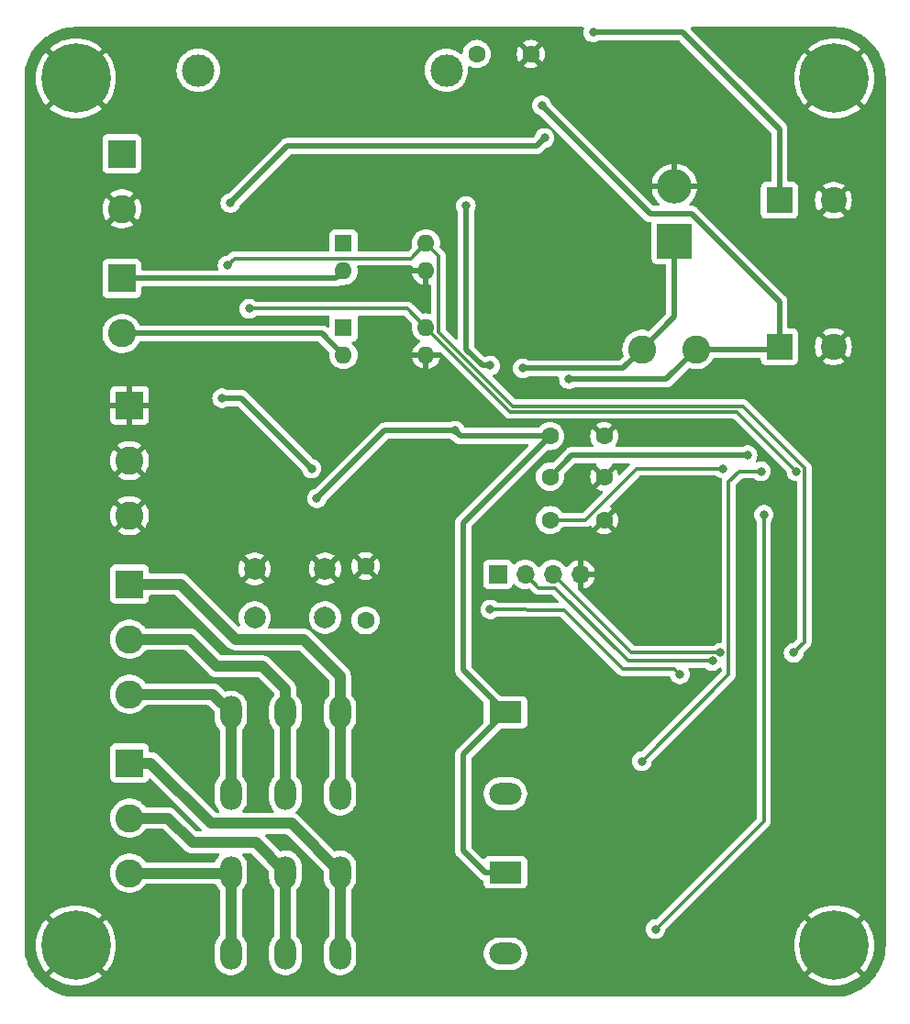
<source format=gbr>
%TF.GenerationSoftware,KiCad,Pcbnew,7.0.2*%
%TF.CreationDate,2024-04-28T14:31:10+04:00*%
%TF.ProjectId,Hope,486f7065-2e6b-4696-9361-645f70636258,rev?*%
%TF.SameCoordinates,Original*%
%TF.FileFunction,Copper,L2,Bot*%
%TF.FilePolarity,Positive*%
%FSLAX46Y46*%
G04 Gerber Fmt 4.6, Leading zero omitted, Abs format (unit mm)*
G04 Created by KiCad (PCBNEW 7.0.2) date 2024-04-28 14:31:10*
%MOMM*%
%LPD*%
G01*
G04 APERTURE LIST*
%TA.AperFunction,ComponentPad*%
%ADD10R,2.600000X2.600000*%
%TD*%
%TA.AperFunction,ComponentPad*%
%ADD11C,2.600000*%
%TD*%
%TA.AperFunction,ComponentPad*%
%ADD12O,2.000000X3.000000*%
%TD*%
%TA.AperFunction,ComponentPad*%
%ADD13R,3.000000X2.000000*%
%TD*%
%TA.AperFunction,ComponentPad*%
%ADD14O,3.000000X2.000000*%
%TD*%
%TA.AperFunction,ComponentPad*%
%ADD15C,1.600000*%
%TD*%
%TA.AperFunction,ComponentPad*%
%ADD16C,0.800000*%
%TD*%
%TA.AperFunction,ComponentPad*%
%ADD17C,6.400000*%
%TD*%
%TA.AperFunction,ComponentPad*%
%ADD18R,1.600000X1.600000*%
%TD*%
%TA.AperFunction,ComponentPad*%
%ADD19O,1.600000X1.600000*%
%TD*%
%TA.AperFunction,ComponentPad*%
%ADD20R,3.200000X3.200000*%
%TD*%
%TA.AperFunction,ComponentPad*%
%ADD21O,3.200000X3.200000*%
%TD*%
%TA.AperFunction,ComponentPad*%
%ADD22C,3.000000*%
%TD*%
%TA.AperFunction,ComponentPad*%
%ADD23R,2.400000X2.400000*%
%TD*%
%TA.AperFunction,ComponentPad*%
%ADD24C,2.400000*%
%TD*%
%TA.AperFunction,ComponentPad*%
%ADD25R,1.700000X1.700000*%
%TD*%
%TA.AperFunction,ComponentPad*%
%ADD26O,1.700000X1.700000*%
%TD*%
%TA.AperFunction,ComponentPad*%
%ADD27C,2.000000*%
%TD*%
%TA.AperFunction,ViaPad*%
%ADD28C,0.800000*%
%TD*%
%TA.AperFunction,Conductor*%
%ADD29C,0.300000*%
%TD*%
%TA.AperFunction,Conductor*%
%ADD30C,0.500000*%
%TD*%
%TA.AperFunction,Conductor*%
%ADD31C,1.000000*%
%TD*%
G04 APERTURE END LIST*
D10*
%TO.P,J2,1,Pin_1*%
%TO.N,/IN1*%
X99250000Y-83455000D03*
D11*
%TO.P,J2,2,Pin_2*%
%TO.N,/IN2*%
X99250000Y-88535000D03*
%TD*%
D12*
%TO.P,K1,11*%
%TO.N,Net-(J5-Pin_2)*%
X114350000Y-131000000D03*
X114350000Y-123500000D03*
%TO.P,K1,12*%
%TO.N,Net-(J5-Pin_1)*%
X119390000Y-131000000D03*
X119390000Y-123500000D03*
%TO.P,K1,14*%
%TO.N,Net-(J5-Pin_3)*%
X109310000Y-131000000D03*
X109310000Y-123500000D03*
D13*
%TO.P,K1,A1*%
%TO.N,+5V*%
X134650000Y-123500000D03*
D14*
%TO.P,K1,A2*%
%TO.N,Net-(D6-A)*%
X134650000Y-131000000D03*
%TD*%
D12*
%TO.P,K2,11*%
%TO.N,Net-(J6-Pin_2)*%
X114350000Y-145750000D03*
X114350000Y-138250000D03*
%TO.P,K2,12*%
%TO.N,Net-(J6-Pin_1)*%
X119390000Y-145750000D03*
X119390000Y-138250000D03*
%TO.P,K2,14*%
%TO.N,Net-(J6-Pin_3)*%
X109310000Y-145750000D03*
X109310000Y-138250000D03*
D13*
%TO.P,K2,A1*%
%TO.N,+5V*%
X134650000Y-138250000D03*
D14*
%TO.P,K2,A2*%
%TO.N,Net-(D8-A)*%
X134650000Y-145750000D03*
%TD*%
D10*
%TO.P,J6,1,Pin_1*%
%TO.N,Net-(J6-Pin_1)*%
X99950000Y-128165000D03*
D11*
%TO.P,J6,2,Pin_2*%
%TO.N,Net-(J6-Pin_2)*%
X99950000Y-133245000D03*
%TO.P,J6,3,Pin_3*%
%TO.N,Net-(J6-Pin_3)*%
X99950000Y-138325000D03*
%TD*%
%TO.P,L1,1,1*%
%TO.N,Net-(D3-K)*%
X147250000Y-90000000D03*
%TO.P,L1,2,2*%
%TO.N,+5V*%
X152250000Y-90000000D03*
%TD*%
D15*
%TO.P,C5,1*%
%TO.N,+24V*%
X132000000Y-62750000D03*
%TO.P,C5,2*%
%TO.N,GND*%
X137000000Y-62750000D03*
%TD*%
%TO.P,C9,1*%
%TO.N,/EN*%
X138770000Y-105750000D03*
%TO.P,C9,2*%
%TO.N,GND*%
X143770000Y-105750000D03*
%TD*%
D10*
%TO.P,J5,1,Pin_1*%
%TO.N,Net-(J5-Pin_1)*%
X99950000Y-111665000D03*
D11*
%TO.P,J5,2,Pin_2*%
%TO.N,Net-(J5-Pin_2)*%
X99950000Y-116745000D03*
%TO.P,J5,3,Pin_3*%
%TO.N,Net-(J5-Pin_3)*%
X99950000Y-121825000D03*
%TD*%
D15*
%TO.P,C11,1*%
%TO.N,+3.3V*%
X138770000Y-101750000D03*
%TO.P,C11,2*%
%TO.N,GND*%
X143770000Y-101750000D03*
%TD*%
D16*
%TO.P,H1,1,1*%
%TO.N,GND*%
X92600000Y-65000000D03*
X93302944Y-63302944D03*
X93302944Y-66697056D03*
X95000000Y-62600000D03*
D17*
X95000000Y-65000000D03*
D16*
X95000000Y-67400000D03*
X96697056Y-63302944D03*
X96697056Y-66697056D03*
X97400000Y-65000000D03*
%TD*%
D18*
%TO.P,U4,1*%
%TO.N,Net-(R11-Pad1)*%
X119700000Y-80225000D03*
D19*
%TO.P,U4,2*%
%TO.N,/IN1*%
X119700000Y-82765000D03*
%TO.P,U4,3*%
%TO.N,GND*%
X127320000Y-82765000D03*
%TO.P,U4,4*%
%TO.N,/IO1*%
X127320000Y-80225000D03*
%TD*%
D10*
%TO.P,J4,1,Pin_1*%
%TO.N,/24IN*%
X99250000Y-71955000D03*
D11*
%TO.P,J4,2,Pin_2*%
%TO.N,GND*%
X99250000Y-77035000D03*
%TD*%
D15*
%TO.P,C12,1*%
%TO.N,/SW1*%
X121750000Y-115000000D03*
%TO.P,C12,2*%
%TO.N,GND*%
X121750000Y-110000000D03*
%TD*%
D16*
%TO.P,H4,1,1*%
%TO.N,GND*%
X92600000Y-145000000D03*
X93302944Y-143302944D03*
X93302944Y-146697056D03*
X95000000Y-142600000D03*
D17*
X95000000Y-145000000D03*
D16*
X95000000Y-147400000D03*
X96697056Y-143302944D03*
X96697056Y-146697056D03*
X97400000Y-145000000D03*
%TD*%
D18*
%TO.P,U5,1*%
%TO.N,Net-(R13-Pad1)*%
X119700000Y-87975000D03*
D19*
%TO.P,U5,2*%
%TO.N,/IN2*%
X119700000Y-90515000D03*
%TO.P,U5,3*%
%TO.N,GND*%
X127320000Y-90515000D03*
%TO.P,U5,4*%
%TO.N,/IO2*%
X127320000Y-87975000D03*
%TD*%
D20*
%TO.P,D3,1,K*%
%TO.N,Net-(D3-K)*%
X150250000Y-80040000D03*
D21*
%TO.P,D3,2,A*%
%TO.N,GND*%
X150250000Y-74960000D03*
%TD*%
D22*
%TO.P,F1,1*%
%TO.N,Net-(F1-Pad1)*%
X106300000Y-64250000D03*
%TO.P,F1,2*%
%TO.N,+24V*%
X129200000Y-64250000D03*
%TD*%
D16*
%TO.P,H2,1,1*%
%TO.N,GND*%
X162600000Y-65000000D03*
X163302944Y-63302944D03*
X163302944Y-66697056D03*
X165000000Y-62600000D03*
D17*
X165000000Y-65000000D03*
D16*
X165000000Y-67400000D03*
X166697056Y-63302944D03*
X166697056Y-66697056D03*
X167400000Y-65000000D03*
%TD*%
D15*
%TO.P,C8,1*%
%TO.N,+5V*%
X138770000Y-98000000D03*
%TO.P,C8,2*%
%TO.N,GND*%
X143770000Y-98000000D03*
%TD*%
D23*
%TO.P,C6,1*%
%TO.N,+5V*%
X159926041Y-89750000D03*
D24*
%TO.P,C6,2*%
%TO.N,GND*%
X164926041Y-89750000D03*
%TD*%
D16*
%TO.P,H3,1,1*%
%TO.N,GND*%
X162600000Y-145000000D03*
X163302944Y-143302944D03*
X163302944Y-146697056D03*
X165000000Y-142600000D03*
D17*
X165000000Y-145000000D03*
D16*
X165000000Y-147400000D03*
X166697056Y-143302944D03*
X166697056Y-146697056D03*
X167400000Y-145000000D03*
%TD*%
D25*
%TO.P,J1,1,Pin_1*%
%TO.N,+3.3V*%
X133950000Y-110750000D03*
D26*
%TO.P,J1,2,Pin_2*%
%TO.N,/RX*%
X136490000Y-110750000D03*
%TO.P,J1,3,Pin_3*%
%TO.N,/TX*%
X139030000Y-110750000D03*
%TO.P,J1,4,Pin_4*%
%TO.N,GND*%
X141570000Y-110750000D03*
%TD*%
D10*
%TO.P,J3,1,Pin_1*%
%TO.N,GND*%
X99950000Y-95165000D03*
D11*
%TO.P,J3,2,Pin_2*%
X99950000Y-100245000D03*
%TO.P,J3,3,Pin_3*%
X99950000Y-105325000D03*
%TD*%
D27*
%TO.P,SW1,1,A*%
%TO.N,GND*%
X111500000Y-110250000D03*
X118000000Y-110250000D03*
%TO.P,SW1,2,B*%
%TO.N,/SW1*%
X111500000Y-114750000D03*
X118000000Y-114750000D03*
%TD*%
D23*
%TO.P,C1,1*%
%TO.N,+24V*%
X159926041Y-76250000D03*
D24*
%TO.P,C1,2*%
%TO.N,GND*%
X164926041Y-76250000D03*
%TD*%
D28*
%TO.N,/SW1*%
X133250000Y-114000000D03*
X150750000Y-120000000D03*
%TO.N,/EN*%
X154750000Y-101000000D03*
%TO.N,+3.3V*%
X157000000Y-99750000D03*
%TO.N,+24V*%
X131000000Y-76750000D03*
%TO.N,+5V*%
X117250000Y-103750000D03*
X130000000Y-97500000D03*
%TO.N,Net-(D3-K)*%
X136250000Y-91750000D03*
%TO.N,+5V*%
X140500000Y-92750000D03*
%TO.N,+3.3V*%
X109250000Y-76500000D03*
%TO.N,+5V*%
X138000000Y-67500000D03*
%TO.N,+3.3V*%
X138250000Y-70500000D03*
%TO.N,/IO1*%
X161250000Y-118000000D03*
%TO.N,/IO2*%
X161500000Y-101250000D03*
%TO.N,/RELAY1*%
X147250000Y-128000000D03*
%TO.N,/RELAY2*%
X148500000Y-143500000D03*
X158500000Y-105250000D03*
%TO.N,/RELAY1*%
X158250000Y-101250000D03*
%TO.N,+24V*%
X133250000Y-91500000D03*
%TO.N,/RX*%
X153750000Y-118750000D03*
%TO.N,/TX*%
X154500000Y-118000000D03*
%TO.N,/IO1*%
X109000000Y-82250000D03*
%TO.N,/IO2*%
X111000000Y-86250000D03*
%TO.N,+3.3V*%
X108500000Y-94500000D03*
X116750000Y-101000000D03*
%TO.N,+24V*%
X142750000Y-60750000D03*
%TD*%
D29*
%TO.N,/SW1*%
X133250000Y-114000000D02*
X140050000Y-114050000D01*
X145500000Y-119500000D02*
X150250000Y-119500000D01*
X150250000Y-119500000D02*
X150750000Y-120000000D01*
X140050000Y-114050000D02*
X145500000Y-119500000D01*
%TO.N,/EN*%
X146750000Y-101000000D02*
X154750000Y-101000000D01*
X142000000Y-105750000D02*
X146750000Y-101000000D01*
X138770000Y-105750000D02*
X142000000Y-105750000D01*
D30*
%TO.N,+3.3V*%
X140770000Y-99750000D02*
X157000000Y-99750000D01*
X138770000Y-101750000D02*
X140770000Y-99750000D01*
%TO.N,+5V*%
X148000000Y-77500000D02*
X138000000Y-67500000D01*
X151810000Y-77500000D02*
X148000000Y-77500000D01*
X159926041Y-85616041D02*
X151810000Y-77500000D01*
X159926041Y-89750000D02*
X159926041Y-85616041D01*
%TO.N,+24V*%
X132500000Y-91500000D02*
X131000000Y-90000000D01*
X131000000Y-90000000D02*
X131000000Y-76750000D01*
X133250000Y-91500000D02*
X132500000Y-91500000D01*
%TO.N,+5V*%
X132750000Y-138250000D02*
X134650000Y-138250000D01*
X130750000Y-136250000D02*
X132750000Y-138250000D01*
X130750000Y-127400000D02*
X130750000Y-136250000D01*
X134650000Y-123500000D02*
X130750000Y-127400000D01*
X138770000Y-98000000D02*
X130750000Y-106020000D01*
X130750000Y-106020000D02*
X130750000Y-119600000D01*
X130750000Y-119600000D02*
X134650000Y-123500000D01*
X123500000Y-97500000D02*
X130000000Y-97500000D01*
X117250000Y-103750000D02*
X123500000Y-97500000D01*
X130500000Y-98000000D02*
X130000000Y-97500000D01*
X138770000Y-98000000D02*
X130500000Y-98000000D01*
%TO.N,Net-(D3-K)*%
X145500000Y-91750000D02*
X136250000Y-91750000D01*
X147250000Y-90000000D02*
X145500000Y-91750000D01*
%TO.N,+5V*%
X149500000Y-92750000D02*
X140500000Y-92750000D01*
X152250000Y-90000000D02*
X149500000Y-92750000D01*
%TO.N,+3.3V*%
X137500000Y-71250000D02*
X114500000Y-71250000D01*
X114500000Y-71250000D02*
X109250000Y-76500000D01*
X138250000Y-70500000D02*
X137500000Y-71250000D01*
D29*
%TO.N,/IO1*%
X162250000Y-100939339D02*
X162250000Y-117000000D01*
X135302106Y-95250000D02*
X156560661Y-95250000D01*
X131026053Y-90973947D02*
X135302106Y-95250000D01*
X162250000Y-117000000D02*
X161250000Y-118000000D01*
X128470000Y-81375000D02*
X128470000Y-88417894D01*
X128470000Y-88417894D02*
X131026053Y-90973947D01*
X156560661Y-95250000D02*
X162250000Y-100939339D01*
X127320000Y-80225000D02*
X128470000Y-81375000D01*
%TO.N,/IO2*%
X135095000Y-95750000D02*
X127320000Y-87975000D01*
X156000000Y-95750000D02*
X135095000Y-95750000D01*
X161500000Y-101250000D02*
X156000000Y-95750000D01*
%TO.N,/RELAY1*%
X155250000Y-102250000D02*
X156250000Y-101250000D01*
X155250000Y-120000000D02*
X155250000Y-102250000D01*
X147250000Y-128000000D02*
X155250000Y-120000000D01*
X156250000Y-101250000D02*
X158250000Y-101250000D01*
%TO.N,/RELAY2*%
X148500000Y-143500000D02*
X158500000Y-133500000D01*
X158500000Y-133500000D02*
X158500000Y-105250000D01*
%TO.N,/RX*%
X137740000Y-112000000D02*
X136490000Y-110750000D01*
X139250000Y-112000000D02*
X137740000Y-112000000D01*
X146000000Y-118750000D02*
X139250000Y-112000000D01*
X153750000Y-118750000D02*
X146000000Y-118750000D01*
%TO.N,/TX*%
X146280000Y-118000000D02*
X154500000Y-118000000D01*
X139030000Y-110750000D02*
X146280000Y-118000000D01*
%TO.N,/IO1*%
X109635000Y-81615000D02*
X109000000Y-82250000D01*
X125930000Y-81615000D02*
X109635000Y-81615000D01*
X127320000Y-80225000D02*
X125930000Y-81615000D01*
%TO.N,/IO2*%
X127320000Y-87975000D02*
X125595000Y-86250000D01*
X125595000Y-86250000D02*
X111000000Y-86250000D01*
D30*
%TO.N,+3.3V*%
X110250000Y-94500000D02*
X108500000Y-94500000D01*
X116750000Y-101000000D02*
X110250000Y-94500000D01*
D31*
%TO.N,Net-(J5-Pin_3)*%
X109310000Y-131000000D02*
X109310000Y-123500000D01*
%TO.N,Net-(J5-Pin_2)*%
X114350000Y-131000000D02*
X114350000Y-123500000D01*
%TO.N,Net-(J5-Pin_1)*%
X119390000Y-131000000D02*
X119390000Y-123500000D01*
%TO.N,Net-(J5-Pin_3)*%
X107635000Y-121825000D02*
X109310000Y-123500000D01*
X99950000Y-121825000D02*
X107635000Y-121825000D01*
%TO.N,Net-(J5-Pin_2)*%
X114350000Y-121350000D02*
X114350000Y-123500000D01*
X108000000Y-119250000D02*
X112250000Y-119250000D01*
X112250000Y-119250000D02*
X114350000Y-121350000D01*
X105495000Y-116745000D02*
X108000000Y-119250000D01*
X99950000Y-116745000D02*
X105495000Y-116745000D01*
%TO.N,Net-(J5-Pin_1)*%
X119390000Y-120140000D02*
X119390000Y-123500000D01*
X109750000Y-116750000D02*
X116000000Y-116750000D01*
X104665000Y-111665000D02*
X109750000Y-116750000D01*
X116000000Y-116750000D02*
X119390000Y-120140000D01*
X99950000Y-111665000D02*
X104665000Y-111665000D01*
%TO.N,Net-(J6-Pin_3)*%
X109310000Y-145750000D02*
X109310000Y-138250000D01*
%TO.N,Net-(J6-Pin_2)*%
X114350000Y-138250000D02*
X114350000Y-145750000D01*
%TO.N,Net-(J6-Pin_1)*%
X119390000Y-145750000D02*
X119390000Y-138250000D01*
%TO.N,Net-(J6-Pin_3)*%
X109235000Y-138325000D02*
X109310000Y-138250000D01*
X99950000Y-138325000D02*
X109235000Y-138325000D01*
%TO.N,Net-(J6-Pin_2)*%
X103495000Y-133245000D02*
X105750000Y-135500000D01*
X105750000Y-135500000D02*
X111600000Y-135500000D01*
X111600000Y-135500000D02*
X114350000Y-138250000D01*
X99950000Y-133245000D02*
X103495000Y-133245000D01*
%TO.N,Net-(J6-Pin_1)*%
X107500000Y-133750000D02*
X114890000Y-133750000D01*
X101915000Y-128165000D02*
X107500000Y-133750000D01*
X114890000Y-133750000D02*
X119390000Y-138250000D01*
X99950000Y-128165000D02*
X101915000Y-128165000D01*
D30*
%TO.N,/IN2*%
X117720000Y-88535000D02*
X119700000Y-90515000D01*
X99250000Y-88535000D02*
X117720000Y-88535000D01*
%TO.N,/IN1*%
X119010000Y-83455000D02*
X119700000Y-82765000D01*
X99250000Y-83455000D02*
X119010000Y-83455000D01*
%TO.N,Net-(D3-K)*%
X150250000Y-87000000D02*
X147250000Y-90000000D01*
X150250000Y-80040000D02*
X150250000Y-87000000D01*
%TO.N,+5V*%
X159676041Y-90000000D02*
X159926041Y-89750000D01*
X152250000Y-90000000D02*
X159676041Y-90000000D01*
%TO.N,+24V*%
X159926041Y-69676041D02*
X151000000Y-60750000D01*
X151000000Y-60750000D02*
X142750000Y-60750000D01*
X159926041Y-76250000D02*
X159926041Y-69676041D01*
%TD*%
%TA.AperFunction,Conductor*%
%TO.N,GND*%
G36*
X96856420Y-146502867D02*
G01*
X96794601Y-146461561D01*
X96721680Y-146447056D01*
X96672432Y-146447056D01*
X96599511Y-146461561D01*
X96516816Y-146516816D01*
X96461561Y-146599511D01*
X96442158Y-146697056D01*
X96461561Y-146794601D01*
X96502867Y-146856420D01*
X95944180Y-146297733D01*
X96134870Y-146134870D01*
X96297733Y-145944180D01*
X96856420Y-146502867D01*
G37*
%TD.AperFunction*%
%TA.AperFunction,Conductor*%
G36*
X93865130Y-146134870D02*
G01*
X94055819Y-146297733D01*
X93497135Y-146856416D01*
X93538439Y-146794601D01*
X93557842Y-146697056D01*
X93538439Y-146599511D01*
X93483184Y-146516816D01*
X93400489Y-146461561D01*
X93327568Y-146447056D01*
X93278320Y-146447056D01*
X93205399Y-146461561D01*
X93143577Y-146502868D01*
X93702266Y-145944180D01*
X93865130Y-146134870D01*
G37*
%TD.AperFunction*%
%TA.AperFunction,Conductor*%
G36*
X94055819Y-143702266D02*
G01*
X93865130Y-143865130D01*
X93702266Y-144055818D01*
X93143582Y-143497134D01*
X93205399Y-143538439D01*
X93278320Y-143552944D01*
X93327568Y-143552944D01*
X93400489Y-143538439D01*
X93483184Y-143483184D01*
X93538439Y-143400489D01*
X93557842Y-143302944D01*
X93538439Y-143205399D01*
X93497133Y-143143581D01*
X94055819Y-143702266D01*
G37*
%TD.AperFunction*%
%TA.AperFunction,Conductor*%
G36*
X96461561Y-143205399D02*
G01*
X96442158Y-143302944D01*
X96461561Y-143400489D01*
X96516816Y-143483184D01*
X96599511Y-143538439D01*
X96672432Y-143552944D01*
X96721680Y-143552944D01*
X96794601Y-143538439D01*
X96856415Y-143497135D01*
X96297732Y-144055818D01*
X96134870Y-143865130D01*
X95944180Y-143702266D01*
X96502867Y-143143578D01*
X96461561Y-143205399D01*
G37*
%TD.AperFunction*%
%TA.AperFunction,Conductor*%
G36*
X146097230Y-100520185D02*
G01*
X146142985Y-100572989D01*
X146152929Y-100642147D01*
X146123904Y-100705703D01*
X146117872Y-100712181D01*
X145260161Y-101569891D01*
X145198838Y-101603376D01*
X145129146Y-101598392D01*
X145073213Y-101556520D01*
X145052705Y-101514304D01*
X144996266Y-101303673D01*
X144900133Y-101097515D01*
X144849025Y-101024526D01*
X144167953Y-101705598D01*
X144155165Y-101624852D01*
X144097641Y-101511955D01*
X144008045Y-101422359D01*
X143895148Y-101364835D01*
X143814399Y-101352045D01*
X144495471Y-100670974D01*
X144492351Y-100635309D01*
X144506117Y-100566809D01*
X144554732Y-100516625D01*
X144615879Y-100500500D01*
X146030191Y-100500500D01*
X146097230Y-100520185D01*
G37*
%TD.AperFunction*%
%TA.AperFunction,Conductor*%
G36*
X166856419Y-146502866D02*
G01*
X166794601Y-146461561D01*
X166721680Y-146447056D01*
X166672432Y-146447056D01*
X166599511Y-146461561D01*
X166516816Y-146516816D01*
X166461561Y-146599511D01*
X166442158Y-146697056D01*
X166461561Y-146794601D01*
X166502867Y-146856420D01*
X165944180Y-146297733D01*
X166134870Y-146134870D01*
X166297733Y-145944180D01*
X166856419Y-146502866D01*
G37*
%TD.AperFunction*%
%TA.AperFunction,Conductor*%
G36*
X163865130Y-146134870D02*
G01*
X164055819Y-146297733D01*
X163497135Y-146856416D01*
X163538439Y-146794601D01*
X163557842Y-146697056D01*
X163538439Y-146599511D01*
X163483184Y-146516816D01*
X163400489Y-146461561D01*
X163327568Y-146447056D01*
X163278320Y-146447056D01*
X163205399Y-146461561D01*
X163143577Y-146502868D01*
X163702266Y-145944180D01*
X163865130Y-146134870D01*
G37*
%TD.AperFunction*%
%TA.AperFunction,Conductor*%
G36*
X164055818Y-143702267D02*
G01*
X163865130Y-143865130D01*
X163702266Y-144055818D01*
X163143582Y-143497134D01*
X163205399Y-143538439D01*
X163278320Y-143552944D01*
X163327568Y-143552944D01*
X163400489Y-143538439D01*
X163483184Y-143483184D01*
X163538439Y-143400489D01*
X163557842Y-143302944D01*
X163538439Y-143205399D01*
X163497135Y-143143583D01*
X164055818Y-143702267D01*
G37*
%TD.AperFunction*%
%TA.AperFunction,Conductor*%
G36*
X166461561Y-143205399D02*
G01*
X166442158Y-143302944D01*
X166461561Y-143400489D01*
X166516816Y-143483184D01*
X166599511Y-143538439D01*
X166672432Y-143552944D01*
X166721680Y-143552944D01*
X166794601Y-143538439D01*
X166856415Y-143497135D01*
X166297732Y-144055818D01*
X166134870Y-143865130D01*
X165944179Y-143702266D01*
X166502869Y-143143576D01*
X166461561Y-143205399D01*
G37*
%TD.AperFunction*%
%TA.AperFunction,Conductor*%
G36*
X96856421Y-66502868D02*
G01*
X96794601Y-66461561D01*
X96721680Y-66447056D01*
X96672432Y-66447056D01*
X96599511Y-66461561D01*
X96516816Y-66516816D01*
X96461561Y-66599511D01*
X96442158Y-66697056D01*
X96461561Y-66794601D01*
X96502867Y-66856420D01*
X95944180Y-66297733D01*
X96134870Y-66134870D01*
X96297733Y-65944180D01*
X96856421Y-66502868D01*
G37*
%TD.AperFunction*%
%TA.AperFunction,Conductor*%
G36*
X93865130Y-66134870D02*
G01*
X94055819Y-66297733D01*
X93497135Y-66856416D01*
X93538439Y-66794601D01*
X93557842Y-66697056D01*
X93538439Y-66599511D01*
X93483184Y-66516816D01*
X93400489Y-66461561D01*
X93327568Y-66447056D01*
X93278320Y-66447056D01*
X93205399Y-66461561D01*
X93143577Y-66502868D01*
X93702266Y-65944180D01*
X93865130Y-66134870D01*
G37*
%TD.AperFunction*%
%TA.AperFunction,Conductor*%
G36*
X94055819Y-63702266D02*
G01*
X93865130Y-63865130D01*
X93702266Y-64055818D01*
X93143582Y-63497134D01*
X93205399Y-63538439D01*
X93278320Y-63552944D01*
X93327568Y-63552944D01*
X93400489Y-63538439D01*
X93483184Y-63483184D01*
X93538439Y-63400489D01*
X93557842Y-63302944D01*
X93538439Y-63205399D01*
X93497133Y-63143581D01*
X94055819Y-63702266D01*
G37*
%TD.AperFunction*%
%TA.AperFunction,Conductor*%
G36*
X96461561Y-63205399D02*
G01*
X96442158Y-63302944D01*
X96461561Y-63400489D01*
X96516816Y-63483184D01*
X96599511Y-63538439D01*
X96672432Y-63552944D01*
X96721680Y-63552944D01*
X96794601Y-63538439D01*
X96856415Y-63497135D01*
X96297732Y-64055818D01*
X96134870Y-63865130D01*
X95944180Y-63702266D01*
X96502867Y-63143578D01*
X96461561Y-63205399D01*
G37*
%TD.AperFunction*%
%TA.AperFunction,Conductor*%
G36*
X166856420Y-66502867D02*
G01*
X166794601Y-66461561D01*
X166721680Y-66447056D01*
X166672432Y-66447056D01*
X166599511Y-66461561D01*
X166516816Y-66516816D01*
X166461561Y-66599511D01*
X166442158Y-66697056D01*
X166461561Y-66794601D01*
X166502867Y-66856420D01*
X165944180Y-66297733D01*
X166134870Y-66134870D01*
X166297733Y-65944180D01*
X166856420Y-66502867D01*
G37*
%TD.AperFunction*%
%TA.AperFunction,Conductor*%
G36*
X163865130Y-66134870D02*
G01*
X164055819Y-66297733D01*
X163497135Y-66856416D01*
X163538439Y-66794601D01*
X163557842Y-66697056D01*
X163538439Y-66599511D01*
X163483184Y-66516816D01*
X163400489Y-66461561D01*
X163327568Y-66447056D01*
X163278320Y-66447056D01*
X163205399Y-66461561D01*
X163143577Y-66502868D01*
X163702266Y-65944180D01*
X163865130Y-66134870D01*
G37*
%TD.AperFunction*%
%TA.AperFunction,Conductor*%
G36*
X164055819Y-63702266D02*
G01*
X163865130Y-63865130D01*
X163702267Y-64055818D01*
X163143583Y-63497135D01*
X163205399Y-63538439D01*
X163278320Y-63552944D01*
X163327568Y-63552944D01*
X163400489Y-63538439D01*
X163483184Y-63483184D01*
X163538439Y-63400489D01*
X163557842Y-63302944D01*
X163538439Y-63205399D01*
X163497133Y-63143581D01*
X164055819Y-63702266D01*
G37*
%TD.AperFunction*%
%TA.AperFunction,Conductor*%
G36*
X166461561Y-63205399D02*
G01*
X166442158Y-63302944D01*
X166461561Y-63400489D01*
X166516816Y-63483184D01*
X166599511Y-63538439D01*
X166672432Y-63552944D01*
X166721680Y-63552944D01*
X166794601Y-63538439D01*
X166856414Y-63497136D01*
X166297732Y-64055818D01*
X166134870Y-63865130D01*
X165944180Y-63702266D01*
X166502867Y-63143578D01*
X166461561Y-63205399D01*
G37*
%TD.AperFunction*%
%TA.AperFunction,Conductor*%
G36*
X141861823Y-60270185D02*
G01*
X141907578Y-60322989D01*
X141917522Y-60392147D01*
X141912715Y-60412818D01*
X141864326Y-60561742D01*
X141844540Y-60749999D01*
X141864326Y-60938257D01*
X141922820Y-61118284D01*
X142017466Y-61282216D01*
X142144129Y-61422889D01*
X142297269Y-61534151D01*
X142470197Y-61611144D01*
X142655352Y-61650500D01*
X142655354Y-61650500D01*
X142844648Y-61650500D01*
X142988769Y-61619866D01*
X143029803Y-61611144D01*
X143202730Y-61534151D01*
X143216449Y-61524183D01*
X143282256Y-61500702D01*
X143289337Y-61500500D01*
X150637770Y-61500500D01*
X150704809Y-61520185D01*
X150725451Y-61536819D01*
X159139222Y-69950589D01*
X159172707Y-70011912D01*
X159175541Y-70038270D01*
X159175541Y-74425500D01*
X159155856Y-74492539D01*
X159103052Y-74538294D01*
X159051541Y-74549500D01*
X158681480Y-74549500D01*
X158681461Y-74549500D01*
X158678169Y-74549501D01*
X158674889Y-74549853D01*
X158674881Y-74549854D01*
X158618556Y-74555909D01*
X158483710Y-74606204D01*
X158368495Y-74692454D01*
X158282245Y-74807668D01*
X158231951Y-74942515D01*
X158231950Y-74942517D01*
X158225541Y-75002127D01*
X158225541Y-75005448D01*
X158225541Y-75005449D01*
X158225541Y-77494560D01*
X158225541Y-77494578D01*
X158225542Y-77497872D01*
X158225894Y-77501152D01*
X158225895Y-77501159D01*
X158231950Y-77557484D01*
X158254050Y-77616737D01*
X158282245Y-77692331D01*
X158368495Y-77807546D01*
X158483710Y-77893796D01*
X158618558Y-77944091D01*
X158678168Y-77950500D01*
X161173913Y-77950499D01*
X161233524Y-77944091D01*
X161368372Y-77893796D01*
X161483587Y-77807546D01*
X161569837Y-77692331D01*
X161620132Y-77557483D01*
X161626541Y-77497873D01*
X161626540Y-76249999D01*
X163221273Y-76249999D01*
X163240314Y-76504080D01*
X163297012Y-76752491D01*
X163390098Y-76989668D01*
X163517497Y-77210331D01*
X163559493Y-77262993D01*
X164363267Y-76459219D01*
X164401942Y-76552588D01*
X164498116Y-76677925D01*
X164623453Y-76774099D01*
X164716820Y-76812772D01*
X163912854Y-77616737D01*
X164073660Y-77726372D01*
X164303220Y-77836922D01*
X164546695Y-77912025D01*
X164798644Y-77950000D01*
X165053438Y-77950000D01*
X165305386Y-77912025D01*
X165548864Y-77836921D01*
X165778424Y-77726372D01*
X165939226Y-77616737D01*
X165135261Y-76812772D01*
X165228629Y-76774099D01*
X165353966Y-76677925D01*
X165450140Y-76552589D01*
X165488814Y-76459219D01*
X166292586Y-77262993D01*
X166292587Y-77262992D01*
X166334586Y-77210328D01*
X166461983Y-76989669D01*
X166555069Y-76752491D01*
X166611767Y-76504080D01*
X166630808Y-76250000D01*
X166611767Y-75995919D01*
X166555069Y-75747508D01*
X166461983Y-75510330D01*
X166334586Y-75289671D01*
X166292587Y-75237005D01*
X165488813Y-76040779D01*
X165450140Y-75947412D01*
X165353966Y-75822075D01*
X165228629Y-75725901D01*
X165135260Y-75687226D01*
X165939226Y-74883261D01*
X165778420Y-74773625D01*
X165548864Y-74663078D01*
X165305386Y-74587974D01*
X165053438Y-74550000D01*
X164798644Y-74550000D01*
X164546695Y-74587974D01*
X164303220Y-74663077D01*
X164073656Y-74773628D01*
X163912854Y-74883261D01*
X164716819Y-75687227D01*
X164623453Y-75725901D01*
X164498116Y-75822075D01*
X164401942Y-75947411D01*
X164363268Y-76040778D01*
X163559494Y-75237006D01*
X163517494Y-75289673D01*
X163390098Y-75510331D01*
X163297012Y-75747508D01*
X163240314Y-75995919D01*
X163221273Y-76249999D01*
X161626540Y-76249999D01*
X161626540Y-75002128D01*
X161620132Y-74942517D01*
X161569837Y-74807669D01*
X161483587Y-74692454D01*
X161368372Y-74606204D01*
X161233524Y-74555909D01*
X161233524Y-74555908D01*
X161177207Y-74549854D01*
X161177206Y-74549853D01*
X161173914Y-74549500D01*
X161170592Y-74549500D01*
X160800541Y-74549500D01*
X160733502Y-74529815D01*
X160687747Y-74477011D01*
X160676541Y-74425500D01*
X160676541Y-69739746D01*
X160677850Y-69721776D01*
X160678718Y-69715848D01*
X160681330Y-69698018D01*
X160677012Y-69648674D01*
X160676541Y-69637868D01*
X160676541Y-69635942D01*
X160676541Y-69632332D01*
X160672935Y-69601484D01*
X160672578Y-69597997D01*
X160666039Y-69523244D01*
X160665929Y-69521984D01*
X160661715Y-69502977D01*
X160661282Y-69501786D01*
X160635610Y-69431252D01*
X160634463Y-69427954D01*
X160610855Y-69356706D01*
X160610853Y-69356703D01*
X160610456Y-69355504D01*
X160601970Y-69337977D01*
X160601278Y-69336925D01*
X160601278Y-69336924D01*
X160560066Y-69274265D01*
X160558147Y-69271253D01*
X160518089Y-69206308D01*
X160505791Y-69191213D01*
X160450331Y-69138889D01*
X160447744Y-69136376D01*
X156314611Y-65003243D01*
X161295092Y-65003243D01*
X161315049Y-65384048D01*
X161315726Y-65390491D01*
X161375378Y-65767120D01*
X161376726Y-65773462D01*
X161475422Y-66141802D01*
X161477421Y-66147955D01*
X161614079Y-66503959D01*
X161616716Y-66509883D01*
X161789833Y-66849645D01*
X161793079Y-66855266D01*
X162000757Y-67175061D01*
X162004581Y-67180325D01*
X162211095Y-67435350D01*
X162211096Y-67435350D01*
X163108756Y-66537689D01*
X163067449Y-66599511D01*
X163048046Y-66697056D01*
X163067449Y-66794601D01*
X163122704Y-66877296D01*
X163205399Y-66932551D01*
X163278320Y-66947056D01*
X163327568Y-66947056D01*
X163400489Y-66932551D01*
X163462304Y-66891247D01*
X162564648Y-67788903D01*
X162564649Y-67788904D01*
X162819674Y-67995418D01*
X162824938Y-67999242D01*
X163144733Y-68206920D01*
X163150354Y-68210166D01*
X163490116Y-68383283D01*
X163496040Y-68385920D01*
X163852044Y-68522578D01*
X163858197Y-68524577D01*
X164226537Y-68623273D01*
X164232879Y-68624621D01*
X164609508Y-68684273D01*
X164615951Y-68684950D01*
X164996756Y-68704908D01*
X165003244Y-68704908D01*
X165384048Y-68684950D01*
X165390491Y-68684273D01*
X165767120Y-68624621D01*
X165773462Y-68623273D01*
X166141802Y-68524577D01*
X166147955Y-68522578D01*
X166503959Y-68385920D01*
X166509883Y-68383283D01*
X166849645Y-68210166D01*
X166855266Y-68206920D01*
X167175061Y-67999242D01*
X167180315Y-67995425D01*
X167435349Y-67788902D01*
X166537691Y-66891244D01*
X166599511Y-66932551D01*
X166672432Y-66947056D01*
X166721680Y-66947056D01*
X166794601Y-66932551D01*
X166877296Y-66877296D01*
X166932551Y-66794601D01*
X166951954Y-66697056D01*
X166932551Y-66599511D01*
X166891244Y-66537691D01*
X167788902Y-67435349D01*
X167995425Y-67180315D01*
X167999242Y-67175061D01*
X168206920Y-66855266D01*
X168210166Y-66849645D01*
X168383283Y-66509883D01*
X168385920Y-66503959D01*
X168522578Y-66147955D01*
X168524577Y-66141802D01*
X168623273Y-65773462D01*
X168624621Y-65767120D01*
X168684273Y-65390491D01*
X168684950Y-65384048D01*
X168704908Y-65003243D01*
X168704908Y-64996756D01*
X168684950Y-64615951D01*
X168684273Y-64609508D01*
X168624621Y-64232879D01*
X168623273Y-64226537D01*
X168524577Y-63858197D01*
X168522578Y-63852044D01*
X168385920Y-63496040D01*
X168383283Y-63490116D01*
X168210166Y-63150354D01*
X168206920Y-63144733D01*
X167999242Y-62824938D01*
X167995418Y-62819674D01*
X167788904Y-62564649D01*
X167788903Y-62564648D01*
X166891248Y-63462302D01*
X166932551Y-63400489D01*
X166951954Y-63302944D01*
X166932551Y-63205399D01*
X166877296Y-63122704D01*
X166794601Y-63067449D01*
X166721680Y-63052944D01*
X166672432Y-63052944D01*
X166599511Y-63067449D01*
X166537690Y-63108755D01*
X167435350Y-62211096D01*
X167435350Y-62211095D01*
X167180325Y-62004581D01*
X167175061Y-62000757D01*
X166855266Y-61793079D01*
X166849645Y-61789833D01*
X166509883Y-61616716D01*
X166503959Y-61614079D01*
X166147955Y-61477421D01*
X166141802Y-61475422D01*
X165773462Y-61376726D01*
X165767120Y-61375378D01*
X165390491Y-61315726D01*
X165384048Y-61315049D01*
X165003244Y-61295092D01*
X164996756Y-61295092D01*
X164615951Y-61315049D01*
X164609508Y-61315726D01*
X164232879Y-61375378D01*
X164226537Y-61376726D01*
X163858197Y-61475422D01*
X163852044Y-61477421D01*
X163496040Y-61614079D01*
X163490116Y-61616716D01*
X163150354Y-61789833D01*
X163144733Y-61793079D01*
X162824939Y-62000756D01*
X162819690Y-62004570D01*
X162564648Y-62211096D01*
X163462306Y-63108754D01*
X163400489Y-63067449D01*
X163327568Y-63052944D01*
X163278320Y-63052944D01*
X163205399Y-63067449D01*
X163122704Y-63122704D01*
X163067449Y-63205399D01*
X163048046Y-63302944D01*
X163067449Y-63400489D01*
X163108752Y-63462304D01*
X162211096Y-62564648D01*
X162004570Y-62819690D01*
X162000756Y-62824939D01*
X161793079Y-63144733D01*
X161789833Y-63150354D01*
X161616716Y-63490116D01*
X161614079Y-63496040D01*
X161477421Y-63852044D01*
X161475422Y-63858197D01*
X161376726Y-64226537D01*
X161375378Y-64232879D01*
X161315726Y-64609508D01*
X161315049Y-64615951D01*
X161295092Y-64996756D01*
X161295092Y-65003243D01*
X156314611Y-65003243D01*
X151773549Y-60462181D01*
X151740064Y-60400858D01*
X151745048Y-60331166D01*
X151786920Y-60275233D01*
X151852384Y-60250816D01*
X151861230Y-60250500D01*
X164955830Y-60250500D01*
X164997294Y-60250500D01*
X165002702Y-60250618D01*
X165015967Y-60251197D01*
X165408558Y-60268337D01*
X165419293Y-60269277D01*
X165819386Y-60321950D01*
X165830010Y-60323823D01*
X166223993Y-60411167D01*
X166234405Y-60413956D01*
X166619279Y-60535307D01*
X166629414Y-60538996D01*
X167002232Y-60693423D01*
X167012024Y-60697989D01*
X167369942Y-60884309D01*
X167379310Y-60889717D01*
X167719638Y-61106530D01*
X167728499Y-61112735D01*
X168048627Y-61358378D01*
X168056914Y-61365332D01*
X168354412Y-61637938D01*
X168362061Y-61645587D01*
X168634667Y-61943085D01*
X168641621Y-61951372D01*
X168887264Y-62271500D01*
X168893469Y-62280361D01*
X169110282Y-62620689D01*
X169115690Y-62630057D01*
X169302007Y-62987969D01*
X169306579Y-62997773D01*
X169460997Y-63370570D01*
X169464696Y-63380733D01*
X169494567Y-63475472D01*
X169586037Y-63765575D01*
X169588836Y-63776022D01*
X169611917Y-63880133D01*
X169676173Y-64169977D01*
X169678051Y-64180629D01*
X169730720Y-64580683D01*
X169731663Y-64591460D01*
X169749382Y-64997296D01*
X169749500Y-65002705D01*
X169749500Y-144997293D01*
X169749382Y-145002702D01*
X169731663Y-145408539D01*
X169730720Y-145419316D01*
X169678051Y-145819370D01*
X169676173Y-145830022D01*
X169588837Y-146223974D01*
X169586037Y-146234424D01*
X169464697Y-146619264D01*
X169460997Y-146629429D01*
X169306579Y-147002226D01*
X169302007Y-147012030D01*
X169115690Y-147369942D01*
X169110282Y-147379310D01*
X168893469Y-147719638D01*
X168887264Y-147728499D01*
X168641621Y-148048627D01*
X168634667Y-148056914D01*
X168362061Y-148354412D01*
X168354412Y-148362061D01*
X168056914Y-148634667D01*
X168048627Y-148641621D01*
X167728499Y-148887264D01*
X167719638Y-148893469D01*
X167379310Y-149110282D01*
X167369942Y-149115690D01*
X167012030Y-149302007D01*
X167002226Y-149306579D01*
X166629429Y-149460997D01*
X166619264Y-149464697D01*
X166234424Y-149586037D01*
X166223974Y-149588837D01*
X165830022Y-149676173D01*
X165819370Y-149678051D01*
X165419316Y-149730720D01*
X165408539Y-149731663D01*
X165002703Y-149749382D01*
X164997294Y-149749500D01*
X95002706Y-149749500D01*
X94997297Y-149749382D01*
X94591460Y-149731663D01*
X94580685Y-149730720D01*
X94380656Y-149704385D01*
X94180629Y-149678051D01*
X94169977Y-149676173D01*
X93915393Y-149619733D01*
X93776022Y-149588836D01*
X93765579Y-149586038D01*
X93380733Y-149464696D01*
X93370570Y-149460997D01*
X92997773Y-149306579D01*
X92987969Y-149302007D01*
X92630057Y-149115690D01*
X92620689Y-149110282D01*
X92280361Y-148893469D01*
X92271500Y-148887264D01*
X91951372Y-148641621D01*
X91943085Y-148634667D01*
X91645587Y-148362061D01*
X91637938Y-148354412D01*
X91365332Y-148056914D01*
X91358378Y-148048627D01*
X91112735Y-147728499D01*
X91106530Y-147719638D01*
X90889717Y-147379310D01*
X90884309Y-147369942D01*
X90849178Y-147302455D01*
X90697989Y-147012024D01*
X90693420Y-147002226D01*
X90655314Y-146910230D01*
X90538996Y-146629414D01*
X90535307Y-146619279D01*
X90413956Y-146234405D01*
X90411167Y-146223993D01*
X90323823Y-145830010D01*
X90321950Y-145819386D01*
X90269277Y-145419293D01*
X90268337Y-145408560D01*
X90250642Y-145003243D01*
X91295092Y-145003243D01*
X91315049Y-145384048D01*
X91315726Y-145390491D01*
X91375378Y-145767120D01*
X91376726Y-145773462D01*
X91475422Y-146141802D01*
X91477421Y-146147955D01*
X91614079Y-146503959D01*
X91616716Y-146509883D01*
X91789833Y-146849645D01*
X91793079Y-146855266D01*
X92000757Y-147175061D01*
X92004581Y-147180325D01*
X92211095Y-147435350D01*
X92211096Y-147435350D01*
X93108756Y-146537689D01*
X93067449Y-146599511D01*
X93048046Y-146697056D01*
X93067449Y-146794601D01*
X93122704Y-146877296D01*
X93205399Y-146932551D01*
X93278320Y-146947056D01*
X93327568Y-146947056D01*
X93400489Y-146932551D01*
X93462304Y-146891247D01*
X92564648Y-147788903D01*
X92564649Y-147788904D01*
X92819674Y-147995418D01*
X92824938Y-147999242D01*
X93144733Y-148206920D01*
X93150354Y-148210166D01*
X93490116Y-148383283D01*
X93496040Y-148385920D01*
X93852044Y-148522578D01*
X93858197Y-148524577D01*
X94226537Y-148623273D01*
X94232879Y-148624621D01*
X94609508Y-148684273D01*
X94615951Y-148684950D01*
X94996756Y-148704908D01*
X95003244Y-148704908D01*
X95384048Y-148684950D01*
X95390491Y-148684273D01*
X95767120Y-148624621D01*
X95773462Y-148623273D01*
X96141802Y-148524577D01*
X96147955Y-148522578D01*
X96503959Y-148385920D01*
X96509883Y-148383283D01*
X96849645Y-148210166D01*
X96855266Y-148206920D01*
X97175061Y-147999242D01*
X97180315Y-147995425D01*
X97435349Y-147788902D01*
X96537691Y-146891244D01*
X96599511Y-146932551D01*
X96672432Y-146947056D01*
X96721680Y-146947056D01*
X96794601Y-146932551D01*
X96877296Y-146877296D01*
X96932551Y-146794601D01*
X96951954Y-146697056D01*
X96932551Y-146599511D01*
X96891244Y-146537691D01*
X97788902Y-147435349D01*
X97995425Y-147180315D01*
X97999242Y-147175061D01*
X98206920Y-146855266D01*
X98210166Y-146849645D01*
X98383283Y-146509883D01*
X98385920Y-146503959D01*
X98522578Y-146147955D01*
X98524577Y-146141802D01*
X98623273Y-145773462D01*
X98624621Y-145767120D01*
X98684273Y-145390491D01*
X98684950Y-145384048D01*
X98704908Y-145003243D01*
X98704908Y-144996756D01*
X98684950Y-144615951D01*
X98684273Y-144609508D01*
X98624621Y-144232879D01*
X98623273Y-144226537D01*
X98524577Y-143858197D01*
X98522578Y-143852044D01*
X98385920Y-143496040D01*
X98383283Y-143490116D01*
X98210166Y-143150354D01*
X98206920Y-143144733D01*
X97999242Y-142824938D01*
X97995418Y-142819674D01*
X97788904Y-142564649D01*
X97788903Y-142564648D01*
X96891247Y-143462303D01*
X96932551Y-143400489D01*
X96951954Y-143302944D01*
X96932551Y-143205399D01*
X96877296Y-143122704D01*
X96794601Y-143067449D01*
X96721680Y-143052944D01*
X96672432Y-143052944D01*
X96599511Y-143067449D01*
X96537690Y-143108755D01*
X97435350Y-142211096D01*
X97435350Y-142211095D01*
X97180325Y-142004581D01*
X97175061Y-142000757D01*
X96855266Y-141793079D01*
X96849645Y-141789833D01*
X96509883Y-141616716D01*
X96503959Y-141614079D01*
X96147955Y-141477421D01*
X96141802Y-141475422D01*
X95773462Y-141376726D01*
X95767120Y-141375378D01*
X95390491Y-141315726D01*
X95384048Y-141315049D01*
X95003244Y-141295092D01*
X94996756Y-141295092D01*
X94615951Y-141315049D01*
X94609508Y-141315726D01*
X94232879Y-141375378D01*
X94226537Y-141376726D01*
X93858197Y-141475422D01*
X93852044Y-141477421D01*
X93496040Y-141614079D01*
X93490116Y-141616716D01*
X93150354Y-141789833D01*
X93144733Y-141793079D01*
X92824939Y-142000756D01*
X92819690Y-142004570D01*
X92564648Y-142211096D01*
X93462306Y-143108754D01*
X93400489Y-143067449D01*
X93327568Y-143052944D01*
X93278320Y-143052944D01*
X93205399Y-143067449D01*
X93122704Y-143122704D01*
X93067449Y-143205399D01*
X93048046Y-143302944D01*
X93067449Y-143400489D01*
X93108753Y-143462305D01*
X92211096Y-142564648D01*
X92004570Y-142819690D01*
X92000756Y-142824939D01*
X91793079Y-143144733D01*
X91789833Y-143150354D01*
X91616716Y-143490116D01*
X91614079Y-143496040D01*
X91477421Y-143852044D01*
X91475422Y-143858197D01*
X91376726Y-144226537D01*
X91375378Y-144232879D01*
X91315726Y-144609508D01*
X91315049Y-144615951D01*
X91295092Y-144996756D01*
X91295092Y-145003243D01*
X90250642Y-145003243D01*
X90250616Y-145002657D01*
X90250500Y-144997335D01*
X90250500Y-144955830D01*
X90250500Y-138325000D01*
X98144450Y-138325000D01*
X98164616Y-138594100D01*
X98204429Y-138768530D01*
X98224666Y-138857195D01*
X98323257Y-139108398D01*
X98458185Y-139342102D01*
X98626439Y-139553085D01*
X98824259Y-139736635D01*
X99047226Y-139888651D01*
X99290359Y-140005738D01*
X99548228Y-140085280D01*
X99815071Y-140125500D01*
X100084929Y-140125500D01*
X100351772Y-140085280D01*
X100609641Y-140005738D01*
X100852775Y-139888651D01*
X101075741Y-139736635D01*
X101273561Y-139553085D01*
X101417824Y-139372185D01*
X101475010Y-139332047D01*
X101514769Y-139325500D01*
X107842918Y-139325500D01*
X107909957Y-139345185D01*
X107955712Y-139397989D01*
X107956474Y-139399690D01*
X107985825Y-139466604D01*
X107985827Y-139466607D01*
X108121836Y-139674785D01*
X108178773Y-139736635D01*
X108276729Y-139843044D01*
X108307651Y-139905699D01*
X108309499Y-139927027D01*
X108309500Y-144072972D01*
X108289815Y-144140011D01*
X108276731Y-144156954D01*
X108121836Y-144325215D01*
X108076499Y-144394607D01*
X107985825Y-144533395D01*
X107885938Y-144761117D01*
X107824892Y-145002177D01*
X107824804Y-145003243D01*
X107809500Y-145187933D01*
X107809500Y-146312067D01*
X107821887Y-146461561D01*
X107824892Y-146497822D01*
X107829702Y-146516816D01*
X107885937Y-146738881D01*
X107899473Y-146769740D01*
X107985825Y-146966604D01*
X107985827Y-146966607D01*
X108121836Y-147174785D01*
X108290256Y-147357738D01*
X108290259Y-147357740D01*
X108486485Y-147510470D01*
X108486487Y-147510471D01*
X108486491Y-147510474D01*
X108705190Y-147628828D01*
X108940386Y-147709571D01*
X109185665Y-147750500D01*
X109434335Y-147750500D01*
X109679614Y-147709571D01*
X109914810Y-147628828D01*
X110133509Y-147510474D01*
X110329744Y-147357738D01*
X110498164Y-147174785D01*
X110634173Y-146966607D01*
X110734063Y-146738881D01*
X110795108Y-146497821D01*
X110810500Y-146312067D01*
X110810500Y-145187933D01*
X110795108Y-145002179D01*
X110734063Y-144761119D01*
X110634173Y-144533393D01*
X110498164Y-144325215D01*
X110343270Y-144156955D01*
X110312348Y-144094300D01*
X110310500Y-144072972D01*
X110310500Y-139927027D01*
X110330185Y-139859988D01*
X110343265Y-139843049D01*
X110498164Y-139674785D01*
X110634173Y-139466607D01*
X110734063Y-139238881D01*
X110795108Y-138997821D01*
X110810500Y-138812067D01*
X110810500Y-137687933D01*
X110795108Y-137502179D01*
X110734063Y-137261119D01*
X110634173Y-137033393D01*
X110498164Y-136825215D01*
X110390703Y-136708481D01*
X110359782Y-136645828D01*
X110367642Y-136576402D01*
X110411789Y-136522247D01*
X110478207Y-136500556D01*
X110481934Y-136500500D01*
X111134217Y-136500500D01*
X111201256Y-136520185D01*
X111221897Y-136536818D01*
X112813182Y-138128103D01*
X112846666Y-138189424D01*
X112849499Y-138215781D01*
X112849500Y-138812067D01*
X112864892Y-138997821D01*
X112925937Y-139238881D01*
X112953255Y-139301159D01*
X113025825Y-139466604D01*
X113025827Y-139466607D01*
X113161836Y-139674785D01*
X113316730Y-139843045D01*
X113347652Y-139905699D01*
X113349500Y-139927027D01*
X113349499Y-144072972D01*
X113329814Y-144140011D01*
X113316729Y-144156954D01*
X113161839Y-144325210D01*
X113025825Y-144533395D01*
X112925938Y-144761117D01*
X112864892Y-145002177D01*
X112864804Y-145003243D01*
X112849500Y-145187933D01*
X112849500Y-146312067D01*
X112861887Y-146461561D01*
X112864892Y-146497822D01*
X112869702Y-146516816D01*
X112925937Y-146738881D01*
X112939473Y-146769740D01*
X113025825Y-146966604D01*
X113025827Y-146966607D01*
X113161836Y-147174785D01*
X113330256Y-147357738D01*
X113330259Y-147357740D01*
X113526485Y-147510470D01*
X113526487Y-147510471D01*
X113526491Y-147510474D01*
X113745190Y-147628828D01*
X113980386Y-147709571D01*
X114225665Y-147750500D01*
X114474335Y-147750500D01*
X114719614Y-147709571D01*
X114954810Y-147628828D01*
X115173509Y-147510474D01*
X115369744Y-147357738D01*
X115538164Y-147174785D01*
X115674173Y-146966607D01*
X115774063Y-146738881D01*
X115835108Y-146497821D01*
X115850500Y-146312067D01*
X115850500Y-145187933D01*
X115835108Y-145002179D01*
X115774063Y-144761119D01*
X115674173Y-144533393D01*
X115538164Y-144325215D01*
X115383266Y-144156951D01*
X115352346Y-144094300D01*
X115350499Y-144072982D01*
X115350499Y-139927027D01*
X115370184Y-139859989D01*
X115383264Y-139843050D01*
X115538164Y-139674785D01*
X115674173Y-139466607D01*
X115774063Y-139238881D01*
X115835108Y-138997821D01*
X115850500Y-138812067D01*
X115850500Y-137687933D01*
X115835108Y-137502179D01*
X115774063Y-137261119D01*
X115674173Y-137033393D01*
X115538164Y-136825215D01*
X115369744Y-136642262D01*
X115347612Y-136625036D01*
X115173514Y-136489529D01*
X115173510Y-136489526D01*
X115173509Y-136489526D01*
X114954810Y-136371172D01*
X114954806Y-136371170D01*
X114954805Y-136371170D01*
X114719615Y-136290429D01*
X114474335Y-136249500D01*
X114225665Y-136249500D01*
X113980385Y-136290428D01*
X113923290Y-136310029D01*
X113853492Y-136313178D01*
X113795348Y-136280428D01*
X112477101Y-134962181D01*
X112443616Y-134900858D01*
X112448600Y-134831166D01*
X112490472Y-134775233D01*
X112555936Y-134750816D01*
X112564782Y-134750500D01*
X114424217Y-134750500D01*
X114491256Y-134770185D01*
X114511898Y-134786819D01*
X117853181Y-138128101D01*
X117886666Y-138189424D01*
X117889500Y-138215782D01*
X117889500Y-138812067D01*
X117904892Y-138997821D01*
X117965937Y-139238881D01*
X117993255Y-139301159D01*
X118065825Y-139466604D01*
X118065827Y-139466607D01*
X118201836Y-139674785D01*
X118356730Y-139843045D01*
X118387652Y-139905699D01*
X118389500Y-139927027D01*
X118389499Y-144072972D01*
X118369814Y-144140011D01*
X118356729Y-144156954D01*
X118201839Y-144325210D01*
X118065825Y-144533395D01*
X117965938Y-144761117D01*
X117904892Y-145002177D01*
X117904804Y-145003243D01*
X117889500Y-145187933D01*
X117889500Y-146312067D01*
X117901887Y-146461561D01*
X117904892Y-146497822D01*
X117909702Y-146516816D01*
X117965937Y-146738881D01*
X117979473Y-146769740D01*
X118065825Y-146966604D01*
X118065827Y-146966607D01*
X118201836Y-147174785D01*
X118370256Y-147357738D01*
X118370259Y-147357740D01*
X118566485Y-147510470D01*
X118566487Y-147510471D01*
X118566491Y-147510474D01*
X118785190Y-147628828D01*
X119020386Y-147709571D01*
X119265665Y-147750500D01*
X119514335Y-147750500D01*
X119759614Y-147709571D01*
X119994810Y-147628828D01*
X120213509Y-147510474D01*
X120409744Y-147357738D01*
X120578164Y-147174785D01*
X120714173Y-146966607D01*
X120814063Y-146738881D01*
X120875108Y-146497821D01*
X120890500Y-146312067D01*
X120890500Y-145874334D01*
X132649500Y-145874334D01*
X132690429Y-146119615D01*
X132756498Y-146312067D01*
X132771172Y-146354810D01*
X132864030Y-146526396D01*
X132889529Y-146573514D01*
X133018240Y-146738881D01*
X133042262Y-146769744D01*
X133225215Y-146938164D01*
X133433393Y-147074173D01*
X133661119Y-147174063D01*
X133902179Y-147235108D01*
X134087933Y-147250500D01*
X134090503Y-147250500D01*
X135209497Y-147250500D01*
X135212067Y-147250500D01*
X135397821Y-147235108D01*
X135638881Y-147174063D01*
X135866607Y-147074173D01*
X136074785Y-146938164D01*
X136257738Y-146769744D01*
X136410474Y-146573509D01*
X136528828Y-146354810D01*
X136609571Y-146119614D01*
X136650500Y-145874335D01*
X136650500Y-145625665D01*
X136609571Y-145380386D01*
X136528828Y-145145190D01*
X136452010Y-145003243D01*
X161295092Y-145003243D01*
X161315049Y-145384048D01*
X161315726Y-145390491D01*
X161375378Y-145767120D01*
X161376726Y-145773462D01*
X161475422Y-146141802D01*
X161477421Y-146147955D01*
X161614079Y-146503959D01*
X161616716Y-146509883D01*
X161789833Y-146849645D01*
X161793079Y-146855266D01*
X162000757Y-147175061D01*
X162004581Y-147180325D01*
X162211095Y-147435350D01*
X162211096Y-147435350D01*
X163108756Y-146537689D01*
X163067449Y-146599511D01*
X163048046Y-146697056D01*
X163067449Y-146794601D01*
X163122704Y-146877296D01*
X163205399Y-146932551D01*
X163278320Y-146947056D01*
X163327568Y-146947056D01*
X163400489Y-146932551D01*
X163462304Y-146891247D01*
X162564648Y-147788903D01*
X162564649Y-147788904D01*
X162819674Y-147995418D01*
X162824938Y-147999242D01*
X163144733Y-148206920D01*
X163150354Y-148210166D01*
X163490116Y-148383283D01*
X163496040Y-148385920D01*
X163852044Y-148522578D01*
X163858197Y-148524577D01*
X164226537Y-148623273D01*
X164232879Y-148624621D01*
X164609508Y-148684273D01*
X164615951Y-148684950D01*
X164996756Y-148704908D01*
X165003244Y-148704908D01*
X165384048Y-148684950D01*
X165390491Y-148684273D01*
X165767120Y-148624621D01*
X165773462Y-148623273D01*
X166141802Y-148524577D01*
X166147955Y-148522578D01*
X166503959Y-148385920D01*
X166509883Y-148383283D01*
X166849645Y-148210166D01*
X166855266Y-148206920D01*
X167175061Y-147999242D01*
X167180315Y-147995425D01*
X167435349Y-147788902D01*
X166537691Y-146891244D01*
X166599511Y-146932551D01*
X166672432Y-146947056D01*
X166721680Y-146947056D01*
X166794601Y-146932551D01*
X166877296Y-146877296D01*
X166932551Y-146794601D01*
X166951954Y-146697056D01*
X166932551Y-146599511D01*
X166891245Y-146537692D01*
X167788902Y-147435349D01*
X167995425Y-147180315D01*
X167999242Y-147175061D01*
X168206920Y-146855266D01*
X168210166Y-146849645D01*
X168383283Y-146509883D01*
X168385920Y-146503959D01*
X168522578Y-146147955D01*
X168524577Y-146141802D01*
X168623273Y-145773462D01*
X168624621Y-145767120D01*
X168684273Y-145390491D01*
X168684950Y-145384048D01*
X168704908Y-145003243D01*
X168704908Y-144996756D01*
X168684950Y-144615951D01*
X168684273Y-144609508D01*
X168624621Y-144232879D01*
X168623273Y-144226537D01*
X168524577Y-143858197D01*
X168522578Y-143852044D01*
X168385920Y-143496040D01*
X168383283Y-143490116D01*
X168210166Y-143150354D01*
X168206920Y-143144733D01*
X167999242Y-142824938D01*
X167995418Y-142819674D01*
X167788904Y-142564649D01*
X167788903Y-142564648D01*
X166891247Y-143462303D01*
X166932551Y-143400489D01*
X166951954Y-143302944D01*
X166932551Y-143205399D01*
X166877296Y-143122704D01*
X166794601Y-143067449D01*
X166721680Y-143052944D01*
X166672432Y-143052944D01*
X166599511Y-143067449D01*
X166537688Y-143108757D01*
X167435350Y-142211096D01*
X167435350Y-142211095D01*
X167180325Y-142004581D01*
X167175061Y-142000757D01*
X166855266Y-141793079D01*
X166849645Y-141789833D01*
X166509883Y-141616716D01*
X166503959Y-141614079D01*
X166147955Y-141477421D01*
X166141802Y-141475422D01*
X165773462Y-141376726D01*
X165767120Y-141375378D01*
X165390491Y-141315726D01*
X165384048Y-141315049D01*
X165003244Y-141295092D01*
X164996756Y-141295092D01*
X164615951Y-141315049D01*
X164609508Y-141315726D01*
X164232879Y-141375378D01*
X164226537Y-141376726D01*
X163858197Y-141475422D01*
X163852044Y-141477421D01*
X163496040Y-141614079D01*
X163490116Y-141616716D01*
X163150354Y-141789833D01*
X163144733Y-141793079D01*
X162824939Y-142000756D01*
X162819690Y-142004570D01*
X162564648Y-142211096D01*
X163462304Y-143108752D01*
X163400489Y-143067449D01*
X163327568Y-143052944D01*
X163278320Y-143052944D01*
X163205399Y-143067449D01*
X163122704Y-143122704D01*
X163067449Y-143205399D01*
X163048046Y-143302944D01*
X163067449Y-143400489D01*
X163108753Y-143462305D01*
X162211096Y-142564648D01*
X162004570Y-142819690D01*
X162000756Y-142824939D01*
X161793079Y-143144733D01*
X161789833Y-143150354D01*
X161616716Y-143490116D01*
X161614079Y-143496040D01*
X161477421Y-143852044D01*
X161475422Y-143858197D01*
X161376726Y-144226537D01*
X161375378Y-144232879D01*
X161315726Y-144609508D01*
X161315049Y-144615951D01*
X161295092Y-144996756D01*
X161295092Y-145003243D01*
X136452010Y-145003243D01*
X136410474Y-144926491D01*
X136410471Y-144926487D01*
X136410470Y-144926485D01*
X136284395Y-144764505D01*
X136257738Y-144730256D01*
X136074785Y-144561836D01*
X135866607Y-144425827D01*
X135866604Y-144425825D01*
X135719145Y-144361144D01*
X135638881Y-144325937D01*
X135458867Y-144280351D01*
X135397822Y-144264892D01*
X135363854Y-144262077D01*
X135212067Y-144249500D01*
X134087933Y-144249500D01*
X133970111Y-144259262D01*
X133902177Y-144264892D01*
X133826127Y-144284151D01*
X133661119Y-144325937D01*
X133661116Y-144325938D01*
X133661117Y-144325938D01*
X133433395Y-144425825D01*
X133294607Y-144516499D01*
X133225215Y-144561836D01*
X133166431Y-144615951D01*
X133042259Y-144730259D01*
X132889529Y-144926485D01*
X132771170Y-145145194D01*
X132690429Y-145380384D01*
X132649500Y-145625665D01*
X132649500Y-145874334D01*
X120890500Y-145874334D01*
X120890500Y-145187933D01*
X120875108Y-145002179D01*
X120814063Y-144761119D01*
X120714173Y-144533393D01*
X120578164Y-144325215D01*
X120423270Y-144156955D01*
X120392348Y-144094300D01*
X120390500Y-144072972D01*
X120390500Y-143500000D01*
X147594540Y-143500000D01*
X147600831Y-143559857D01*
X147614326Y-143688257D01*
X147672820Y-143868284D01*
X147767466Y-144032216D01*
X147894129Y-144172889D01*
X148047269Y-144284151D01*
X148220197Y-144361144D01*
X148405352Y-144400500D01*
X148405354Y-144400500D01*
X148594648Y-144400500D01*
X148718083Y-144374262D01*
X148779803Y-144361144D01*
X148952730Y-144284151D01*
X149105871Y-144172888D01*
X149232533Y-144032216D01*
X149327179Y-143868284D01*
X149328204Y-143865130D01*
X149385674Y-143688257D01*
X149399168Y-143559857D01*
X149425752Y-143495242D01*
X149434799Y-143485145D01*
X158899513Y-134020431D01*
X158916162Y-134007094D01*
X158917936Y-134005204D01*
X158917940Y-134005202D01*
X158965897Y-133954131D01*
X158968515Y-133951429D01*
X158988912Y-133931034D01*
X158991611Y-133927553D01*
X158999185Y-133918684D01*
X159030448Y-133885393D01*
X159040672Y-133866793D01*
X159051351Y-133850536D01*
X159064363Y-133833763D01*
X159082498Y-133791852D01*
X159087633Y-133781374D01*
X159109626Y-133741370D01*
X159114903Y-133720815D01*
X159121208Y-133702399D01*
X159129636Y-133682926D01*
X159136778Y-133637824D01*
X159139143Y-133626405D01*
X159150500Y-133582177D01*
X159150500Y-133560954D01*
X159152027Y-133541554D01*
X159155347Y-133520595D01*
X159151050Y-133475136D01*
X159150500Y-133463467D01*
X159150500Y-105920922D01*
X159170185Y-105853883D01*
X159182350Y-105837949D01*
X159214183Y-105802595D01*
X159232533Y-105782216D01*
X159233179Y-105781098D01*
X159327179Y-105618284D01*
X159328357Y-105614658D01*
X159385674Y-105438256D01*
X159405460Y-105250000D01*
X159385674Y-105061744D01*
X159327179Y-104881716D01*
X159327179Y-104881715D01*
X159232533Y-104717783D01*
X159105870Y-104577110D01*
X158952730Y-104465848D01*
X158779802Y-104388855D01*
X158594648Y-104349500D01*
X158594646Y-104349500D01*
X158405354Y-104349500D01*
X158405352Y-104349500D01*
X158220197Y-104388855D01*
X158047269Y-104465848D01*
X157894129Y-104577110D01*
X157767466Y-104717783D01*
X157672820Y-104881715D01*
X157614326Y-105061742D01*
X157594540Y-105250000D01*
X157614326Y-105438257D01*
X157672820Y-105618284D01*
X157767464Y-105782213D01*
X157817650Y-105837949D01*
X157847880Y-105900941D01*
X157849500Y-105920922D01*
X157849500Y-133179191D01*
X157829815Y-133246230D01*
X157813181Y-133266872D01*
X148516873Y-142563181D01*
X148455550Y-142596666D01*
X148429192Y-142599500D01*
X148405352Y-142599500D01*
X148220197Y-142638855D01*
X148047269Y-142715848D01*
X147894129Y-142827110D01*
X147767466Y-142967783D01*
X147672820Y-143131715D01*
X147614326Y-143311742D01*
X147614325Y-143311744D01*
X147614326Y-143311744D01*
X147594540Y-143500000D01*
X120390500Y-143500000D01*
X120390500Y-142000756D01*
X120390499Y-139927023D01*
X120410184Y-139859988D01*
X120423265Y-139843049D01*
X120578164Y-139674785D01*
X120714173Y-139466607D01*
X120814063Y-139238881D01*
X120875108Y-138997821D01*
X120890500Y-138812067D01*
X120890500Y-137687933D01*
X120875108Y-137502179D01*
X120814063Y-137261119D01*
X120714173Y-137033393D01*
X120578164Y-136825215D01*
X120409744Y-136642262D01*
X120387612Y-136625036D01*
X120213514Y-136489529D01*
X120213510Y-136489526D01*
X120213509Y-136489526D01*
X119994810Y-136371172D01*
X119994806Y-136371170D01*
X119994805Y-136371170D01*
X119759615Y-136290429D01*
X119514335Y-136249500D01*
X119265665Y-136249500D01*
X119020385Y-136290428D01*
X118963290Y-136310029D01*
X118893492Y-136313178D01*
X118835348Y-136280428D01*
X115607567Y-133052647D01*
X115605412Y-133050438D01*
X115545059Y-132986947D01*
X115496640Y-132953246D01*
X115489118Y-132947575D01*
X115443405Y-132910300D01*
X115416440Y-132896215D01*
X115403019Y-132888084D01*
X115378049Y-132870705D01*
X115378048Y-132870704D01*
X115378046Y-132870703D01*
X115347895Y-132857764D01*
X115294051Y-132813237D01*
X115272829Y-132746668D01*
X115290965Y-132679194D01*
X115320628Y-132645965D01*
X115369744Y-132607738D01*
X115538164Y-132424785D01*
X115674173Y-132216607D01*
X115774063Y-131988881D01*
X115835108Y-131747821D01*
X115850500Y-131562067D01*
X115850500Y-130437933D01*
X115835108Y-130252179D01*
X115774063Y-130011119D01*
X115674173Y-129783393D01*
X115538164Y-129575215D01*
X115383266Y-129406951D01*
X115352346Y-129344300D01*
X115350499Y-129322982D01*
X115350499Y-125177027D01*
X115370184Y-125109989D01*
X115383264Y-125093050D01*
X115538164Y-124924785D01*
X115674173Y-124716607D01*
X115774063Y-124488881D01*
X115835108Y-124247821D01*
X115850500Y-124062067D01*
X115850500Y-122937933D01*
X115835108Y-122752179D01*
X115774063Y-122511119D01*
X115674173Y-122283393D01*
X115538164Y-122075215D01*
X115383270Y-121906955D01*
X115352348Y-121844300D01*
X115350500Y-121822972D01*
X115350500Y-121364237D01*
X115350540Y-121361095D01*
X115352756Y-121273639D01*
X115352755Y-121273638D01*
X115352756Y-121273636D01*
X115342345Y-121215554D01*
X115341042Y-121206263D01*
X115335074Y-121147562D01*
X115325964Y-121118528D01*
X115322223Y-121103286D01*
X115316857Y-121073343D01*
X115294976Y-121018565D01*
X115291816Y-121009689D01*
X115284164Y-120985300D01*
X115274159Y-120953412D01*
X115259395Y-120926812D01*
X115252660Y-120912631D01*
X115241377Y-120884383D01*
X115208906Y-120835113D01*
X115204036Y-120827074D01*
X115202056Y-120823506D01*
X115175409Y-120775498D01*
X115155582Y-120752403D01*
X115146146Y-120739888D01*
X115129402Y-120714481D01*
X115129400Y-120714479D01*
X115129399Y-120714477D01*
X115087693Y-120672772D01*
X115081287Y-120665860D01*
X115042864Y-120621102D01*
X115018804Y-120602478D01*
X115007026Y-120592105D01*
X112967567Y-118552647D01*
X112965374Y-118550398D01*
X112905059Y-118486946D01*
X112856642Y-118453247D01*
X112849119Y-118447575D01*
X112803405Y-118410300D01*
X112776440Y-118396215D01*
X112763019Y-118388084D01*
X112738049Y-118370705D01*
X112738048Y-118370704D01*
X112738046Y-118370703D01*
X112683845Y-118347443D01*
X112675336Y-118343402D01*
X112623053Y-118316092D01*
X112617126Y-118314396D01*
X112593798Y-118307721D01*
X112579020Y-118302459D01*
X112551058Y-118290460D01*
X112493272Y-118278583D01*
X112484128Y-118276338D01*
X112427421Y-118260113D01*
X112397075Y-118257802D01*
X112381534Y-118255622D01*
X112351742Y-118249500D01*
X112351741Y-118249500D01*
X112292758Y-118249500D01*
X112283344Y-118249142D01*
X112274198Y-118248445D01*
X112224524Y-118244663D01*
X112224523Y-118244663D01*
X112224522Y-118244663D01*
X112194349Y-118248506D01*
X112178683Y-118249500D01*
X108465783Y-118249500D01*
X108398744Y-118229815D01*
X108378102Y-118213181D01*
X106212566Y-116047645D01*
X106210413Y-116045438D01*
X106150059Y-115981947D01*
X106150055Y-115981944D01*
X106101642Y-115948247D01*
X106094119Y-115942575D01*
X106048405Y-115905300D01*
X106021440Y-115891215D01*
X106008019Y-115883084D01*
X105983049Y-115865705D01*
X105983048Y-115865704D01*
X105983046Y-115865703D01*
X105928845Y-115842443D01*
X105920336Y-115838402D01*
X105868053Y-115811092D01*
X105856282Y-115807724D01*
X105838798Y-115802721D01*
X105824020Y-115797459D01*
X105796058Y-115785460D01*
X105738272Y-115773583D01*
X105729128Y-115771338D01*
X105672421Y-115755113D01*
X105642075Y-115752802D01*
X105626534Y-115750622D01*
X105596742Y-115744500D01*
X105596741Y-115744500D01*
X105537758Y-115744500D01*
X105528344Y-115744142D01*
X105519198Y-115743445D01*
X105469524Y-115739663D01*
X105469523Y-115739663D01*
X105469522Y-115739663D01*
X105439349Y-115743506D01*
X105423683Y-115744500D01*
X101514769Y-115744500D01*
X101447730Y-115724815D01*
X101417825Y-115697815D01*
X101273561Y-115516915D01*
X101219339Y-115466604D01*
X101075743Y-115333366D01*
X101018205Y-115294137D01*
X100852775Y-115181349D01*
X100609641Y-115064262D01*
X100530098Y-115039726D01*
X100351771Y-114984719D01*
X100084929Y-114944500D01*
X99815071Y-114944500D01*
X99548228Y-114984719D01*
X99290359Y-115064262D01*
X99047228Y-115181347D01*
X98824257Y-115333366D01*
X98626439Y-115516915D01*
X98458184Y-115727899D01*
X98323257Y-115961601D01*
X98224666Y-116212804D01*
X98164616Y-116475899D01*
X98144450Y-116745000D01*
X98164616Y-117014100D01*
X98193091Y-117138855D01*
X98224666Y-117277195D01*
X98323257Y-117528398D01*
X98458185Y-117762102D01*
X98626439Y-117973085D01*
X98824259Y-118156635D01*
X99047226Y-118308651D01*
X99290359Y-118425738D01*
X99548228Y-118505280D01*
X99815071Y-118545500D01*
X100084929Y-118545500D01*
X100351772Y-118505280D01*
X100609641Y-118425738D01*
X100852775Y-118308651D01*
X101075741Y-118156635D01*
X101273561Y-117973085D01*
X101417824Y-117792185D01*
X101475010Y-117752047D01*
X101514769Y-117745500D01*
X105029217Y-117745500D01*
X105096256Y-117765185D01*
X105116898Y-117781819D01*
X107282432Y-119947353D01*
X107284586Y-119949561D01*
X107328961Y-119996242D01*
X107344944Y-120013056D01*
X107393362Y-120046755D01*
X107400871Y-120052416D01*
X107446593Y-120089698D01*
X107473562Y-120103785D01*
X107486982Y-120111916D01*
X107511949Y-120129294D01*
X107511950Y-120129294D01*
X107511951Y-120129295D01*
X107562646Y-120151050D01*
X107566163Y-120152559D01*
X107574663Y-120156595D01*
X107625069Y-120182926D01*
X107626951Y-120183909D01*
X107656196Y-120192277D01*
X107670986Y-120197543D01*
X107678464Y-120200752D01*
X107698942Y-120209540D01*
X107756737Y-120221416D01*
X107765854Y-120223654D01*
X107822582Y-120239887D01*
X107852916Y-120242196D01*
X107868453Y-120244374D01*
X107898259Y-120250500D01*
X107957242Y-120250500D01*
X107966656Y-120250858D01*
X108025476Y-120255337D01*
X108055651Y-120251493D01*
X108071317Y-120250500D01*
X111784217Y-120250500D01*
X111851256Y-120270185D01*
X111871898Y-120286819D01*
X113313181Y-121728102D01*
X113346666Y-121789425D01*
X113349500Y-121815783D01*
X113349500Y-121822972D01*
X113329815Y-121890011D01*
X113316730Y-121906955D01*
X113161837Y-122075214D01*
X113025825Y-122283395D01*
X112935780Y-122488678D01*
X112925937Y-122511119D01*
X112900332Y-122612229D01*
X112864892Y-122752177D01*
X112864891Y-122752179D01*
X112864892Y-122752179D01*
X112849500Y-122937933D01*
X112849500Y-124062067D01*
X112864892Y-124247821D01*
X112925937Y-124488881D01*
X112953258Y-124551166D01*
X113025825Y-124716604D01*
X113025827Y-124716607D01*
X113161836Y-124924785D01*
X113316730Y-125093045D01*
X113347652Y-125155699D01*
X113349500Y-125177027D01*
X113349499Y-129322972D01*
X113329814Y-129390011D01*
X113316729Y-129406954D01*
X113161839Y-129575210D01*
X113025825Y-129783395D01*
X112925938Y-130011117D01*
X112864892Y-130252177D01*
X112864891Y-130252179D01*
X112864892Y-130252179D01*
X112849500Y-130437933D01*
X112849500Y-131562067D01*
X112864892Y-131747821D01*
X112925937Y-131988881D01*
X112938234Y-132016915D01*
X113025825Y-132216604D01*
X113025827Y-132216607D01*
X113161836Y-132424785D01*
X113269296Y-132541518D01*
X113300218Y-132604172D01*
X113292358Y-132673598D01*
X113248211Y-132727753D01*
X113181793Y-132749444D01*
X113178066Y-132749500D01*
X110481934Y-132749500D01*
X110414895Y-132729815D01*
X110369140Y-132677011D01*
X110359196Y-132607853D01*
X110388221Y-132544297D01*
X110390681Y-132541542D01*
X110498164Y-132424785D01*
X110634173Y-132216607D01*
X110734063Y-131988881D01*
X110795108Y-131747821D01*
X110810500Y-131562067D01*
X110810500Y-130437933D01*
X110795108Y-130252179D01*
X110734063Y-130011119D01*
X110634173Y-129783393D01*
X110498164Y-129575215D01*
X110362031Y-129427335D01*
X110343270Y-129406955D01*
X110312348Y-129344300D01*
X110310500Y-129322972D01*
X110310500Y-125177027D01*
X110330185Y-125109988D01*
X110343265Y-125093049D01*
X110498164Y-124924785D01*
X110634173Y-124716607D01*
X110734063Y-124488881D01*
X110795108Y-124247821D01*
X110810500Y-124062067D01*
X110810500Y-122937933D01*
X110795108Y-122752179D01*
X110734063Y-122511119D01*
X110634173Y-122283393D01*
X110498164Y-122075215D01*
X110329744Y-121892262D01*
X110307612Y-121875036D01*
X110133514Y-121739529D01*
X110133510Y-121739526D01*
X110133509Y-121739526D01*
X109914810Y-121621172D01*
X109914806Y-121621170D01*
X109914805Y-121621170D01*
X109679615Y-121540429D01*
X109434335Y-121499500D01*
X109185665Y-121499500D01*
X108940385Y-121540428D01*
X108883290Y-121560029D01*
X108813492Y-121563178D01*
X108755348Y-121530428D01*
X108352567Y-121127647D01*
X108350412Y-121125438D01*
X108290059Y-121061947D01*
X108241640Y-121028246D01*
X108234118Y-121022575D01*
X108229200Y-121018565D01*
X108188407Y-120985302D01*
X108188408Y-120985302D01*
X108188405Y-120985300D01*
X108161440Y-120971215D01*
X108148019Y-120963084D01*
X108123049Y-120945705D01*
X108123048Y-120945704D01*
X108123046Y-120945703D01*
X108068845Y-120922443D01*
X108060336Y-120918402D01*
X108008053Y-120891092D01*
X108002126Y-120889396D01*
X107978798Y-120882721D01*
X107964020Y-120877459D01*
X107936058Y-120865460D01*
X107878272Y-120853583D01*
X107869128Y-120851338D01*
X107812421Y-120835113D01*
X107782075Y-120832802D01*
X107766534Y-120830622D01*
X107736742Y-120824500D01*
X107736741Y-120824500D01*
X107677758Y-120824500D01*
X107668344Y-120824142D01*
X107659198Y-120823445D01*
X107609524Y-120819663D01*
X107609523Y-120819663D01*
X107609522Y-120819663D01*
X107579349Y-120823506D01*
X107563683Y-120824500D01*
X101514769Y-120824500D01*
X101447730Y-120804815D01*
X101417825Y-120777815D01*
X101273561Y-120596915D01*
X101254710Y-120579424D01*
X101075743Y-120413366D01*
X100994892Y-120358243D01*
X100852775Y-120261349D01*
X100609641Y-120144262D01*
X100497354Y-120109626D01*
X100351771Y-120064719D01*
X100084929Y-120024500D01*
X99815071Y-120024500D01*
X99548228Y-120064719D01*
X99290359Y-120144262D01*
X99047228Y-120261347D01*
X98824257Y-120413366D01*
X98626439Y-120596915D01*
X98458184Y-120807899D01*
X98323257Y-121041601D01*
X98224666Y-121292804D01*
X98164616Y-121555899D01*
X98144450Y-121824999D01*
X98164616Y-122094100D01*
X98164617Y-122094103D01*
X98224666Y-122357195D01*
X98323257Y-122608398D01*
X98458185Y-122842102D01*
X98626439Y-123053085D01*
X98824259Y-123236635D01*
X99047226Y-123388651D01*
X99290359Y-123505738D01*
X99548228Y-123585280D01*
X99815071Y-123625500D01*
X100084929Y-123625500D01*
X100351772Y-123585280D01*
X100609641Y-123505738D01*
X100852775Y-123388651D01*
X101075741Y-123236635D01*
X101273561Y-123053085D01*
X101417824Y-122872185D01*
X101475010Y-122832047D01*
X101514769Y-122825500D01*
X107169217Y-122825500D01*
X107236256Y-122845185D01*
X107256898Y-122861819D01*
X107773181Y-123378102D01*
X107806666Y-123439425D01*
X107809499Y-123465782D01*
X107809500Y-124062067D01*
X107824892Y-124247821D01*
X107885937Y-124488881D01*
X107913258Y-124551166D01*
X107985825Y-124716604D01*
X107985827Y-124716607D01*
X108121836Y-124924785D01*
X108224970Y-125036818D01*
X108276729Y-125093044D01*
X108307651Y-125155699D01*
X108309499Y-125177027D01*
X108309500Y-129322972D01*
X108289815Y-129390011D01*
X108276730Y-129406955D01*
X108191537Y-129499500D01*
X108121836Y-129575215D01*
X108083298Y-129634202D01*
X107985825Y-129783395D01*
X107885938Y-130011117D01*
X107824892Y-130252177D01*
X107824891Y-130252179D01*
X107824892Y-130252179D01*
X107809500Y-130437933D01*
X107809500Y-131562067D01*
X107824892Y-131747821D01*
X107885937Y-131988881D01*
X107898234Y-132016915D01*
X107985825Y-132216604D01*
X107985827Y-132216607D01*
X108121836Y-132424785D01*
X108229296Y-132541518D01*
X108260218Y-132604172D01*
X108252358Y-132673598D01*
X108208211Y-132727753D01*
X108141793Y-132749444D01*
X108138066Y-132749500D01*
X107965782Y-132749500D01*
X107898743Y-132729815D01*
X107878101Y-132713181D01*
X102632567Y-127467647D01*
X102630412Y-127465438D01*
X102570059Y-127401947D01*
X102521640Y-127368246D01*
X102514118Y-127362575D01*
X102468405Y-127325300D01*
X102441440Y-127311215D01*
X102428019Y-127303084D01*
X102403049Y-127285705D01*
X102403048Y-127285704D01*
X102403046Y-127285703D01*
X102348845Y-127262443D01*
X102340336Y-127258402D01*
X102288053Y-127231092D01*
X102282126Y-127229396D01*
X102258798Y-127222721D01*
X102244020Y-127217459D01*
X102216058Y-127205460D01*
X102158272Y-127193583D01*
X102149128Y-127191338D01*
X102092421Y-127175113D01*
X102062075Y-127172802D01*
X102046534Y-127170622D01*
X102016742Y-127164500D01*
X102016741Y-127164500D01*
X101957758Y-127164500D01*
X101948344Y-127164142D01*
X101942803Y-127163720D01*
X101889524Y-127159663D01*
X101889522Y-127159663D01*
X101876952Y-127158706D01*
X101877045Y-127157479D01*
X101821172Y-127148523D01*
X101769114Y-127101921D01*
X101750499Y-127036575D01*
X101750499Y-126820439D01*
X101750499Y-126820438D01*
X101750499Y-126817128D01*
X101744091Y-126757517D01*
X101693796Y-126622669D01*
X101607546Y-126507454D01*
X101492331Y-126421204D01*
X101357483Y-126370909D01*
X101297873Y-126364500D01*
X101294550Y-126364500D01*
X98605439Y-126364500D01*
X98605420Y-126364500D01*
X98602128Y-126364501D01*
X98598848Y-126364853D01*
X98598840Y-126364854D01*
X98542515Y-126370909D01*
X98407669Y-126421204D01*
X98292454Y-126507454D01*
X98206204Y-126622668D01*
X98155910Y-126757515D01*
X98155909Y-126757517D01*
X98149500Y-126817127D01*
X98149500Y-126820448D01*
X98149500Y-126820449D01*
X98149500Y-129509560D01*
X98149500Y-129509578D01*
X98149501Y-129512872D01*
X98149853Y-129516152D01*
X98149854Y-129516159D01*
X98155909Y-129572484D01*
X98158067Y-129578269D01*
X98206204Y-129707331D01*
X98292454Y-129822546D01*
X98407669Y-129908796D01*
X98542517Y-129959091D01*
X98602127Y-129965500D01*
X101297872Y-129965499D01*
X101357483Y-129959091D01*
X101492331Y-129908796D01*
X101607546Y-129822546D01*
X101693796Y-129707331D01*
X101721071Y-129634201D01*
X101762943Y-129578269D01*
X101828407Y-129553852D01*
X101896680Y-129568704D01*
X101924934Y-129589855D01*
X106622898Y-134287819D01*
X106656383Y-134349142D01*
X106651399Y-134418834D01*
X106609527Y-134474767D01*
X106544063Y-134499184D01*
X106535217Y-134499500D01*
X106215782Y-134499500D01*
X106148743Y-134479815D01*
X106128101Y-134463181D01*
X104212567Y-132547647D01*
X104210412Y-132545438D01*
X104150059Y-132481947D01*
X104101640Y-132448246D01*
X104094118Y-132442575D01*
X104048405Y-132405300D01*
X104021440Y-132391215D01*
X104008019Y-132383084D01*
X103983049Y-132365705D01*
X103983048Y-132365704D01*
X103983046Y-132365703D01*
X103928845Y-132342443D01*
X103920336Y-132338402D01*
X103868053Y-132311092D01*
X103862126Y-132309396D01*
X103838798Y-132302721D01*
X103824020Y-132297459D01*
X103796058Y-132285460D01*
X103738272Y-132273583D01*
X103729128Y-132271338D01*
X103672421Y-132255113D01*
X103642075Y-132252802D01*
X103626534Y-132250622D01*
X103596742Y-132244500D01*
X103596741Y-132244500D01*
X103537758Y-132244500D01*
X103528344Y-132244142D01*
X103519198Y-132243445D01*
X103469524Y-132239663D01*
X103469523Y-132239663D01*
X103469522Y-132239663D01*
X103439349Y-132243506D01*
X103423683Y-132244500D01*
X101514769Y-132244500D01*
X101447730Y-132224815D01*
X101417825Y-132197815D01*
X101273561Y-132016915D01*
X101243348Y-131988881D01*
X101075743Y-131833366D01*
X101018205Y-131794137D01*
X100852775Y-131681349D01*
X100609641Y-131564262D01*
X100530097Y-131539726D01*
X100351771Y-131484719D01*
X100084929Y-131444500D01*
X99815071Y-131444500D01*
X99548228Y-131484719D01*
X99290359Y-131564262D01*
X99047228Y-131681347D01*
X98824257Y-131833366D01*
X98626439Y-132016915D01*
X98458184Y-132227899D01*
X98323257Y-132461601D01*
X98224666Y-132712804D01*
X98164616Y-132975899D01*
X98144450Y-133244999D01*
X98164616Y-133514100D01*
X98203149Y-133682925D01*
X98224666Y-133777195D01*
X98323257Y-134028398D01*
X98458185Y-134262102D01*
X98626439Y-134473085D01*
X98824259Y-134656635D01*
X99047226Y-134808651D01*
X99290359Y-134925738D01*
X99548228Y-135005280D01*
X99815071Y-135045500D01*
X100084929Y-135045500D01*
X100351772Y-135005280D01*
X100609641Y-134925738D01*
X100852775Y-134808651D01*
X101075741Y-134656635D01*
X101273561Y-134473085D01*
X101417824Y-134292185D01*
X101475010Y-134252047D01*
X101514769Y-134245500D01*
X103029217Y-134245500D01*
X103096256Y-134265185D01*
X103116898Y-134281819D01*
X105032449Y-136197370D01*
X105034642Y-136199619D01*
X105094941Y-136263053D01*
X105143358Y-136296752D01*
X105150865Y-136302413D01*
X105196593Y-136339698D01*
X105223556Y-136353782D01*
X105236980Y-136361915D01*
X105261951Y-136379295D01*
X105316163Y-136402559D01*
X105324663Y-136406595D01*
X105337471Y-136413286D01*
X105376951Y-136433909D01*
X105406196Y-136442277D01*
X105420986Y-136447543D01*
X105428464Y-136450752D01*
X105448942Y-136459540D01*
X105506737Y-136471416D01*
X105515854Y-136473654D01*
X105572582Y-136489887D01*
X105602916Y-136492196D01*
X105618453Y-136494374D01*
X105648259Y-136500500D01*
X105707243Y-136500500D01*
X105716657Y-136500858D01*
X105775477Y-136505337D01*
X105805652Y-136501493D01*
X105821318Y-136500500D01*
X108138066Y-136500500D01*
X108205105Y-136520185D01*
X108250860Y-136572989D01*
X108260804Y-136642147D01*
X108231779Y-136705703D01*
X108229318Y-136708457D01*
X108154563Y-136789664D01*
X108121837Y-136825214D01*
X107985825Y-137033395D01*
X107890678Y-137250310D01*
X107845722Y-137303796D01*
X107778986Y-137324486D01*
X107777122Y-137324500D01*
X101514769Y-137324500D01*
X101447730Y-137304815D01*
X101417825Y-137277815D01*
X101273561Y-137096915D01*
X101177377Y-137007669D01*
X101075743Y-136913366D01*
X101018205Y-136874137D01*
X100852775Y-136761349D01*
X100609641Y-136644262D01*
X100530098Y-136619726D01*
X100351771Y-136564719D01*
X100084929Y-136524500D01*
X99815071Y-136524500D01*
X99548228Y-136564719D01*
X99290359Y-136644262D01*
X99047228Y-136761347D01*
X98824257Y-136913366D01*
X98626439Y-137096915D01*
X98458184Y-137307899D01*
X98323257Y-137541601D01*
X98224666Y-137792804D01*
X98164616Y-138055899D01*
X98144450Y-138325000D01*
X90250500Y-138325000D01*
X90250500Y-113009578D01*
X98149500Y-113009578D01*
X98149501Y-113012872D01*
X98149853Y-113016152D01*
X98149854Y-113016159D01*
X98155909Y-113072484D01*
X98181056Y-113139907D01*
X98206204Y-113207331D01*
X98292454Y-113322546D01*
X98407669Y-113408796D01*
X98542517Y-113459091D01*
X98602127Y-113465500D01*
X101297872Y-113465499D01*
X101357483Y-113459091D01*
X101492331Y-113408796D01*
X101607546Y-113322546D01*
X101693796Y-113207331D01*
X101744091Y-113072483D01*
X101750500Y-113012873D01*
X101750500Y-112789500D01*
X101770185Y-112722461D01*
X101822989Y-112676706D01*
X101874500Y-112665500D01*
X104199217Y-112665500D01*
X104266256Y-112685185D01*
X104286898Y-112701819D01*
X109032431Y-117447351D01*
X109034624Y-117449600D01*
X109094942Y-117513054D01*
X109143362Y-117546755D01*
X109150871Y-117552416D01*
X109196593Y-117589698D01*
X109223562Y-117603785D01*
X109236982Y-117611916D01*
X109261949Y-117629294D01*
X109261950Y-117629294D01*
X109261951Y-117629295D01*
X109267590Y-117631715D01*
X109316163Y-117652559D01*
X109324663Y-117656595D01*
X109376951Y-117683909D01*
X109406196Y-117692277D01*
X109420986Y-117697543D01*
X109428464Y-117700752D01*
X109448942Y-117709540D01*
X109506737Y-117721416D01*
X109515854Y-117723654D01*
X109572582Y-117739887D01*
X109602916Y-117742196D01*
X109618453Y-117744374D01*
X109648259Y-117750500D01*
X109707242Y-117750500D01*
X109716656Y-117750858D01*
X109775476Y-117755337D01*
X109805651Y-117751493D01*
X109821317Y-117750500D01*
X115534217Y-117750500D01*
X115601256Y-117770185D01*
X115621898Y-117786819D01*
X118353181Y-120518101D01*
X118386666Y-120579424D01*
X118389500Y-120605782D01*
X118389500Y-121822972D01*
X118369815Y-121890011D01*
X118356730Y-121906955D01*
X118201837Y-122075214D01*
X118065825Y-122283395D01*
X117975780Y-122488678D01*
X117965937Y-122511119D01*
X117940332Y-122612229D01*
X117904892Y-122752177D01*
X117904891Y-122752179D01*
X117904892Y-122752179D01*
X117889500Y-122937933D01*
X117889500Y-124062067D01*
X117904892Y-124247821D01*
X117965937Y-124488881D01*
X117993258Y-124551166D01*
X118065825Y-124716604D01*
X118065827Y-124716607D01*
X118201836Y-124924785D01*
X118356730Y-125093045D01*
X118387652Y-125155699D01*
X118389500Y-125177027D01*
X118389499Y-129322972D01*
X118369814Y-129390011D01*
X118356729Y-129406954D01*
X118201839Y-129575210D01*
X118065825Y-129783395D01*
X117965938Y-130011117D01*
X117904892Y-130252177D01*
X117904891Y-130252179D01*
X117904892Y-130252179D01*
X117889500Y-130437933D01*
X117889500Y-131562067D01*
X117904892Y-131747821D01*
X117965937Y-131988881D01*
X117978234Y-132016915D01*
X118065825Y-132216604D01*
X118065827Y-132216607D01*
X118201836Y-132424785D01*
X118370256Y-132607738D01*
X118370259Y-132607740D01*
X118566485Y-132760470D01*
X118566487Y-132760471D01*
X118566491Y-132760474D01*
X118785190Y-132878828D01*
X119020386Y-132959571D01*
X119265665Y-133000500D01*
X119514335Y-133000500D01*
X119759614Y-132959571D01*
X119994810Y-132878828D01*
X120213509Y-132760474D01*
X120409744Y-132607738D01*
X120578164Y-132424785D01*
X120714173Y-132216607D01*
X120814063Y-131988881D01*
X120875108Y-131747821D01*
X120890500Y-131562067D01*
X120890500Y-130437933D01*
X120875108Y-130252179D01*
X120814063Y-130011119D01*
X120714173Y-129783393D01*
X120578164Y-129575215D01*
X120442031Y-129427335D01*
X120423270Y-129406955D01*
X120392348Y-129344300D01*
X120390500Y-129322972D01*
X120390500Y-127258402D01*
X120390499Y-125177023D01*
X120410184Y-125109988D01*
X120423265Y-125093049D01*
X120578164Y-124924785D01*
X120714173Y-124716607D01*
X120814063Y-124488881D01*
X120875108Y-124247821D01*
X120890500Y-124062067D01*
X120890500Y-122937933D01*
X120875108Y-122752179D01*
X120814063Y-122511119D01*
X120714173Y-122283393D01*
X120578164Y-122075215D01*
X120423269Y-121906954D01*
X120392347Y-121844299D01*
X120390499Y-121822971D01*
X120390499Y-121018565D01*
X120390499Y-120154198D01*
X120390537Y-120151217D01*
X120392757Y-120063637D01*
X120382349Y-120005573D01*
X120381041Y-119996242D01*
X120380538Y-119991293D01*
X120375074Y-119937562D01*
X120365962Y-119908520D01*
X120362226Y-119893297D01*
X120356858Y-119863347D01*
X120336245Y-119811744D01*
X120334976Y-119808566D01*
X120331816Y-119799689D01*
X120314159Y-119743412D01*
X120299395Y-119716812D01*
X120292660Y-119702631D01*
X120282854Y-119678082D01*
X120281377Y-119674383D01*
X120248917Y-119625131D01*
X120244036Y-119617074D01*
X120222361Y-119578023D01*
X120215409Y-119565498D01*
X120195582Y-119542403D01*
X120186146Y-119529888D01*
X120169402Y-119504481D01*
X120169400Y-119504479D01*
X120169399Y-119504477D01*
X120127693Y-119462772D01*
X120121287Y-119455860D01*
X120082864Y-119411102D01*
X120058804Y-119392478D01*
X120047026Y-119382105D01*
X116717567Y-116052647D01*
X116715412Y-116050438D01*
X116655059Y-115986947D01*
X116606640Y-115953246D01*
X116599118Y-115947575D01*
X116553405Y-115910300D01*
X116526440Y-115896215D01*
X116513019Y-115888084D01*
X116488049Y-115870705D01*
X116488048Y-115870704D01*
X116488046Y-115870703D01*
X116433845Y-115847443D01*
X116425336Y-115843402D01*
X116373053Y-115816092D01*
X116367126Y-115814396D01*
X116343798Y-115807721D01*
X116329020Y-115802459D01*
X116301058Y-115790460D01*
X116243272Y-115778583D01*
X116234128Y-115776338D01*
X116177421Y-115760113D01*
X116147075Y-115757802D01*
X116131534Y-115755622D01*
X116101742Y-115749500D01*
X116101741Y-115749500D01*
X116042758Y-115749500D01*
X116033344Y-115749142D01*
X116024198Y-115748445D01*
X115974524Y-115744663D01*
X115974523Y-115744663D01*
X115974522Y-115744663D01*
X115944349Y-115748506D01*
X115928683Y-115749500D01*
X112868482Y-115749500D01*
X112801443Y-115729815D01*
X112755688Y-115677011D01*
X112745744Y-115607853D01*
X112764674Y-115557678D01*
X112824172Y-115466608D01*
X112824173Y-115466607D01*
X112924063Y-115238881D01*
X112985108Y-114997821D01*
X113005643Y-114750000D01*
X113005643Y-114749999D01*
X116494356Y-114749999D01*
X116514891Y-114997816D01*
X116514891Y-114997819D01*
X116514892Y-114997821D01*
X116575937Y-115238881D01*
X116575939Y-115238885D01*
X116675825Y-115466604D01*
X116675827Y-115466607D01*
X116811836Y-115674785D01*
X116980256Y-115857738D01*
X116996916Y-115870705D01*
X117176485Y-116010470D01*
X117176487Y-116010471D01*
X117176491Y-116010474D01*
X117395190Y-116128828D01*
X117630386Y-116209571D01*
X117875665Y-116250500D01*
X118124335Y-116250500D01*
X118369614Y-116209571D01*
X118604810Y-116128828D01*
X118823509Y-116010474D01*
X119019744Y-115857738D01*
X119188164Y-115674785D01*
X119324173Y-115466607D01*
X119424063Y-115238881D01*
X119484556Y-115000000D01*
X120444531Y-115000000D01*
X120464364Y-115226689D01*
X120523261Y-115446497D01*
X120619432Y-115652735D01*
X120749953Y-115839140D01*
X120910859Y-116000046D01*
X121097264Y-116130567D01*
X121097265Y-116130567D01*
X121097266Y-116130568D01*
X121303504Y-116226739D01*
X121523308Y-116285635D01*
X121750000Y-116305468D01*
X121976692Y-116285635D01*
X122196496Y-116226739D01*
X122402734Y-116130568D01*
X122589139Y-116000047D01*
X122750047Y-115839139D01*
X122880568Y-115652734D01*
X122976739Y-115446496D01*
X123035635Y-115226692D01*
X123055468Y-115000000D01*
X123035635Y-114773308D01*
X122976739Y-114553504D01*
X122880568Y-114347266D01*
X122820247Y-114261117D01*
X122750046Y-114160859D01*
X122589140Y-113999953D01*
X122402735Y-113869432D01*
X122196497Y-113773261D01*
X121976689Y-113714364D01*
X121749999Y-113694531D01*
X121523310Y-113714364D01*
X121303502Y-113773261D01*
X121097264Y-113869432D01*
X120910859Y-113999953D01*
X120749953Y-114160859D01*
X120619432Y-114347264D01*
X120523261Y-114553502D01*
X120464364Y-114773310D01*
X120444531Y-115000000D01*
X119484556Y-115000000D01*
X119485108Y-114997821D01*
X119505643Y-114750000D01*
X119485108Y-114502179D01*
X119424063Y-114261119D01*
X119324173Y-114033393D01*
X119188164Y-113825215D01*
X119019744Y-113642262D01*
X118997612Y-113625036D01*
X118823514Y-113489529D01*
X118823510Y-113489526D01*
X118823509Y-113489526D01*
X118604810Y-113371172D01*
X118604806Y-113371170D01*
X118604805Y-113371170D01*
X118369615Y-113290429D01*
X118124335Y-113249500D01*
X117875665Y-113249500D01*
X117630384Y-113290429D01*
X117395194Y-113371170D01*
X117395190Y-113371171D01*
X117395190Y-113371172D01*
X117325669Y-113408795D01*
X117176485Y-113489529D01*
X116980259Y-113642259D01*
X116980256Y-113642261D01*
X116980256Y-113642262D01*
X116913881Y-113714365D01*
X116811837Y-113825214D01*
X116675825Y-114033395D01*
X116575938Y-114261117D01*
X116514891Y-114502183D01*
X116494356Y-114749999D01*
X113005643Y-114749999D01*
X112985108Y-114502179D01*
X112924063Y-114261119D01*
X112824173Y-114033393D01*
X112688164Y-113825215D01*
X112519744Y-113642262D01*
X112497612Y-113625036D01*
X112323514Y-113489529D01*
X112323510Y-113489526D01*
X112323509Y-113489526D01*
X112104810Y-113371172D01*
X112104806Y-113371170D01*
X112104805Y-113371170D01*
X111869615Y-113290429D01*
X111624335Y-113249500D01*
X111375665Y-113249500D01*
X111130384Y-113290429D01*
X110895194Y-113371170D01*
X110895190Y-113371171D01*
X110895190Y-113371172D01*
X110825669Y-113408795D01*
X110676485Y-113489529D01*
X110480259Y-113642259D01*
X110480256Y-113642261D01*
X110480256Y-113642262D01*
X110413881Y-113714365D01*
X110311837Y-113825214D01*
X110175825Y-114033395D01*
X110075938Y-114261117D01*
X110014891Y-114502183D01*
X109994356Y-114749999D01*
X110014891Y-114997816D01*
X110075938Y-115238885D01*
X110141109Y-115387462D01*
X110150012Y-115456762D01*
X110120034Y-115519874D01*
X110060695Y-115556760D01*
X109990833Y-115555709D01*
X109939874Y-115524953D01*
X105382566Y-110967646D01*
X105380412Y-110965438D01*
X105320059Y-110901947D01*
X105271640Y-110868246D01*
X105264118Y-110862575D01*
X105218405Y-110825300D01*
X105191440Y-110811215D01*
X105178019Y-110803084D01*
X105153049Y-110785705D01*
X105153048Y-110785704D01*
X105153046Y-110785703D01*
X105098845Y-110762443D01*
X105090336Y-110758402D01*
X105038053Y-110731092D01*
X105032126Y-110729396D01*
X105008798Y-110722721D01*
X104994020Y-110717459D01*
X104966058Y-110705460D01*
X104908272Y-110693583D01*
X104899128Y-110691338D01*
X104842421Y-110675113D01*
X104812075Y-110672802D01*
X104796534Y-110670622D01*
X104766742Y-110664500D01*
X104766741Y-110664500D01*
X104707758Y-110664500D01*
X104698344Y-110664142D01*
X104689198Y-110663445D01*
X104639524Y-110659663D01*
X104639523Y-110659663D01*
X104639522Y-110659663D01*
X104609349Y-110663506D01*
X104593683Y-110664500D01*
X101874499Y-110664500D01*
X101807460Y-110644815D01*
X101761705Y-110592011D01*
X101750499Y-110540500D01*
X101750499Y-110320439D01*
X101750499Y-110320438D01*
X101750499Y-110317128D01*
X101744091Y-110257517D01*
X101741287Y-110250000D01*
X109994858Y-110250000D01*
X110015386Y-110497732D01*
X110076413Y-110738721D01*
X110176268Y-110966370D01*
X110276563Y-111119882D01*
X110276564Y-111119882D01*
X110974070Y-110422376D01*
X110976884Y-110435915D01*
X111046442Y-110570156D01*
X111149638Y-110680652D01*
X111278819Y-110759209D01*
X111330002Y-110773549D01*
X110629942Y-111473609D01*
X110629942Y-111473610D01*
X110676766Y-111510055D01*
X110895393Y-111628368D01*
X111130506Y-111709083D01*
X111375707Y-111750000D01*
X111624293Y-111750000D01*
X111869493Y-111709083D01*
X112104606Y-111628368D01*
X112323233Y-111510053D01*
X112370056Y-111473609D01*
X111671568Y-110775121D01*
X111788458Y-110724349D01*
X111905739Y-110628934D01*
X111992928Y-110505415D01*
X112023354Y-110419802D01*
X112723434Y-111119882D01*
X112823730Y-110966369D01*
X112923586Y-110738721D01*
X112984613Y-110497732D01*
X113005141Y-110250000D01*
X113005141Y-110249999D01*
X116494858Y-110249999D01*
X116515386Y-110497732D01*
X116576413Y-110738721D01*
X116676268Y-110966370D01*
X116776563Y-111119882D01*
X116776564Y-111119882D01*
X117474070Y-110422375D01*
X117476884Y-110435915D01*
X117546442Y-110570156D01*
X117649638Y-110680652D01*
X117778819Y-110759209D01*
X117830002Y-110773549D01*
X117129942Y-111473609D01*
X117129942Y-111473610D01*
X117176766Y-111510055D01*
X117395393Y-111628368D01*
X117630506Y-111709083D01*
X117875707Y-111750000D01*
X118124293Y-111750000D01*
X118369493Y-111709083D01*
X118604606Y-111628368D01*
X118823233Y-111510053D01*
X118870056Y-111473609D01*
X118171568Y-110775121D01*
X118288458Y-110724349D01*
X118405739Y-110628934D01*
X118492928Y-110505415D01*
X118523354Y-110419802D01*
X119223434Y-111119882D01*
X119323730Y-110966369D01*
X119423586Y-110738721D01*
X119484613Y-110497732D01*
X119505141Y-110249999D01*
X119484613Y-110002267D01*
X119484039Y-110000000D01*
X120445033Y-110000000D01*
X120464858Y-110226602D01*
X120523733Y-110446326D01*
X120619866Y-110652484D01*
X120670972Y-110725471D01*
X120670974Y-110725472D01*
X121352045Y-110044399D01*
X121364835Y-110125148D01*
X121422359Y-110238045D01*
X121511955Y-110327641D01*
X121624852Y-110385165D01*
X121705599Y-110397953D01*
X121024526Y-111079025D01*
X121024526Y-111079026D01*
X121097515Y-111130133D01*
X121303673Y-111226266D01*
X121523397Y-111285141D01*
X121750000Y-111304966D01*
X121976602Y-111285141D01*
X122196326Y-111226266D01*
X122402480Y-111130134D01*
X122475472Y-111079025D01*
X121794401Y-110397953D01*
X121875148Y-110385165D01*
X121988045Y-110327641D01*
X122077641Y-110238045D01*
X122135165Y-110125148D01*
X122147953Y-110044401D01*
X122829025Y-110725472D01*
X122880134Y-110652480D01*
X122976266Y-110446326D01*
X123035141Y-110226602D01*
X123054966Y-110000000D01*
X123035141Y-109773397D01*
X122976266Y-109553673D01*
X122880133Y-109347515D01*
X122829025Y-109274526D01*
X122147953Y-109955597D01*
X122135165Y-109874852D01*
X122077641Y-109761955D01*
X121988045Y-109672359D01*
X121875148Y-109614835D01*
X121794400Y-109602046D01*
X122475472Y-108920974D01*
X122475471Y-108920972D01*
X122402484Y-108869866D01*
X122196326Y-108773733D01*
X121976602Y-108714858D01*
X121750000Y-108695033D01*
X121523397Y-108714858D01*
X121303672Y-108773733D01*
X121097516Y-108869865D01*
X121024527Y-108920973D01*
X121024526Y-108920973D01*
X121705600Y-109602046D01*
X121624852Y-109614835D01*
X121511955Y-109672359D01*
X121422359Y-109761955D01*
X121364835Y-109874852D01*
X121352046Y-109955600D01*
X120670973Y-109274526D01*
X120670973Y-109274527D01*
X120619865Y-109347516D01*
X120523733Y-109553672D01*
X120464858Y-109773397D01*
X120445033Y-110000000D01*
X119484039Y-110000000D01*
X119423586Y-109761278D01*
X119323730Y-109533630D01*
X119223434Y-109380116D01*
X118525929Y-110077622D01*
X118523116Y-110064085D01*
X118453558Y-109929844D01*
X118350362Y-109819348D01*
X118221181Y-109740791D01*
X118169995Y-109726449D01*
X118870056Y-109026389D01*
X118870056Y-109026387D01*
X118823235Y-108989947D01*
X118604606Y-108871631D01*
X118369493Y-108790916D01*
X118124293Y-108750000D01*
X117875707Y-108750000D01*
X117630506Y-108790916D01*
X117395393Y-108871631D01*
X117176764Y-108989946D01*
X117129942Y-109026388D01*
X117129941Y-109026389D01*
X117828431Y-109724878D01*
X117711542Y-109775651D01*
X117594261Y-109871066D01*
X117507072Y-109994585D01*
X117476645Y-110080197D01*
X116776564Y-109380116D01*
X116676266Y-109533634D01*
X116576413Y-109761278D01*
X116515386Y-110002267D01*
X116494858Y-110249999D01*
X113005141Y-110249999D01*
X112984613Y-110002267D01*
X112923586Y-109761278D01*
X112823730Y-109533630D01*
X112723434Y-109380116D01*
X112025929Y-110077622D01*
X112023116Y-110064085D01*
X111953558Y-109929844D01*
X111850362Y-109819348D01*
X111721181Y-109740791D01*
X111669997Y-109726450D01*
X112370057Y-109026390D01*
X112370056Y-109026388D01*
X112323235Y-108989947D01*
X112104606Y-108871631D01*
X111869493Y-108790916D01*
X111624293Y-108750000D01*
X111375707Y-108750000D01*
X111130506Y-108790916D01*
X110895393Y-108871631D01*
X110676764Y-108989946D01*
X110629942Y-109026388D01*
X110629942Y-109026390D01*
X111328431Y-109724878D01*
X111211542Y-109775651D01*
X111094261Y-109871066D01*
X111007072Y-109994585D01*
X110976645Y-110080197D01*
X110276564Y-109380116D01*
X110176266Y-109533634D01*
X110076413Y-109761278D01*
X110015386Y-110002267D01*
X109994858Y-110250000D01*
X101741287Y-110250000D01*
X101693796Y-110122669D01*
X101607546Y-110007454D01*
X101492331Y-109921204D01*
X101357483Y-109870909D01*
X101297873Y-109864500D01*
X101294550Y-109864500D01*
X98605439Y-109864500D01*
X98605420Y-109864500D01*
X98602128Y-109864501D01*
X98598848Y-109864853D01*
X98598840Y-109864854D01*
X98542515Y-109870909D01*
X98407669Y-109921204D01*
X98292454Y-110007454D01*
X98206204Y-110122668D01*
X98155910Y-110257515D01*
X98155909Y-110257517D01*
X98149500Y-110317127D01*
X98149500Y-110320448D01*
X98149500Y-110320449D01*
X98149500Y-113009560D01*
X98149500Y-113009578D01*
X90250500Y-113009578D01*
X90250500Y-105325000D01*
X98144952Y-105325000D01*
X98165113Y-105594026D01*
X98225146Y-105857049D01*
X98323708Y-106108178D01*
X98458598Y-106341816D01*
X98512295Y-106409150D01*
X99347452Y-105573993D01*
X99357188Y-105603956D01*
X99445186Y-105742619D01*
X99564903Y-105855040D01*
X99699510Y-105929041D01*
X98864848Y-106763702D01*
X99047479Y-106888217D01*
X99290542Y-107005270D01*
X99548339Y-107084791D01*
X99815109Y-107125000D01*
X100084891Y-107125000D01*
X100351660Y-107084791D01*
X100609460Y-107005270D01*
X100852523Y-106888217D01*
X101035150Y-106763702D01*
X100197534Y-105926086D01*
X100265629Y-105899126D01*
X100398492Y-105802595D01*
X100503175Y-105676055D01*
X100551631Y-105573079D01*
X101387703Y-106409151D01*
X101387704Y-106409150D01*
X101441400Y-106341818D01*
X101576291Y-106108178D01*
X101674853Y-105857049D01*
X101734886Y-105594026D01*
X101755047Y-105325000D01*
X101734886Y-105055973D01*
X101674853Y-104792950D01*
X101576291Y-104541821D01*
X101441398Y-104308178D01*
X101387704Y-104240847D01*
X100552546Y-105076004D01*
X100542812Y-105046044D01*
X100454814Y-104907381D01*
X100335097Y-104794960D01*
X100200489Y-104720958D01*
X101035150Y-103886296D01*
X100852519Y-103761780D01*
X100828058Y-103750000D01*
X116344540Y-103750000D01*
X116364326Y-103938257D01*
X116422820Y-104118284D01*
X116517466Y-104282216D01*
X116644129Y-104422889D01*
X116797269Y-104534151D01*
X116970197Y-104611144D01*
X117155352Y-104650500D01*
X117155354Y-104650500D01*
X117344648Y-104650500D01*
X117488769Y-104619866D01*
X117529803Y-104611144D01*
X117702730Y-104534151D01*
X117796740Y-104465849D01*
X117855870Y-104422889D01*
X117886515Y-104388855D01*
X117982533Y-104282216D01*
X118077179Y-104118284D01*
X118132522Y-103947955D01*
X118162769Y-103898597D01*
X123774548Y-98286819D01*
X123835872Y-98253334D01*
X123862230Y-98250500D01*
X129460663Y-98250500D01*
X129527702Y-98270185D01*
X129533550Y-98274183D01*
X129547271Y-98284152D01*
X129720193Y-98361143D01*
X129720196Y-98361143D01*
X129720197Y-98361144D01*
X129785329Y-98374987D01*
X129846808Y-98408178D01*
X129847228Y-98408596D01*
X129924269Y-98485637D01*
X129936051Y-98499270D01*
X129950390Y-98518531D01*
X129988338Y-98550373D01*
X129996313Y-98557681D01*
X130000223Y-98561591D01*
X130024556Y-98580830D01*
X130027335Y-98583095D01*
X130085752Y-98632113D01*
X130102179Y-98642578D01*
X130171320Y-98674819D01*
X130174567Y-98676391D01*
X130242699Y-98710609D01*
X130261087Y-98717000D01*
X130262323Y-98717255D01*
X130262327Y-98717257D01*
X130335895Y-98732447D01*
X130339242Y-98733189D01*
X130412279Y-98750500D01*
X130412281Y-98750500D01*
X130413509Y-98750791D01*
X130432878Y-98752770D01*
X130434140Y-98752733D01*
X130434144Y-98752734D01*
X130506533Y-98750627D01*
X130509131Y-98750552D01*
X130512737Y-98750500D01*
X136658771Y-98750500D01*
X136725810Y-98770185D01*
X136771565Y-98822989D01*
X136781509Y-98892147D01*
X136752484Y-98955703D01*
X136746452Y-98962181D01*
X130264358Y-105444272D01*
X130250727Y-105456053D01*
X130231468Y-105470391D01*
X130199635Y-105508328D01*
X130192338Y-105516292D01*
X130190972Y-105517657D01*
X130190950Y-105517681D01*
X130188409Y-105520223D01*
X130186173Y-105523050D01*
X130186171Y-105523053D01*
X130169176Y-105544546D01*
X130166902Y-105547337D01*
X130117894Y-105605744D01*
X130107418Y-105622187D01*
X130075192Y-105691294D01*
X130073622Y-105694536D01*
X130039393Y-105762692D01*
X130032996Y-105781098D01*
X130017573Y-105855788D01*
X130016793Y-105859305D01*
X129999208Y-105933506D01*
X129997229Y-105952879D01*
X129999448Y-106029129D01*
X129999500Y-106032735D01*
X129999500Y-119536294D01*
X129998191Y-119554264D01*
X129994711Y-119578023D01*
X129999028Y-119627368D01*
X129999500Y-119638175D01*
X129999500Y-119643709D01*
X129999916Y-119647272D01*
X129999917Y-119647282D01*
X130003098Y-119674496D01*
X130003464Y-119678082D01*
X130010109Y-119754041D01*
X130014329Y-119773071D01*
X130014758Y-119774251D01*
X130014759Y-119774255D01*
X130040413Y-119844742D01*
X130041582Y-119848107D01*
X130065580Y-119920524D01*
X130074075Y-119938072D01*
X130115979Y-120001784D01*
X130117889Y-120004782D01*
X130157288Y-120068656D01*
X130157952Y-120069732D01*
X130170253Y-120084830D01*
X130171168Y-120085693D01*
X130171170Y-120085696D01*
X130217381Y-120129294D01*
X130225708Y-120137150D01*
X130228295Y-120139663D01*
X132613180Y-122524548D01*
X132646665Y-122585871D01*
X132649499Y-122612229D01*
X132649500Y-124387768D01*
X132629815Y-124454807D01*
X132613181Y-124475449D01*
X130264358Y-126824272D01*
X130250727Y-126836053D01*
X130231468Y-126850391D01*
X130199635Y-126888328D01*
X130192338Y-126896292D01*
X130190972Y-126897657D01*
X130190950Y-126897681D01*
X130188409Y-126900223D01*
X130186173Y-126903050D01*
X130186171Y-126903053D01*
X130169176Y-126924546D01*
X130166902Y-126927337D01*
X130117894Y-126985744D01*
X130107418Y-127002187D01*
X130075192Y-127071294D01*
X130073622Y-127074536D01*
X130039393Y-127142692D01*
X130032996Y-127161098D01*
X130017574Y-127235787D01*
X130016794Y-127239306D01*
X129999210Y-127313499D01*
X129997229Y-127332889D01*
X129999448Y-127409129D01*
X129999500Y-127412735D01*
X129999500Y-136186294D01*
X129998191Y-136204264D01*
X129994711Y-136228023D01*
X129999028Y-136277368D01*
X129999500Y-136288175D01*
X129999500Y-136293709D01*
X129999916Y-136297272D01*
X129999917Y-136297282D01*
X130003098Y-136324496D01*
X130003464Y-136328082D01*
X130010109Y-136404041D01*
X130014329Y-136423071D01*
X130014758Y-136424251D01*
X130014759Y-136424255D01*
X130040413Y-136494742D01*
X130041582Y-136498107D01*
X130065580Y-136570524D01*
X130074075Y-136588072D01*
X130115979Y-136651784D01*
X130117889Y-136654782D01*
X130157288Y-136718656D01*
X130157952Y-136719732D01*
X130170253Y-136734830D01*
X130171168Y-136735693D01*
X130171170Y-136735696D01*
X130198361Y-136761349D01*
X130225709Y-136787151D01*
X130228296Y-136789664D01*
X132174267Y-138735634D01*
X132186048Y-138749266D01*
X132200389Y-138768529D01*
X132238339Y-138800373D01*
X132246314Y-138807681D01*
X132250223Y-138811590D01*
X132253055Y-138813829D01*
X132253065Y-138813838D01*
X132274542Y-138830819D01*
X132277298Y-138833063D01*
X132334786Y-138881302D01*
X132334788Y-138881303D01*
X132335757Y-138882116D01*
X132352179Y-138892578D01*
X132421320Y-138924819D01*
X132424567Y-138926391D01*
X132492700Y-138960609D01*
X132511088Y-138967000D01*
X132512322Y-138967254D01*
X132512327Y-138967257D01*
X132550576Y-138975154D01*
X132612248Y-139007987D01*
X132646380Y-139068952D01*
X132649500Y-139096591D01*
X132649500Y-139294560D01*
X132649500Y-139294578D01*
X132649501Y-139297872D01*
X132649853Y-139301152D01*
X132649854Y-139301159D01*
X132654587Y-139345185D01*
X132655909Y-139357483D01*
X132706204Y-139492331D01*
X132792454Y-139607546D01*
X132907669Y-139693796D01*
X133042517Y-139744091D01*
X133102127Y-139750500D01*
X136197872Y-139750499D01*
X136257483Y-139744091D01*
X136392331Y-139693796D01*
X136507546Y-139607546D01*
X136593796Y-139492331D01*
X136644091Y-139357483D01*
X136650500Y-139297873D01*
X136650499Y-137202128D01*
X136644091Y-137142517D01*
X136593796Y-137007669D01*
X136507546Y-136892454D01*
X136392331Y-136806204D01*
X136257483Y-136755909D01*
X136197873Y-136749500D01*
X136194550Y-136749500D01*
X133105439Y-136749500D01*
X133105420Y-136749500D01*
X133102128Y-136749501D01*
X133098848Y-136749853D01*
X133098840Y-136749854D01*
X133042515Y-136755909D01*
X132907669Y-136806204D01*
X132792452Y-136892454D01*
X132733238Y-136971554D01*
X132677304Y-137013424D01*
X132607612Y-137018408D01*
X132546291Y-136984923D01*
X131536818Y-135975450D01*
X131503333Y-135914127D01*
X131500499Y-135887769D01*
X131500499Y-131833365D01*
X131500499Y-131124334D01*
X132649500Y-131124334D01*
X132690429Y-131369615D01*
X132756498Y-131562067D01*
X132771172Y-131604810D01*
X132889526Y-131823509D01*
X132889529Y-131823514D01*
X133018240Y-131988881D01*
X133042262Y-132019744D01*
X133225215Y-132188164D01*
X133433393Y-132324173D01*
X133661119Y-132424063D01*
X133902179Y-132485108D01*
X134087933Y-132500500D01*
X134090503Y-132500500D01*
X135209497Y-132500500D01*
X135212067Y-132500500D01*
X135397821Y-132485108D01*
X135638881Y-132424063D01*
X135866607Y-132324173D01*
X136074785Y-132188164D01*
X136257738Y-132019744D01*
X136410474Y-131823509D01*
X136528828Y-131604810D01*
X136609571Y-131369614D01*
X136650500Y-131124335D01*
X136650500Y-130875665D01*
X136609571Y-130630386D01*
X136528828Y-130395190D01*
X136410474Y-130176491D01*
X136410471Y-130176487D01*
X136410470Y-130176485D01*
X136308650Y-130045667D01*
X136257738Y-129980256D01*
X136074785Y-129811836D01*
X135866607Y-129675827D01*
X135866604Y-129675825D01*
X135741523Y-129620960D01*
X135638881Y-129575937D01*
X135458867Y-129530351D01*
X135397822Y-129514892D01*
X135363854Y-129512077D01*
X135212067Y-129499500D01*
X134087933Y-129499500D01*
X133970111Y-129509262D01*
X133902177Y-129514892D01*
X133780087Y-129545810D01*
X133661119Y-129575937D01*
X133661116Y-129575938D01*
X133661117Y-129575938D01*
X133433395Y-129675825D01*
X133385172Y-129707331D01*
X133225215Y-129811836D01*
X133058292Y-129965500D01*
X133042259Y-129980259D01*
X132889529Y-130176485D01*
X132771170Y-130395194D01*
X132690429Y-130630384D01*
X132649500Y-130875665D01*
X132649500Y-131124334D01*
X131500499Y-131124334D01*
X131500499Y-127762225D01*
X131520184Y-127695190D01*
X131536809Y-127674558D01*
X134174549Y-125036817D01*
X134235872Y-125003333D01*
X134262230Y-125000499D01*
X136194561Y-125000499D01*
X136197872Y-125000499D01*
X136257483Y-124994091D01*
X136392331Y-124943796D01*
X136507546Y-124857546D01*
X136593796Y-124742331D01*
X136644091Y-124607483D01*
X136650500Y-124547873D01*
X136650499Y-122452128D01*
X136644091Y-122392517D01*
X136593796Y-122257669D01*
X136507546Y-122142454D01*
X136392331Y-122056204D01*
X136257483Y-122005909D01*
X136197873Y-121999500D01*
X136194551Y-121999500D01*
X134262229Y-121999500D01*
X134195190Y-121979815D01*
X134174548Y-121963181D01*
X131536819Y-119325451D01*
X131503334Y-119264128D01*
X131500500Y-119237770D01*
X131500500Y-113999999D01*
X132344540Y-113999999D01*
X132364326Y-114188257D01*
X132422820Y-114368284D01*
X132517466Y-114532216D01*
X132644129Y-114672889D01*
X132797269Y-114784151D01*
X132970197Y-114861144D01*
X133155352Y-114900500D01*
X133155354Y-114900500D01*
X133344648Y-114900500D01*
X133468083Y-114874262D01*
X133529803Y-114861144D01*
X133702730Y-114784151D01*
X133847281Y-114679128D01*
X133913084Y-114655650D01*
X133921056Y-114655451D01*
X139727748Y-114698147D01*
X139794641Y-114718324D01*
X139814517Y-114734463D01*
X144979564Y-119899510D01*
X144992911Y-119916169D01*
X145045832Y-119965864D01*
X145048629Y-119968575D01*
X145068965Y-119988911D01*
X145072036Y-119991293D01*
X145072437Y-119991604D01*
X145081323Y-119999192D01*
X145084083Y-120001784D01*
X145114607Y-120030448D01*
X145133206Y-120040673D01*
X145149466Y-120051354D01*
X145166236Y-120064362D01*
X145185722Y-120072794D01*
X145208131Y-120082492D01*
X145218623Y-120087632D01*
X145258629Y-120109626D01*
X145258631Y-120109626D01*
X145258632Y-120109627D01*
X145279185Y-120114904D01*
X145297594Y-120121206D01*
X145317074Y-120129636D01*
X145362178Y-120136779D01*
X145373597Y-120139144D01*
X145417823Y-120150500D01*
X145439045Y-120150500D01*
X145458443Y-120152026D01*
X145479405Y-120155347D01*
X145521319Y-120151384D01*
X145524861Y-120151050D01*
X145536530Y-120150500D01*
X149761967Y-120150500D01*
X149829006Y-120170185D01*
X149874761Y-120222989D01*
X149879898Y-120236182D01*
X149922820Y-120368284D01*
X150017466Y-120532216D01*
X150144129Y-120672889D01*
X150297269Y-120784151D01*
X150470197Y-120861144D01*
X150655352Y-120900500D01*
X150655354Y-120900500D01*
X150844648Y-120900500D01*
X150968083Y-120874262D01*
X151029803Y-120861144D01*
X151202730Y-120784151D01*
X151298623Y-120714481D01*
X151355870Y-120672889D01*
X151482533Y-120532216D01*
X151577179Y-120368284D01*
X151602007Y-120291871D01*
X151635674Y-120188256D01*
X151655460Y-120000000D01*
X151635674Y-119811744D01*
X151591079Y-119674496D01*
X151577179Y-119631715D01*
X151551074Y-119586500D01*
X151534601Y-119518600D01*
X151557454Y-119452573D01*
X151612375Y-119409382D01*
X151658461Y-119400500D01*
X153073025Y-119400500D01*
X153140064Y-119420185D01*
X153145894Y-119424170D01*
X153297270Y-119534151D01*
X153297271Y-119534151D01*
X153297272Y-119534152D01*
X153470197Y-119611144D01*
X153655352Y-119650500D01*
X153655354Y-119650500D01*
X153844648Y-119650500D01*
X153968084Y-119624262D01*
X154029803Y-119611144D01*
X154202730Y-119534151D01*
X154224134Y-119518600D01*
X154355870Y-119422889D01*
X154383350Y-119392370D01*
X154442837Y-119355721D01*
X154512694Y-119357052D01*
X154570742Y-119395938D01*
X154598552Y-119460035D01*
X154599500Y-119475342D01*
X154599500Y-119679191D01*
X154579815Y-119746230D01*
X154563181Y-119766872D01*
X147266873Y-127063181D01*
X147205550Y-127096666D01*
X147179192Y-127099500D01*
X147155352Y-127099500D01*
X146970197Y-127138855D01*
X146797269Y-127215848D01*
X146644129Y-127327110D01*
X146517466Y-127467783D01*
X146422820Y-127631715D01*
X146364326Y-127811742D01*
X146344540Y-128000000D01*
X146364326Y-128188257D01*
X146422820Y-128368284D01*
X146517466Y-128532216D01*
X146644129Y-128672889D01*
X146797269Y-128784151D01*
X146970197Y-128861144D01*
X147155352Y-128900500D01*
X147155354Y-128900500D01*
X147344648Y-128900500D01*
X147468084Y-128874262D01*
X147529803Y-128861144D01*
X147702730Y-128784151D01*
X147855871Y-128672888D01*
X147982533Y-128532216D01*
X148077179Y-128368284D01*
X148135674Y-128188256D01*
X148149168Y-128059855D01*
X148175752Y-127995242D01*
X148184799Y-127985145D01*
X155649513Y-120520431D01*
X155666162Y-120507094D01*
X155667936Y-120505204D01*
X155667940Y-120505202D01*
X155715897Y-120454131D01*
X155718515Y-120451429D01*
X155738911Y-120431035D01*
X155741610Y-120427554D01*
X155749184Y-120418685D01*
X155780448Y-120385393D01*
X155790675Y-120366787D01*
X155801348Y-120350539D01*
X155814362Y-120333764D01*
X155832495Y-120291857D01*
X155837625Y-120281387D01*
X155859627Y-120241368D01*
X155864903Y-120220813D01*
X155871206Y-120202402D01*
X155879635Y-120182927D01*
X155886777Y-120137828D01*
X155889141Y-120126413D01*
X155900500Y-120082177D01*
X155900500Y-120060949D01*
X155902027Y-120041549D01*
X155902166Y-120040673D01*
X155905346Y-120020596D01*
X155901050Y-119975148D01*
X155900500Y-119963479D01*
X155900500Y-102570807D01*
X155920185Y-102503768D01*
X155936814Y-102483131D01*
X156483126Y-101936818D01*
X156544450Y-101903334D01*
X156570808Y-101900500D01*
X157573025Y-101900500D01*
X157640064Y-101920185D01*
X157645894Y-101924170D01*
X157797270Y-102034151D01*
X157797271Y-102034151D01*
X157797272Y-102034152D01*
X157970197Y-102111144D01*
X158155352Y-102150500D01*
X158155354Y-102150500D01*
X158344648Y-102150500D01*
X158497858Y-102117934D01*
X158529803Y-102111144D01*
X158702730Y-102034151D01*
X158836697Y-101936819D01*
X158855870Y-101922889D01*
X158861861Y-101916236D01*
X158982533Y-101782216D01*
X159077179Y-101618284D01*
X159135674Y-101438256D01*
X159155460Y-101250000D01*
X159135674Y-101061744D01*
X159093441Y-100931765D01*
X159077179Y-100881715D01*
X158982533Y-100717783D01*
X158855870Y-100577110D01*
X158702730Y-100465848D01*
X158529802Y-100388855D01*
X158344648Y-100349500D01*
X158344646Y-100349500D01*
X158155354Y-100349500D01*
X158155352Y-100349500D01*
X157970198Y-100388854D01*
X157916071Y-100412954D01*
X157846821Y-100422238D01*
X157783544Y-100392609D01*
X157746332Y-100333474D01*
X157746997Y-100263608D01*
X157758249Y-100237674D01*
X157770851Y-100215848D01*
X157827179Y-100118284D01*
X157885674Y-99938256D01*
X157905460Y-99750000D01*
X157885674Y-99561744D01*
X157827179Y-99381716D01*
X157827179Y-99381715D01*
X157732533Y-99217783D01*
X157605870Y-99077110D01*
X157452730Y-98965848D01*
X157279802Y-98888855D01*
X157094648Y-98849500D01*
X157094646Y-98849500D01*
X156905354Y-98849500D01*
X156905352Y-98849500D01*
X156720197Y-98888855D01*
X156547271Y-98965847D01*
X156533550Y-98975817D01*
X156467744Y-98999298D01*
X156460663Y-98999500D01*
X144895351Y-98999500D01*
X144828312Y-98979815D01*
X144782557Y-98927011D01*
X144772613Y-98857853D01*
X144793776Y-98804376D01*
X144900134Y-98652480D01*
X144996266Y-98446326D01*
X145055141Y-98226602D01*
X145074966Y-98000000D01*
X145055141Y-97773397D01*
X144996266Y-97553673D01*
X144900133Y-97347515D01*
X144849025Y-97274526D01*
X144167953Y-97955598D01*
X144155165Y-97874852D01*
X144097641Y-97761955D01*
X144008045Y-97672359D01*
X143895148Y-97614835D01*
X143814399Y-97602045D01*
X144495472Y-96920973D01*
X144495471Y-96920972D01*
X144422484Y-96869866D01*
X144216326Y-96773733D01*
X143996602Y-96714858D01*
X143769999Y-96695033D01*
X143543397Y-96714858D01*
X143323672Y-96773733D01*
X143117516Y-96869865D01*
X143044526Y-96920973D01*
X143725598Y-97602046D01*
X143644852Y-97614835D01*
X143531955Y-97672359D01*
X143442359Y-97761955D01*
X143384835Y-97874852D01*
X143372046Y-97955600D01*
X142690973Y-97274527D01*
X142639865Y-97347516D01*
X142543733Y-97553672D01*
X142484858Y-97773397D01*
X142465033Y-97999999D01*
X142484858Y-98226602D01*
X142543733Y-98446326D01*
X142639865Y-98652480D01*
X142746224Y-98804376D01*
X142768551Y-98870582D01*
X142751541Y-98938350D01*
X142700593Y-98986163D01*
X142644649Y-98999500D01*
X140833706Y-98999500D01*
X140815736Y-98998191D01*
X140801853Y-98996157D01*
X140791977Y-98994711D01*
X140791976Y-98994711D01*
X140742634Y-98999028D01*
X140731827Y-98999500D01*
X140726291Y-98999500D01*
X140722717Y-98999917D01*
X140722711Y-98999918D01*
X140695487Y-99003099D01*
X140691906Y-99003465D01*
X140615952Y-99010111D01*
X140596923Y-99014329D01*
X140525271Y-99040408D01*
X140521868Y-99041591D01*
X140449479Y-99065579D01*
X140431927Y-99074076D01*
X140368228Y-99115970D01*
X140365190Y-99117905D01*
X140300281Y-99157943D01*
X140285164Y-99170256D01*
X140232848Y-99225708D01*
X140230336Y-99228294D01*
X139035348Y-100423282D01*
X138974025Y-100456767D01*
X138936860Y-100459129D01*
X138770000Y-100444531D01*
X138543310Y-100464364D01*
X138323502Y-100523261D01*
X138117264Y-100619432D01*
X137930859Y-100749953D01*
X137769953Y-100910859D01*
X137639432Y-101097264D01*
X137543261Y-101303502D01*
X137484364Y-101523310D01*
X137464531Y-101749999D01*
X137484364Y-101976689D01*
X137543261Y-102196497D01*
X137639432Y-102402735D01*
X137769953Y-102589140D01*
X137930859Y-102750046D01*
X138117264Y-102880567D01*
X138117265Y-102880567D01*
X138117266Y-102880568D01*
X138323504Y-102976739D01*
X138543308Y-103035635D01*
X138770000Y-103055468D01*
X138996692Y-103035635D01*
X139216496Y-102976739D01*
X139422734Y-102880568D01*
X139609139Y-102750047D01*
X139770047Y-102589139D01*
X139900568Y-102402734D01*
X139996739Y-102196496D01*
X140055635Y-101976692D01*
X140075468Y-101750000D01*
X140060869Y-101583137D01*
X140074635Y-101514639D01*
X140096713Y-101484653D01*
X141044547Y-100536819D01*
X141105871Y-100503334D01*
X141132229Y-100500500D01*
X142924120Y-100500500D01*
X142991159Y-100520185D01*
X143036914Y-100572989D01*
X143047648Y-100635309D01*
X143044527Y-100670973D01*
X143725598Y-101352046D01*
X143644852Y-101364835D01*
X143531955Y-101422359D01*
X143442359Y-101511955D01*
X143384835Y-101624852D01*
X143372046Y-101705599D01*
X142690973Y-101024526D01*
X142690973Y-101024527D01*
X142639865Y-101097516D01*
X142543733Y-101303672D01*
X142484858Y-101523397D01*
X142465033Y-101750000D01*
X142484858Y-101976602D01*
X142543733Y-102196326D01*
X142639866Y-102402484D01*
X142690972Y-102475471D01*
X142690974Y-102475472D01*
X143372046Y-101794399D01*
X143384835Y-101875148D01*
X143442359Y-101988045D01*
X143531955Y-102077641D01*
X143644852Y-102135165D01*
X143725599Y-102147953D01*
X143044526Y-102829025D01*
X143044526Y-102829026D01*
X143117515Y-102880133D01*
X143323673Y-102976266D01*
X143534304Y-103032705D01*
X143593964Y-103069070D01*
X143624493Y-103131917D01*
X143616198Y-103201293D01*
X143589891Y-103240161D01*
X141766873Y-105063181D01*
X141705550Y-105096666D01*
X141679192Y-105099500D01*
X139966683Y-105099500D01*
X139899644Y-105079815D01*
X139865108Y-105046623D01*
X139770046Y-104910859D01*
X139609140Y-104749953D01*
X139422735Y-104619432D01*
X139216497Y-104523261D01*
X138996689Y-104464364D01*
X138770000Y-104444531D01*
X138543310Y-104464364D01*
X138323502Y-104523261D01*
X138117264Y-104619432D01*
X137930859Y-104749953D01*
X137769953Y-104910859D01*
X137639432Y-105097264D01*
X137543261Y-105303502D01*
X137484364Y-105523310D01*
X137464531Y-105749999D01*
X137484364Y-105976689D01*
X137543261Y-106196497D01*
X137639432Y-106402735D01*
X137769953Y-106589140D01*
X137930859Y-106750046D01*
X138117264Y-106880567D01*
X138117265Y-106880567D01*
X138117266Y-106880568D01*
X138323504Y-106976739D01*
X138543308Y-107035635D01*
X138770000Y-107055468D01*
X138996692Y-107035635D01*
X139216496Y-106976739D01*
X139422734Y-106880568D01*
X139609139Y-106750047D01*
X139770047Y-106589139D01*
X139849637Y-106475472D01*
X139865108Y-106453377D01*
X139919684Y-106409752D01*
X139966683Y-106400500D01*
X141914495Y-106400500D01*
X141935704Y-106402841D01*
X141938294Y-106402759D01*
X141938296Y-106402760D01*
X142008262Y-106400560D01*
X142012157Y-106400500D01*
X142037025Y-106400500D01*
X142040925Y-106400500D01*
X142045294Y-106399947D01*
X142056939Y-106399030D01*
X142102569Y-106397597D01*
X142122949Y-106391675D01*
X142141989Y-106387732D01*
X142163058Y-106385071D01*
X142205520Y-106368258D01*
X142216557Y-106364480D01*
X142260398Y-106351744D01*
X142278670Y-106340936D01*
X142296136Y-106332380D01*
X142315871Y-106324568D01*
X142352816Y-106297725D01*
X142362548Y-106291332D01*
X142401865Y-106268081D01*
X142401866Y-106268079D01*
X142415351Y-106260105D01*
X142416772Y-106262507D01*
X142457515Y-106240251D01*
X142527207Y-106245222D01*
X142583148Y-106287083D01*
X142596277Y-106309007D01*
X142639866Y-106402483D01*
X142690972Y-106475471D01*
X142690973Y-106475472D01*
X143372046Y-105794400D01*
X143384835Y-105875148D01*
X143442359Y-105988045D01*
X143531955Y-106077641D01*
X143644852Y-106135165D01*
X143725599Y-106147953D01*
X143044526Y-106829025D01*
X143044526Y-106829026D01*
X143117515Y-106880133D01*
X143323673Y-106976266D01*
X143543397Y-107035141D01*
X143769999Y-107054966D01*
X143996602Y-107035141D01*
X144216326Y-106976266D01*
X144422480Y-106880134D01*
X144495472Y-106829025D01*
X143814401Y-106147953D01*
X143895148Y-106135165D01*
X144008045Y-106077641D01*
X144097641Y-105988045D01*
X144155165Y-105875148D01*
X144167953Y-105794400D01*
X144849025Y-106475472D01*
X144900134Y-106402480D01*
X144996266Y-106196326D01*
X145055141Y-105976602D01*
X145074966Y-105750000D01*
X145055141Y-105523397D01*
X144996266Y-105303673D01*
X144900133Y-105097515D01*
X144849025Y-105024526D01*
X144167953Y-105705598D01*
X144155165Y-105624852D01*
X144097641Y-105511955D01*
X144008045Y-105422359D01*
X143895148Y-105364835D01*
X143814400Y-105352046D01*
X144495472Y-104670974D01*
X144495471Y-104670972D01*
X144422484Y-104619866D01*
X144329006Y-104576277D01*
X144276567Y-104530105D01*
X144257415Y-104462911D01*
X144277631Y-104396030D01*
X144293723Y-104376221D01*
X146983126Y-101686819D01*
X147044450Y-101653334D01*
X147070808Y-101650500D01*
X154073025Y-101650500D01*
X154140064Y-101670185D01*
X154145894Y-101674170D01*
X154297270Y-101784151D01*
X154470197Y-101861144D01*
X154540994Y-101876192D01*
X154602474Y-101909384D01*
X154636251Y-101970546D01*
X154635338Y-102028234D01*
X154635114Y-102029109D01*
X154628791Y-102047600D01*
X154620364Y-102067074D01*
X154613223Y-102112161D01*
X154610855Y-102123598D01*
X154599500Y-102167824D01*
X154599500Y-102189045D01*
X154597973Y-102208444D01*
X154594653Y-102229403D01*
X154598950Y-102274858D01*
X154599500Y-102286528D01*
X154599500Y-116975500D01*
X154579815Y-117042539D01*
X154527011Y-117088294D01*
X154475500Y-117099500D01*
X154405352Y-117099500D01*
X154220197Y-117138855D01*
X154047272Y-117215847D01*
X154012146Y-117241368D01*
X153895909Y-117325818D01*
X153830104Y-117349298D01*
X153823025Y-117349500D01*
X146600808Y-117349500D01*
X146533769Y-117329815D01*
X146513127Y-117313181D01*
X141356319Y-112156373D01*
X141322834Y-112095050D01*
X141320000Y-112068692D01*
X141320000Y-111185501D01*
X141427685Y-111234680D01*
X141534237Y-111250000D01*
X141605763Y-111250000D01*
X141712315Y-111234680D01*
X141820000Y-111185501D01*
X141820000Y-112080633D01*
X142033490Y-112023430D01*
X142247576Y-111923600D01*
X142441081Y-111788106D01*
X142608106Y-111621081D01*
X142743600Y-111427576D01*
X142843430Y-111213492D01*
X142900636Y-111000000D01*
X142003686Y-111000000D01*
X142029493Y-110959844D01*
X142070000Y-110821889D01*
X142070000Y-110678111D01*
X142029493Y-110540156D01*
X142003686Y-110500000D01*
X142900636Y-110500000D01*
X142900635Y-110499999D01*
X142843430Y-110286507D01*
X142743599Y-110072421D01*
X142608109Y-109878921D01*
X142441081Y-109711893D01*
X142247576Y-109576399D01*
X142033492Y-109476569D01*
X141820000Y-109419364D01*
X141820000Y-110314498D01*
X141712315Y-110265320D01*
X141605763Y-110250000D01*
X141534237Y-110250000D01*
X141427685Y-110265320D01*
X141320000Y-110314498D01*
X141320000Y-109419364D01*
X141319999Y-109419364D01*
X141106507Y-109476569D01*
X140892421Y-109576400D01*
X140698921Y-109711890D01*
X140531893Y-109878918D01*
X140401880Y-110064596D01*
X140347303Y-110108220D01*
X140277804Y-110115413D01*
X140215450Y-110083891D01*
X140198730Y-110064595D01*
X140155088Y-110002267D01*
X140068495Y-109878599D01*
X139901401Y-109711505D01*
X139707830Y-109575965D01*
X139493663Y-109476097D01*
X139432501Y-109459709D01*
X139265407Y-109414936D01*
X139030000Y-109394340D01*
X138794592Y-109414936D01*
X138566336Y-109476097D01*
X138352170Y-109575965D01*
X138158598Y-109711505D01*
X137991505Y-109878598D01*
X137861575Y-110064159D01*
X137806998Y-110107784D01*
X137737500Y-110114978D01*
X137675145Y-110083455D01*
X137658425Y-110064159D01*
X137615088Y-110002267D01*
X137528495Y-109878599D01*
X137361401Y-109711505D01*
X137167830Y-109575965D01*
X136953663Y-109476097D01*
X136892502Y-109459709D01*
X136725407Y-109414936D01*
X136489999Y-109394340D01*
X136254592Y-109414936D01*
X136026336Y-109476097D01*
X135812170Y-109575965D01*
X135618601Y-109711503D01*
X135496673Y-109833431D01*
X135435350Y-109866915D01*
X135365658Y-109861931D01*
X135309725Y-109820059D01*
X135292810Y-109789082D01*
X135264019Y-109711890D01*
X135243796Y-109657669D01*
X135157546Y-109542454D01*
X135042331Y-109456204D01*
X134907483Y-109405909D01*
X134847873Y-109399500D01*
X134844550Y-109399500D01*
X133055439Y-109399500D01*
X133055420Y-109399500D01*
X133052128Y-109399501D01*
X133048848Y-109399853D01*
X133048840Y-109399854D01*
X132992515Y-109405909D01*
X132857669Y-109456204D01*
X132742454Y-109542454D01*
X132656204Y-109657668D01*
X132612200Y-109775651D01*
X132605909Y-109792517D01*
X132599500Y-109852127D01*
X132599500Y-109855448D01*
X132599500Y-109855449D01*
X132599500Y-111644560D01*
X132599500Y-111644578D01*
X132599501Y-111647872D01*
X132599853Y-111651152D01*
X132599854Y-111651159D01*
X132605909Y-111707484D01*
X132621767Y-111750000D01*
X132656204Y-111842331D01*
X132742454Y-111957546D01*
X132857669Y-112043796D01*
X132992517Y-112094091D01*
X133052127Y-112100500D01*
X134847872Y-112100499D01*
X134907483Y-112094091D01*
X135042331Y-112043796D01*
X135157546Y-111957546D01*
X135243796Y-111842331D01*
X135292810Y-111710916D01*
X135334681Y-111654983D01*
X135400146Y-111630566D01*
X135468419Y-111645418D01*
X135496673Y-111666569D01*
X135618599Y-111788495D01*
X135812170Y-111924035D01*
X136026337Y-112023903D01*
X136238059Y-112080633D01*
X136254592Y-112085063D01*
X136489999Y-112105659D01*
X136489999Y-112105658D01*
X136490000Y-112105659D01*
X136725408Y-112085063D01*
X136797988Y-112065615D01*
X136867838Y-112067278D01*
X136917763Y-112097709D01*
X137219564Y-112399510D01*
X137232911Y-112416169D01*
X137285832Y-112465864D01*
X137288629Y-112468575D01*
X137308965Y-112488911D01*
X137312036Y-112491293D01*
X137312437Y-112491604D01*
X137321327Y-112499196D01*
X137354607Y-112530448D01*
X137373206Y-112540673D01*
X137389466Y-112551354D01*
X137406236Y-112564362D01*
X137426046Y-112572934D01*
X137448129Y-112582491D01*
X137458620Y-112587630D01*
X137498632Y-112609627D01*
X137519196Y-112614906D01*
X137537601Y-112621208D01*
X137557074Y-112629635D01*
X137602171Y-112636777D01*
X137613586Y-112639141D01*
X137657823Y-112650500D01*
X137679045Y-112650500D01*
X137698444Y-112652027D01*
X137700799Y-112652399D01*
X137719405Y-112655347D01*
X137761319Y-112651384D01*
X137764861Y-112651050D01*
X137776530Y-112650500D01*
X138929192Y-112650500D01*
X138996231Y-112670185D01*
X139016873Y-112686819D01*
X139513259Y-113183205D01*
X139546744Y-113244528D01*
X139541760Y-113314220D01*
X139499888Y-113370153D01*
X139434424Y-113394570D01*
X139424666Y-113394883D01*
X133932955Y-113354504D01*
X133866062Y-113334327D01*
X133860982Y-113330825D01*
X133702730Y-113215848D01*
X133529802Y-113138855D01*
X133344648Y-113099500D01*
X133344646Y-113099500D01*
X133155354Y-113099500D01*
X133155352Y-113099500D01*
X132970197Y-113138855D01*
X132797269Y-113215848D01*
X132644129Y-113327110D01*
X132517466Y-113467783D01*
X132422820Y-113631715D01*
X132364326Y-113811742D01*
X132344540Y-113999999D01*
X131500500Y-113999999D01*
X131500500Y-106382229D01*
X131520185Y-106315190D01*
X131536819Y-106294548D01*
X135002342Y-102829025D01*
X138504652Y-99326714D01*
X138565973Y-99293231D01*
X138603135Y-99290869D01*
X138770000Y-99305468D01*
X138996692Y-99285635D01*
X139216496Y-99226739D01*
X139422734Y-99130568D01*
X139609139Y-99000047D01*
X139770047Y-98839139D01*
X139900568Y-98652734D01*
X139996739Y-98446496D01*
X140055635Y-98226692D01*
X140075468Y-98000000D01*
X140055635Y-97773308D01*
X139996739Y-97553504D01*
X139900568Y-97347266D01*
X139849636Y-97274526D01*
X139770046Y-97160859D01*
X139609140Y-96999953D01*
X139422735Y-96869432D01*
X139216497Y-96773261D01*
X138996689Y-96714364D01*
X138770000Y-96694531D01*
X138543310Y-96714364D01*
X138323502Y-96773261D01*
X138117264Y-96869432D01*
X137930859Y-96999953D01*
X137769953Y-97160859D01*
X137744912Y-97196623D01*
X137690336Y-97240248D01*
X137643337Y-97249500D01*
X130955540Y-97249500D01*
X130888501Y-97229815D01*
X130842746Y-97177011D01*
X130837613Y-97163829D01*
X130827179Y-97131716D01*
X130751106Y-96999953D01*
X130732534Y-96967785D01*
X130605870Y-96827110D01*
X130452730Y-96715848D01*
X130279802Y-96638855D01*
X130094648Y-96599500D01*
X130094646Y-96599500D01*
X129905354Y-96599500D01*
X129905352Y-96599500D01*
X129720197Y-96638855D01*
X129547271Y-96715847D01*
X129533550Y-96725817D01*
X129467744Y-96749298D01*
X129460663Y-96749500D01*
X123563706Y-96749500D01*
X123545736Y-96748191D01*
X123531853Y-96746157D01*
X123521977Y-96744711D01*
X123521976Y-96744711D01*
X123472631Y-96749028D01*
X123461824Y-96749500D01*
X123456291Y-96749500D01*
X123452730Y-96749916D01*
X123452715Y-96749917D01*
X123425501Y-96753098D01*
X123421916Y-96753464D01*
X123345961Y-96760109D01*
X123326921Y-96764330D01*
X123255232Y-96790421D01*
X123251831Y-96791603D01*
X123179474Y-96815580D01*
X123161927Y-96824075D01*
X123098221Y-96865975D01*
X123095181Y-96867912D01*
X123030280Y-96907944D01*
X123015164Y-96920257D01*
X122962831Y-96975726D01*
X122960319Y-96978312D01*
X117097228Y-102841402D01*
X117035905Y-102874887D01*
X117035330Y-102875011D01*
X116970197Y-102888856D01*
X116797267Y-102965849D01*
X116644129Y-103077110D01*
X116517466Y-103217783D01*
X116422820Y-103381715D01*
X116364326Y-103561742D01*
X116344540Y-103750000D01*
X100828058Y-103750000D01*
X100609460Y-103644729D01*
X100351660Y-103565208D01*
X100084891Y-103525000D01*
X99815109Y-103525000D01*
X99548339Y-103565208D01*
X99290542Y-103644729D01*
X99047476Y-103761783D01*
X98864848Y-103886296D01*
X99702465Y-104723913D01*
X99634371Y-104750874D01*
X99501508Y-104847405D01*
X99396825Y-104973945D01*
X99348368Y-105076920D01*
X98512295Y-104240848D01*
X98458598Y-104308182D01*
X98323708Y-104541821D01*
X98225146Y-104792950D01*
X98165113Y-105055973D01*
X98144952Y-105325000D01*
X90250500Y-105325000D01*
X90250500Y-100244999D01*
X98144952Y-100244999D01*
X98165113Y-100514026D01*
X98225146Y-100777049D01*
X98323708Y-101028178D01*
X98458598Y-101261816D01*
X98512295Y-101329150D01*
X99347452Y-100493993D01*
X99357188Y-100523956D01*
X99445186Y-100662619D01*
X99564903Y-100775040D01*
X99699510Y-100849041D01*
X98864848Y-101683702D01*
X99047479Y-101808217D01*
X99290542Y-101925270D01*
X99548339Y-102004791D01*
X99815109Y-102045000D01*
X100084891Y-102045000D01*
X100351660Y-102004791D01*
X100609460Y-101925270D01*
X100852523Y-101808217D01*
X101035150Y-101683702D01*
X100197534Y-100846086D01*
X100265629Y-100819126D01*
X100398492Y-100722595D01*
X100503175Y-100596055D01*
X100551632Y-100493078D01*
X101387703Y-101329151D01*
X101387704Y-101329150D01*
X101441400Y-101261818D01*
X101576291Y-101028178D01*
X101674853Y-100777049D01*
X101734886Y-100514026D01*
X101755047Y-100244999D01*
X101734886Y-99975973D01*
X101674853Y-99712950D01*
X101576291Y-99461821D01*
X101441398Y-99228178D01*
X101387704Y-99160847D01*
X100552546Y-99996004D01*
X100542812Y-99966044D01*
X100454814Y-99827381D01*
X100335097Y-99714960D01*
X100200489Y-99640958D01*
X101035150Y-98806296D01*
X100852519Y-98681780D01*
X100609460Y-98564729D01*
X100351660Y-98485208D01*
X100084891Y-98445000D01*
X99815109Y-98445000D01*
X99548339Y-98485208D01*
X99290542Y-98564729D01*
X99047476Y-98681783D01*
X98864848Y-98806296D01*
X99702465Y-99643913D01*
X99634371Y-99670874D01*
X99501508Y-99767405D01*
X99396825Y-99893945D01*
X99348368Y-99996920D01*
X98512295Y-99160848D01*
X98458598Y-99228182D01*
X98323708Y-99461821D01*
X98225146Y-99712950D01*
X98165113Y-99975973D01*
X98144952Y-100244999D01*
X90250500Y-100244999D01*
X90250500Y-96509518D01*
X98150000Y-96509518D01*
X98150354Y-96516132D01*
X98156400Y-96572371D01*
X98206647Y-96707089D01*
X98292811Y-96822188D01*
X98407910Y-96908352D01*
X98542628Y-96958599D01*
X98598867Y-96964645D01*
X98605482Y-96965000D01*
X99700000Y-96965000D01*
X99700000Y-95769310D01*
X99708817Y-95774158D01*
X99867886Y-95815000D01*
X99990894Y-95815000D01*
X100112933Y-95799583D01*
X100200000Y-95765110D01*
X100200000Y-96965000D01*
X101294518Y-96965000D01*
X101301132Y-96964645D01*
X101357371Y-96958599D01*
X101492089Y-96908352D01*
X101607188Y-96822188D01*
X101693352Y-96707089D01*
X101743599Y-96572371D01*
X101749645Y-96516132D01*
X101750000Y-96509518D01*
X101750000Y-95415000D01*
X100550728Y-95415000D01*
X100573100Y-95367457D01*
X100603873Y-95206138D01*
X100593561Y-95042234D01*
X100552220Y-94915000D01*
X101750000Y-94915000D01*
X101750000Y-94499999D01*
X107594540Y-94499999D01*
X107614326Y-94688257D01*
X107672820Y-94868284D01*
X107767466Y-95032216D01*
X107894129Y-95172889D01*
X108047269Y-95284151D01*
X108220197Y-95361144D01*
X108405352Y-95400500D01*
X108405354Y-95400500D01*
X108594648Y-95400500D01*
X108750102Y-95367457D01*
X108779803Y-95361144D01*
X108952730Y-95284151D01*
X108966449Y-95274183D01*
X109032256Y-95250702D01*
X109039337Y-95250500D01*
X109887770Y-95250500D01*
X109954809Y-95270185D01*
X109975451Y-95286819D01*
X115837228Y-101148595D01*
X115867478Y-101197958D01*
X115922820Y-101368284D01*
X116017466Y-101532216D01*
X116144129Y-101672889D01*
X116297269Y-101784151D01*
X116470197Y-101861144D01*
X116655352Y-101900500D01*
X116655354Y-101900500D01*
X116844648Y-101900500D01*
X116968083Y-101874262D01*
X117029803Y-101861144D01*
X117202730Y-101784151D01*
X117249735Y-101750000D01*
X117355870Y-101672889D01*
X117373478Y-101653334D01*
X117482533Y-101532216D01*
X117577179Y-101368284D01*
X117635674Y-101188256D01*
X117655460Y-101000000D01*
X117635674Y-100811744D01*
X117601218Y-100705700D01*
X117577179Y-100631715D01*
X117482533Y-100467783D01*
X117355870Y-100327110D01*
X117202730Y-100215848D01*
X117029802Y-100138855D01*
X116964670Y-100125011D01*
X116903188Y-100091819D01*
X116902770Y-100091402D01*
X110825728Y-94014360D01*
X110813946Y-94000727D01*
X110799609Y-93981469D01*
X110761666Y-93949631D01*
X110753691Y-93942323D01*
X110752329Y-93940961D01*
X110749777Y-93938409D01*
X110725444Y-93919169D01*
X110722647Y-93916890D01*
X110664251Y-93867890D01*
X110647821Y-93857422D01*
X110578691Y-93825186D01*
X110575447Y-93823615D01*
X110507306Y-93789394D01*
X110488903Y-93782997D01*
X110414211Y-93767574D01*
X110410692Y-93766794D01*
X110336490Y-93749208D01*
X110317121Y-93747229D01*
X110240869Y-93749448D01*
X110237263Y-93749500D01*
X109039337Y-93749500D01*
X108972298Y-93729815D01*
X108966450Y-93725817D01*
X108952728Y-93715847D01*
X108779802Y-93638855D01*
X108594648Y-93599500D01*
X108594646Y-93599500D01*
X108405354Y-93599500D01*
X108405352Y-93599500D01*
X108220197Y-93638855D01*
X108047269Y-93715848D01*
X107894129Y-93827110D01*
X107767466Y-93967783D01*
X107672820Y-94131715D01*
X107614326Y-94311742D01*
X107594540Y-94499999D01*
X101750000Y-94499999D01*
X101750000Y-93820481D01*
X101749645Y-93813867D01*
X101743599Y-93757628D01*
X101693352Y-93622910D01*
X101607188Y-93507811D01*
X101492089Y-93421647D01*
X101357371Y-93371400D01*
X101301132Y-93365354D01*
X101294518Y-93365000D01*
X100200000Y-93365000D01*
X100200000Y-94560689D01*
X100191183Y-94555842D01*
X100032114Y-94515000D01*
X99909106Y-94515000D01*
X99787067Y-94530417D01*
X99700000Y-94564889D01*
X99700000Y-93365000D01*
X98605482Y-93365000D01*
X98598867Y-93365354D01*
X98542628Y-93371400D01*
X98407910Y-93421647D01*
X98292811Y-93507811D01*
X98206647Y-93622910D01*
X98156400Y-93757628D01*
X98150354Y-93813867D01*
X98150000Y-93820481D01*
X98150000Y-94915000D01*
X99349272Y-94915000D01*
X99326900Y-94962543D01*
X99296127Y-95123862D01*
X99306439Y-95287766D01*
X99347780Y-95415000D01*
X98150000Y-95415000D01*
X98150000Y-96509518D01*
X90250500Y-96509518D01*
X90250500Y-88534999D01*
X97444450Y-88534999D01*
X97464616Y-88804100D01*
X97503634Y-88975047D01*
X97524666Y-89067195D01*
X97623257Y-89318398D01*
X97758185Y-89552102D01*
X97926439Y-89763085D01*
X98124259Y-89946635D01*
X98347226Y-90098651D01*
X98590359Y-90215738D01*
X98848228Y-90295280D01*
X99115071Y-90335500D01*
X99384929Y-90335500D01*
X99651772Y-90295280D01*
X99909641Y-90215738D01*
X100152775Y-90098651D01*
X100375741Y-89946635D01*
X100573561Y-89763085D01*
X100741815Y-89552102D01*
X100859941Y-89347499D01*
X100910508Y-89299285D01*
X100967328Y-89285500D01*
X117357770Y-89285500D01*
X117424809Y-89305185D01*
X117445451Y-89321819D01*
X118373282Y-90249650D01*
X118406767Y-90310973D01*
X118409129Y-90348138D01*
X118394531Y-90514999D01*
X118414364Y-90741689D01*
X118473261Y-90961497D01*
X118569432Y-91167735D01*
X118699953Y-91354140D01*
X118860859Y-91515046D01*
X119047264Y-91645567D01*
X119047265Y-91645567D01*
X119047266Y-91645568D01*
X119253504Y-91741739D01*
X119473308Y-91800635D01*
X119624436Y-91813856D01*
X119699999Y-91820468D01*
X119699999Y-91820467D01*
X119700000Y-91820468D01*
X119926692Y-91800635D01*
X120146496Y-91741739D01*
X120352734Y-91645568D01*
X120539139Y-91515047D01*
X120700047Y-91354139D01*
X120830568Y-91167734D01*
X120926739Y-90961496D01*
X120985635Y-90741692D01*
X121005468Y-90515000D01*
X120985635Y-90288308D01*
X120926739Y-90068504D01*
X120830568Y-89862266D01*
X120761122Y-89763085D01*
X120700046Y-89675859D01*
X120539140Y-89514953D01*
X120514537Y-89497726D01*
X120470912Y-89443150D01*
X120463718Y-89373651D01*
X120495241Y-89311296D01*
X120555470Y-89275882D01*
X120572401Y-89272862D01*
X120607483Y-89269091D01*
X120742331Y-89218796D01*
X120857546Y-89132546D01*
X120943796Y-89017331D01*
X120994091Y-88882483D01*
X121000500Y-88822873D01*
X121000499Y-87127128D01*
X120994091Y-87067517D01*
X120994090Y-87067515D01*
X120992426Y-87052031D01*
X120993073Y-87051961D01*
X120989225Y-86998142D01*
X121022710Y-86936819D01*
X121084033Y-86903334D01*
X121110391Y-86900500D01*
X125274192Y-86900500D01*
X125341231Y-86920185D01*
X125361873Y-86936819D01*
X126013115Y-87588061D01*
X126046600Y-87649384D01*
X126045209Y-87707834D01*
X126034364Y-87748307D01*
X126014531Y-87975000D01*
X126034364Y-88201689D01*
X126093261Y-88421497D01*
X126189432Y-88627735D01*
X126319953Y-88814140D01*
X126480859Y-88975046D01*
X126667264Y-89105567D01*
X126667265Y-89105567D01*
X126667266Y-89105568D01*
X126725865Y-89132893D01*
X126778304Y-89179065D01*
X126797456Y-89246259D01*
X126777240Y-89313140D01*
X126725866Y-89357656D01*
X126667522Y-89384863D01*
X126481180Y-89515341D01*
X126320341Y-89676180D01*
X126189865Y-89862519D01*
X126093733Y-90068673D01*
X126041128Y-90264999D01*
X126041128Y-90265000D01*
X127004314Y-90265000D01*
X126992359Y-90276955D01*
X126934835Y-90389852D01*
X126915014Y-90515000D01*
X126934835Y-90640148D01*
X126992359Y-90753045D01*
X127004314Y-90765000D01*
X126041128Y-90765000D01*
X126093733Y-90961326D01*
X126189865Y-91167480D01*
X126320341Y-91353819D01*
X126481180Y-91514658D01*
X126667519Y-91645134D01*
X126873673Y-91741266D01*
X127069999Y-91793871D01*
X127070000Y-91793871D01*
X127070000Y-90830686D01*
X127081955Y-90842641D01*
X127194852Y-90900165D01*
X127288519Y-90915000D01*
X127351481Y-90915000D01*
X127445148Y-90900165D01*
X127558045Y-90842641D01*
X127570000Y-90830686D01*
X127570000Y-91793871D01*
X127766326Y-91741266D01*
X127972480Y-91645134D01*
X128158819Y-91514658D01*
X128319658Y-91353819D01*
X128450134Y-91167480D01*
X128546266Y-90961326D01*
X128598872Y-90765000D01*
X127635686Y-90765000D01*
X127647641Y-90753045D01*
X127705165Y-90640148D01*
X127724986Y-90515000D01*
X127705165Y-90389852D01*
X127647641Y-90276955D01*
X127635686Y-90265000D01*
X128638692Y-90265000D01*
X128705731Y-90284685D01*
X128726373Y-90301319D01*
X134574564Y-96149510D01*
X134587911Y-96166169D01*
X134640832Y-96215864D01*
X134643629Y-96218575D01*
X134663965Y-96238911D01*
X134667036Y-96241293D01*
X134667437Y-96241604D01*
X134676323Y-96249192D01*
X134709607Y-96280448D01*
X134720251Y-96286299D01*
X134728204Y-96290672D01*
X134744464Y-96301352D01*
X134761236Y-96314362D01*
X134803140Y-96332495D01*
X134813620Y-96337629D01*
X134853632Y-96359627D01*
X134874195Y-96364906D01*
X134892598Y-96371207D01*
X134912073Y-96379635D01*
X134957170Y-96386777D01*
X134968589Y-96389142D01*
X135012823Y-96400500D01*
X135034050Y-96400500D01*
X135053448Y-96402026D01*
X135074404Y-96405346D01*
X135119852Y-96401049D01*
X135131520Y-96400500D01*
X155679192Y-96400500D01*
X155746231Y-96420185D01*
X155766873Y-96436819D01*
X160565191Y-101235137D01*
X160598676Y-101296460D01*
X160600831Y-101309856D01*
X160614326Y-101438257D01*
X160672820Y-101618284D01*
X160767466Y-101782216D01*
X160894129Y-101922889D01*
X161047269Y-102034151D01*
X161220197Y-102111144D01*
X161405352Y-102150500D01*
X161475500Y-102150500D01*
X161542539Y-102170185D01*
X161588294Y-102222989D01*
X161599500Y-102274500D01*
X161599500Y-116679191D01*
X161579815Y-116746230D01*
X161563181Y-116766872D01*
X161266873Y-117063181D01*
X161205550Y-117096666D01*
X161179192Y-117099500D01*
X161155352Y-117099500D01*
X160970197Y-117138855D01*
X160797269Y-117215848D01*
X160644129Y-117327110D01*
X160517466Y-117467783D01*
X160422820Y-117631715D01*
X160364326Y-117811742D01*
X160344540Y-117999999D01*
X160364326Y-118188257D01*
X160422820Y-118368284D01*
X160517466Y-118532216D01*
X160644129Y-118672889D01*
X160797269Y-118784151D01*
X160970197Y-118861144D01*
X161155352Y-118900500D01*
X161155354Y-118900500D01*
X161344648Y-118900500D01*
X161468083Y-118874262D01*
X161529803Y-118861144D01*
X161702730Y-118784151D01*
X161855871Y-118672888D01*
X161982533Y-118532216D01*
X162077179Y-118368284D01*
X162113271Y-118257205D01*
X162135674Y-118188257D01*
X162149168Y-118059857D01*
X162175752Y-117995242D01*
X162184799Y-117985145D01*
X162649513Y-117520431D01*
X162666162Y-117507094D01*
X162667936Y-117505204D01*
X162667940Y-117505202D01*
X162715897Y-117454131D01*
X162718515Y-117451429D01*
X162738912Y-117431034D01*
X162741611Y-117427553D01*
X162749185Y-117418684D01*
X162780448Y-117385393D01*
X162790672Y-117366793D01*
X162801351Y-117350536D01*
X162814363Y-117333763D01*
X162832498Y-117291852D01*
X162837633Y-117281374D01*
X162859626Y-117241370D01*
X162864903Y-117220815D01*
X162871208Y-117202399D01*
X162879636Y-117182926D01*
X162886778Y-117137824D01*
X162889143Y-117126405D01*
X162900500Y-117082177D01*
X162900500Y-117060954D01*
X162902027Y-117041554D01*
X162905347Y-117020595D01*
X162901050Y-116975136D01*
X162900500Y-116963467D01*
X162900500Y-101024841D01*
X162902841Y-101003638D01*
X162902759Y-101001044D01*
X162902760Y-101001042D01*
X162900561Y-100931074D01*
X162900500Y-100927179D01*
X162900500Y-100902315D01*
X162900500Y-100898414D01*
X162899948Y-100894048D01*
X162899030Y-100882394D01*
X162898143Y-100854158D01*
X162897597Y-100836769D01*
X162891675Y-100816386D01*
X162887732Y-100797349D01*
X162885071Y-100776281D01*
X162868266Y-100733837D01*
X162864481Y-100722783D01*
X162851744Y-100678941D01*
X162851744Y-100678940D01*
X162840934Y-100660661D01*
X162832380Y-100643201D01*
X162824568Y-100623468D01*
X162797723Y-100586519D01*
X162791332Y-100576790D01*
X162768081Y-100537474D01*
X162753068Y-100522461D01*
X162740435Y-100507669D01*
X162727963Y-100490502D01*
X162692779Y-100461395D01*
X162684140Y-100453533D01*
X157081095Y-94850488D01*
X157067752Y-94833833D01*
X157014827Y-94784134D01*
X157012030Y-94781423D01*
X156994450Y-94763843D01*
X156991696Y-94761089D01*
X156988617Y-94758701D01*
X156988612Y-94758696D01*
X156988209Y-94758383D01*
X156979330Y-94750800D01*
X156946053Y-94719551D01*
X156927454Y-94709326D01*
X156911193Y-94698645D01*
X156897801Y-94688257D01*
X156894425Y-94685638D01*
X156852531Y-94667508D01*
X156842040Y-94662369D01*
X156802028Y-94640372D01*
X156781461Y-94635091D01*
X156763059Y-94628791D01*
X156743585Y-94620364D01*
X156698498Y-94613223D01*
X156687059Y-94610854D01*
X156642839Y-94599500D01*
X156642838Y-94599500D01*
X156621616Y-94599500D01*
X156602217Y-94597973D01*
X156581257Y-94594653D01*
X156581256Y-94594653D01*
X156559219Y-94596736D01*
X156535800Y-94598950D01*
X156524131Y-94599500D01*
X135622914Y-94599500D01*
X135555875Y-94579815D01*
X135535233Y-94563181D01*
X133521341Y-92549289D01*
X133487856Y-92487966D01*
X133492840Y-92418274D01*
X133534712Y-92362341D01*
X133558584Y-92348329D01*
X133702730Y-92284151D01*
X133702730Y-92284150D01*
X133702732Y-92284150D01*
X133855870Y-92172889D01*
X133982533Y-92032216D01*
X134077179Y-91868284D01*
X134092715Y-91820468D01*
X134115612Y-91750000D01*
X135344540Y-91750000D01*
X135364326Y-91938257D01*
X135422820Y-92118284D01*
X135517466Y-92282216D01*
X135644129Y-92422889D01*
X135797269Y-92534151D01*
X135970197Y-92611144D01*
X136155352Y-92650500D01*
X136155354Y-92650500D01*
X136344648Y-92650500D01*
X136468084Y-92624262D01*
X136529803Y-92611144D01*
X136702730Y-92534151D01*
X136716449Y-92524183D01*
X136782256Y-92500702D01*
X136789337Y-92500500D01*
X139483048Y-92500500D01*
X139550087Y-92520185D01*
X139595842Y-92572989D01*
X139606368Y-92637457D01*
X139594540Y-92750000D01*
X139614326Y-92938257D01*
X139672820Y-93118284D01*
X139767466Y-93282216D01*
X139894129Y-93422889D01*
X140047269Y-93534151D01*
X140220197Y-93611144D01*
X140405352Y-93650500D01*
X140405354Y-93650500D01*
X140594648Y-93650500D01*
X140724448Y-93622910D01*
X140779803Y-93611144D01*
X140952730Y-93534151D01*
X140966449Y-93524183D01*
X141032256Y-93500702D01*
X141039337Y-93500500D01*
X149436294Y-93500500D01*
X149454264Y-93501809D01*
X149458320Y-93502402D01*
X149478023Y-93505289D01*
X149527368Y-93500972D01*
X149538176Y-93500500D01*
X149540100Y-93500500D01*
X149543709Y-93500500D01*
X149574550Y-93496894D01*
X149578031Y-93496539D01*
X149652797Y-93489999D01*
X149652797Y-93489998D01*
X149654052Y-93489889D01*
X149673062Y-93485674D01*
X149674250Y-93485241D01*
X149674255Y-93485241D01*
X149744820Y-93459557D01*
X149748095Y-93458419D01*
X149819334Y-93434814D01*
X149819336Y-93434812D01*
X149820536Y-93434415D01*
X149838063Y-93425929D01*
X149839112Y-93425238D01*
X149839117Y-93425237D01*
X149901806Y-93384005D01*
X149904798Y-93382099D01*
X149968656Y-93342712D01*
X149968656Y-93342711D01*
X149969729Y-93342050D01*
X149984824Y-93329753D01*
X149985692Y-93328832D01*
X149985696Y-93328830D01*
X150037185Y-93274253D01*
X150039631Y-93271735D01*
X151568303Y-91743062D01*
X151629624Y-91709579D01*
X151692531Y-91712253D01*
X151848228Y-91760280D01*
X152115071Y-91800500D01*
X152384929Y-91800500D01*
X152651772Y-91760280D01*
X152909641Y-91680738D01*
X153152775Y-91563651D01*
X153375741Y-91411635D01*
X153573561Y-91228085D01*
X153741815Y-91017102D01*
X153859941Y-90812499D01*
X153910508Y-90764285D01*
X153967328Y-90750500D01*
X158101542Y-90750500D01*
X158168581Y-90770185D01*
X158214336Y-90822989D01*
X158225542Y-90874499D01*
X158225542Y-90997872D01*
X158231950Y-91057483D01*
X158282245Y-91192331D01*
X158368495Y-91307546D01*
X158483710Y-91393796D01*
X158618558Y-91444091D01*
X158678168Y-91450500D01*
X161173913Y-91450499D01*
X161233524Y-91444091D01*
X161368372Y-91393796D01*
X161483587Y-91307546D01*
X161569837Y-91192331D01*
X161620132Y-91057483D01*
X161626541Y-90997873D01*
X161626540Y-89749999D01*
X163221273Y-89749999D01*
X163240314Y-90004080D01*
X163297012Y-90252491D01*
X163390098Y-90489668D01*
X163517497Y-90710331D01*
X163559493Y-90762993D01*
X163559494Y-90762993D01*
X164363267Y-89959219D01*
X164401942Y-90052588D01*
X164498116Y-90177925D01*
X164623453Y-90274099D01*
X164716820Y-90312772D01*
X163912854Y-91116737D01*
X164073660Y-91226372D01*
X164303220Y-91336922D01*
X164546695Y-91412025D01*
X164798644Y-91450000D01*
X165053438Y-91450000D01*
X165305386Y-91412025D01*
X165548864Y-91336921D01*
X165778424Y-91226372D01*
X165939226Y-91116737D01*
X165135261Y-90312772D01*
X165228629Y-90274099D01*
X165353966Y-90177925D01*
X165450140Y-90052589D01*
X165488814Y-89959219D01*
X166292586Y-90762993D01*
X166292587Y-90762992D01*
X166334586Y-90710328D01*
X166461983Y-90489669D01*
X166555069Y-90252491D01*
X166611767Y-90004080D01*
X166630808Y-89750000D01*
X166611767Y-89495919D01*
X166555069Y-89247508D01*
X166461983Y-89010330D01*
X166334586Y-88789671D01*
X166292587Y-88737005D01*
X165488813Y-89540778D01*
X165450140Y-89447412D01*
X165353966Y-89322075D01*
X165228629Y-89225901D01*
X165135261Y-89187227D01*
X165939226Y-88383261D01*
X165778420Y-88273625D01*
X165548864Y-88163078D01*
X165305386Y-88087974D01*
X165053438Y-88050000D01*
X164798644Y-88050000D01*
X164546695Y-88087974D01*
X164303220Y-88163077D01*
X164073656Y-88273628D01*
X163912854Y-88383261D01*
X164716820Y-89187227D01*
X164623453Y-89225901D01*
X164498116Y-89322075D01*
X164401942Y-89447411D01*
X164363267Y-89540779D01*
X163559494Y-88737006D01*
X163517494Y-88789673D01*
X163390098Y-89010331D01*
X163297012Y-89247508D01*
X163240314Y-89495919D01*
X163221273Y-89749999D01*
X161626540Y-89749999D01*
X161626540Y-88502128D01*
X161620132Y-88442517D01*
X161569837Y-88307669D01*
X161483587Y-88192454D01*
X161368372Y-88106204D01*
X161233524Y-88055909D01*
X161233524Y-88055908D01*
X161177207Y-88049854D01*
X161177206Y-88049853D01*
X161173914Y-88049500D01*
X161170592Y-88049500D01*
X160800541Y-88049500D01*
X160733502Y-88029815D01*
X160687747Y-87977011D01*
X160676541Y-87925500D01*
X160676541Y-85679746D01*
X160677850Y-85661776D01*
X160678021Y-85660605D01*
X160681330Y-85638018D01*
X160677012Y-85588674D01*
X160676541Y-85577868D01*
X160676541Y-85575942D01*
X160676541Y-85572332D01*
X160672935Y-85541484D01*
X160672578Y-85537997D01*
X160666039Y-85463244D01*
X160665929Y-85461984D01*
X160661715Y-85442977D01*
X160642017Y-85388856D01*
X160635610Y-85371252D01*
X160634463Y-85367954D01*
X160610855Y-85296706D01*
X160610853Y-85296703D01*
X160610456Y-85295504D01*
X160601970Y-85277977D01*
X160601278Y-85276925D01*
X160601278Y-85276924D01*
X160560066Y-85214265D01*
X160558147Y-85211253D01*
X160518089Y-85146308D01*
X160505791Y-85131213D01*
X160450331Y-85078889D01*
X160447744Y-85076376D01*
X152385728Y-77014360D01*
X152373946Y-77000727D01*
X152359609Y-76981469D01*
X152321666Y-76949631D01*
X152313691Y-76942323D01*
X152312329Y-76940961D01*
X152309777Y-76938409D01*
X152285444Y-76919169D01*
X152282647Y-76916890D01*
X152224251Y-76867890D01*
X152207821Y-76857422D01*
X152138691Y-76825186D01*
X152135447Y-76823615D01*
X152067306Y-76789394D01*
X152048903Y-76782997D01*
X151974211Y-76767574D01*
X151970692Y-76766794D01*
X151896490Y-76749208D01*
X151877121Y-76747229D01*
X151800869Y-76749448D01*
X151797263Y-76749500D01*
X151726899Y-76749500D01*
X151659860Y-76729815D01*
X151614105Y-76677011D01*
X151604161Y-76607853D01*
X151633186Y-76544297D01*
X151648644Y-76529312D01*
X151683426Y-76501014D01*
X151689601Y-76495246D01*
X151879904Y-76291481D01*
X151885247Y-76284913D01*
X152046026Y-76057141D01*
X152050422Y-76049913D01*
X152178694Y-75802359D01*
X152182064Y-75794600D01*
X152275429Y-75531897D01*
X152277714Y-75523740D01*
X152334440Y-75250761D01*
X152335590Y-75242399D01*
X152337807Y-75210000D01*
X151010083Y-75210000D01*
X151034877Y-75139143D01*
X151055062Y-74960000D01*
X151034877Y-74780857D01*
X151010083Y-74710000D01*
X152337807Y-74710000D01*
X152337806Y-74709999D01*
X152335590Y-74677600D01*
X152334440Y-74669238D01*
X152277714Y-74396259D01*
X152275429Y-74388102D01*
X152182064Y-74125399D01*
X152178694Y-74117640D01*
X152050422Y-73870086D01*
X152046026Y-73862858D01*
X151885247Y-73635086D01*
X151879904Y-73628518D01*
X151689601Y-73424753D01*
X151683426Y-73418985D01*
X151467149Y-73243032D01*
X151460231Y-73238148D01*
X151222012Y-73093284D01*
X151214510Y-73089397D01*
X150958771Y-72978313D01*
X150950818Y-72975487D01*
X150682335Y-72900261D01*
X150674057Y-72898541D01*
X150500000Y-72874618D01*
X150500000Y-74199916D01*
X150429143Y-74175123D01*
X150294926Y-74160000D01*
X150205074Y-74160000D01*
X150070857Y-74175123D01*
X150000000Y-74199916D01*
X150000000Y-72874618D01*
X149825942Y-72898541D01*
X149817664Y-72900261D01*
X149549181Y-72975487D01*
X149541228Y-72978313D01*
X149285489Y-73089397D01*
X149277987Y-73093284D01*
X149039768Y-73238148D01*
X149032850Y-73243032D01*
X148816573Y-73418985D01*
X148810398Y-73424753D01*
X148620095Y-73628518D01*
X148614752Y-73635086D01*
X148453973Y-73862858D01*
X148449577Y-73870086D01*
X148321305Y-74117640D01*
X148317935Y-74125399D01*
X148224570Y-74388102D01*
X148222285Y-74396259D01*
X148165559Y-74669238D01*
X148164409Y-74677600D01*
X148162193Y-74709999D01*
X148162193Y-74710000D01*
X149489917Y-74710000D01*
X149465123Y-74780857D01*
X149444938Y-74960000D01*
X149465123Y-75139143D01*
X149489917Y-75210000D01*
X148162193Y-75210000D01*
X148164409Y-75242399D01*
X148165559Y-75250761D01*
X148222285Y-75523740D01*
X148224570Y-75531897D01*
X148317935Y-75794600D01*
X148321305Y-75802359D01*
X148449577Y-76049913D01*
X148453973Y-76057141D01*
X148614752Y-76284913D01*
X148620095Y-76291481D01*
X148810398Y-76495246D01*
X148816573Y-76501014D01*
X148851356Y-76529312D01*
X148890937Y-76586890D01*
X148893105Y-76656726D01*
X148857173Y-76716648D01*
X148794549Y-76747631D01*
X148773101Y-76749500D01*
X148362229Y-76749500D01*
X148295190Y-76729815D01*
X148274548Y-76713181D01*
X143598186Y-72036819D01*
X138912771Y-67351403D01*
X138882521Y-67302040D01*
X138827179Y-67131715D01*
X138732533Y-66967783D01*
X138605870Y-66827110D01*
X138452730Y-66715848D01*
X138279802Y-66638855D01*
X138094648Y-66599500D01*
X138094646Y-66599500D01*
X137905354Y-66599500D01*
X137905352Y-66599500D01*
X137720197Y-66638855D01*
X137547269Y-66715848D01*
X137394129Y-66827110D01*
X137267466Y-66967783D01*
X137172820Y-67131715D01*
X137114326Y-67311742D01*
X137094540Y-67499999D01*
X137114326Y-67688257D01*
X137172820Y-67868284D01*
X137267466Y-68032216D01*
X137394129Y-68172889D01*
X137547269Y-68284151D01*
X137720193Y-68361143D01*
X137720196Y-68361143D01*
X137720197Y-68361144D01*
X137785329Y-68374987D01*
X137846808Y-68408178D01*
X137847228Y-68408596D01*
X147424267Y-77985634D01*
X147436048Y-77999266D01*
X147450389Y-78018529D01*
X147488339Y-78050373D01*
X147496314Y-78057681D01*
X147500224Y-78061591D01*
X147503056Y-78063830D01*
X147524541Y-78080818D01*
X147527304Y-78083069D01*
X147584786Y-78131302D01*
X147584788Y-78131303D01*
X147585750Y-78132110D01*
X147602180Y-78142578D01*
X147603322Y-78143110D01*
X147603323Y-78143111D01*
X147671350Y-78174832D01*
X147674527Y-78176371D01*
X147741567Y-78210040D01*
X147742702Y-78210610D01*
X147761085Y-78216999D01*
X147762322Y-78217254D01*
X147762328Y-78217257D01*
X147835852Y-78232437D01*
X147839286Y-78233199D01*
X147885566Y-78244168D01*
X147913506Y-78250791D01*
X147932879Y-78252770D01*
X147934141Y-78252733D01*
X147934145Y-78252734D01*
X148006534Y-78250627D01*
X148009132Y-78250552D01*
X148012738Y-78250500D01*
X148026681Y-78250500D01*
X148093720Y-78270185D01*
X148139475Y-78322989D01*
X148149891Y-78387271D01*
X148150033Y-78385512D01*
X148149926Y-78387490D01*
X148149969Y-78387756D01*
X148149500Y-78392127D01*
X148149500Y-78395448D01*
X148149500Y-78395449D01*
X148149500Y-81684560D01*
X148149500Y-81684578D01*
X148149501Y-81687872D01*
X148155909Y-81747483D01*
X148206204Y-81882331D01*
X148292454Y-81997546D01*
X148407669Y-82083796D01*
X148542517Y-82134091D01*
X148602127Y-82140500D01*
X149375500Y-82140499D01*
X149442539Y-82160183D01*
X149488294Y-82212987D01*
X149499500Y-82264499D01*
X149499500Y-86637769D01*
X149479815Y-86704808D01*
X149463181Y-86725450D01*
X147931696Y-88256934D01*
X147870373Y-88290419D01*
X147807466Y-88287744D01*
X147651773Y-88239720D01*
X147384929Y-88199500D01*
X147115071Y-88199500D01*
X146848228Y-88239719D01*
X146590359Y-88319262D01*
X146347228Y-88436347D01*
X146124257Y-88588366D01*
X145926439Y-88771915D01*
X145758184Y-88982899D01*
X145623257Y-89216601D01*
X145524666Y-89467804D01*
X145464616Y-89730899D01*
X145444450Y-90000000D01*
X145464616Y-90269100D01*
X145482656Y-90348138D01*
X145520741Y-90515000D01*
X145524666Y-90532194D01*
X145532145Y-90551251D01*
X145538312Y-90620848D01*
X145505874Y-90682731D01*
X145504398Y-90684233D01*
X145225449Y-90963182D01*
X145164129Y-90996666D01*
X145137770Y-90999500D01*
X136789337Y-90999500D01*
X136722298Y-90979815D01*
X136716450Y-90975817D01*
X136702728Y-90965847D01*
X136529802Y-90888855D01*
X136344648Y-90849500D01*
X136344646Y-90849500D01*
X136155354Y-90849500D01*
X136155352Y-90849500D01*
X135970197Y-90888855D01*
X135797269Y-90965848D01*
X135644129Y-91077110D01*
X135517466Y-91217783D01*
X135422820Y-91381715D01*
X135364326Y-91561742D01*
X135344540Y-91750000D01*
X134115612Y-91750000D01*
X134135674Y-91688256D01*
X134155460Y-91500000D01*
X134135674Y-91311744D01*
X134096874Y-91192330D01*
X134077179Y-91131715D01*
X133982533Y-90967783D01*
X133855870Y-90827110D01*
X133702730Y-90715848D01*
X133529802Y-90638855D01*
X133344648Y-90599500D01*
X133344646Y-90599500D01*
X133155354Y-90599500D01*
X133155352Y-90599500D01*
X132970199Y-90638854D01*
X132861248Y-90687363D01*
X132791998Y-90696647D01*
X132728722Y-90667019D01*
X132723132Y-90661764D01*
X131786818Y-89725450D01*
X131753333Y-89664127D01*
X131750499Y-89637778D01*
X131750499Y-77284321D01*
X131767112Y-77222322D01*
X131795653Y-77172888D01*
X131827179Y-77118284D01*
X131885674Y-76938256D01*
X131905460Y-76750000D01*
X131885674Y-76561744D01*
X131852899Y-76460874D01*
X131827179Y-76381715D01*
X131732533Y-76217783D01*
X131605870Y-76077110D01*
X131452730Y-75965848D01*
X131279802Y-75888855D01*
X131094648Y-75849500D01*
X131094646Y-75849500D01*
X130905354Y-75849500D01*
X130905352Y-75849500D01*
X130720197Y-75888855D01*
X130547269Y-75965848D01*
X130394129Y-76077110D01*
X130267466Y-76217783D01*
X130172820Y-76381715D01*
X130114326Y-76561742D01*
X130094540Y-76749999D01*
X130094540Y-76750000D01*
X130096387Y-76767574D01*
X130114326Y-76938257D01*
X130172820Y-77118284D01*
X130232887Y-77222321D01*
X130249500Y-77284321D01*
X130249500Y-88978086D01*
X130229815Y-89045125D01*
X130177011Y-89090880D01*
X130107853Y-89100824D01*
X130044297Y-89071799D01*
X130037819Y-89065767D01*
X129156819Y-88184767D01*
X129123334Y-88123444D01*
X129120500Y-88097086D01*
X129120500Y-81460503D01*
X129122841Y-81439297D01*
X129120560Y-81366724D01*
X129120499Y-81362824D01*
X129120499Y-81349500D01*
X129120500Y-81334075D01*
X129119948Y-81329712D01*
X129119031Y-81318064D01*
X129118878Y-81313181D01*
X129117598Y-81272431D01*
X129111675Y-81252045D01*
X129107731Y-81233004D01*
X129105071Y-81211942D01*
X129088267Y-81169501D01*
X129084484Y-81158452D01*
X129071745Y-81114602D01*
X129068594Y-81109275D01*
X129060937Y-81096326D01*
X129052376Y-81078850D01*
X129044568Y-81059129D01*
X129017731Y-81022191D01*
X129011317Y-81012425D01*
X128988081Y-80973135D01*
X128973074Y-80958128D01*
X128960436Y-80943331D01*
X128947963Y-80926163D01*
X128912779Y-80897056D01*
X128904140Y-80889194D01*
X128626884Y-80611938D01*
X128593399Y-80550615D01*
X128594791Y-80492161D01*
X128605635Y-80451691D01*
X128625468Y-80225000D01*
X128605635Y-79998310D01*
X128605635Y-79998308D01*
X128546739Y-79778504D01*
X128450568Y-79572266D01*
X128320047Y-79385861D01*
X128320046Y-79385859D01*
X128159140Y-79224953D01*
X127972735Y-79094432D01*
X127766497Y-78998261D01*
X127546689Y-78939364D01*
X127320000Y-78919531D01*
X127093310Y-78939364D01*
X126873502Y-78998261D01*
X126667264Y-79094432D01*
X126480859Y-79224953D01*
X126319953Y-79385859D01*
X126189432Y-79572264D01*
X126093261Y-79778502D01*
X126034364Y-79998310D01*
X126014531Y-80224999D01*
X126034364Y-80451688D01*
X126034364Y-80451691D01*
X126034365Y-80451692D01*
X126045208Y-80492161D01*
X126045209Y-80492162D01*
X126043546Y-80562012D01*
X126013115Y-80611937D01*
X125696871Y-80928182D01*
X125635550Y-80961666D01*
X125609192Y-80964500D01*
X121124500Y-80964500D01*
X121057461Y-80944815D01*
X121011706Y-80892011D01*
X121000500Y-80840500D01*
X121000499Y-79380439D01*
X121000499Y-79377128D01*
X120994091Y-79317517D01*
X120943796Y-79182669D01*
X120857546Y-79067454D01*
X120742331Y-78981204D01*
X120607483Y-78930909D01*
X120547873Y-78924500D01*
X120544550Y-78924500D01*
X118855439Y-78924500D01*
X118855420Y-78924500D01*
X118852128Y-78924501D01*
X118848848Y-78924853D01*
X118848840Y-78924854D01*
X118792515Y-78930909D01*
X118657669Y-78981204D01*
X118542454Y-79067454D01*
X118456204Y-79182668D01*
X118405910Y-79317515D01*
X118405909Y-79317517D01*
X118399500Y-79377127D01*
X118399500Y-79380448D01*
X118399500Y-79380449D01*
X118399501Y-80840500D01*
X118379816Y-80907539D01*
X118327013Y-80953294D01*
X118275501Y-80964500D01*
X109720505Y-80964500D01*
X109699294Y-80962158D01*
X109626724Y-80964439D01*
X109622829Y-80964500D01*
X109594075Y-80964500D01*
X109590212Y-80964987D01*
X109590193Y-80964989D01*
X109589691Y-80965053D01*
X109578069Y-80965967D01*
X109532428Y-80967401D01*
X109512041Y-80973324D01*
X109492998Y-80977268D01*
X109471942Y-80979928D01*
X109429496Y-80996733D01*
X109418450Y-81000514D01*
X109374602Y-81013254D01*
X109356324Y-81024063D01*
X109338861Y-81032618D01*
X109319130Y-81040431D01*
X109282187Y-81067270D01*
X109272428Y-81073680D01*
X109233135Y-81096918D01*
X109218125Y-81111928D01*
X109203336Y-81124558D01*
X109186162Y-81137036D01*
X109157055Y-81172219D01*
X109149195Y-81180857D01*
X109016871Y-81313182D01*
X108955551Y-81346666D01*
X108929192Y-81349500D01*
X108905352Y-81349500D01*
X108720197Y-81388855D01*
X108547269Y-81465848D01*
X108394129Y-81577110D01*
X108267466Y-81717783D01*
X108172820Y-81881715D01*
X108114326Y-82061742D01*
X108094540Y-82250000D01*
X108107839Y-82376540D01*
X108114326Y-82438256D01*
X108139261Y-82514999D01*
X108148094Y-82542182D01*
X108150089Y-82612023D01*
X108114009Y-82671856D01*
X108051308Y-82702684D01*
X108030163Y-82704500D01*
X101174499Y-82704500D01*
X101107460Y-82684815D01*
X101061705Y-82632011D01*
X101050499Y-82580500D01*
X101050499Y-82110439D01*
X101050499Y-82110438D01*
X101050499Y-82107128D01*
X101044091Y-82047517D01*
X100993796Y-81912669D01*
X100907546Y-81797454D01*
X100792331Y-81711204D01*
X100657483Y-81660909D01*
X100597873Y-81654500D01*
X100594550Y-81654500D01*
X97905439Y-81654500D01*
X97905420Y-81654500D01*
X97902128Y-81654501D01*
X97898848Y-81654853D01*
X97898840Y-81654854D01*
X97842515Y-81660909D01*
X97707669Y-81711204D01*
X97592454Y-81797454D01*
X97506204Y-81912668D01*
X97455909Y-82047516D01*
X97452009Y-82083795D01*
X97449500Y-82107127D01*
X97449500Y-82110448D01*
X97449500Y-82110449D01*
X97449500Y-84799560D01*
X97449500Y-84799578D01*
X97449501Y-84802872D01*
X97455909Y-84862483D01*
X97506204Y-84997331D01*
X97592454Y-85112546D01*
X97707669Y-85198796D01*
X97842517Y-85249091D01*
X97902127Y-85255500D01*
X100597872Y-85255499D01*
X100657483Y-85249091D01*
X100792331Y-85198796D01*
X100907546Y-85112546D01*
X100993796Y-84997331D01*
X101044091Y-84862483D01*
X101050500Y-84802873D01*
X101050500Y-84329499D01*
X101070185Y-84262461D01*
X101122989Y-84216706D01*
X101174500Y-84205500D01*
X118946294Y-84205500D01*
X118964264Y-84206809D01*
X118968320Y-84207402D01*
X118988023Y-84210289D01*
X119037368Y-84205972D01*
X119048176Y-84205500D01*
X119050100Y-84205500D01*
X119053709Y-84205500D01*
X119084550Y-84201894D01*
X119088031Y-84201539D01*
X119162797Y-84194999D01*
X119162797Y-84194998D01*
X119164052Y-84194889D01*
X119183062Y-84190674D01*
X119184250Y-84190241D01*
X119184255Y-84190241D01*
X119254820Y-84164557D01*
X119258095Y-84163419D01*
X119329334Y-84139814D01*
X119329336Y-84139812D01*
X119330536Y-84139415D01*
X119348059Y-84130931D01*
X119349110Y-84130239D01*
X119349117Y-84130237D01*
X119411866Y-84088965D01*
X119414785Y-84087107D01*
X119438870Y-84072251D01*
X119506260Y-84053811D01*
X119514767Y-84054261D01*
X119700000Y-84070468D01*
X119926692Y-84050635D01*
X120146496Y-83991739D01*
X120352734Y-83895568D01*
X120539139Y-83765047D01*
X120700047Y-83604139D01*
X120830568Y-83417734D01*
X120926739Y-83211496D01*
X120985635Y-82991692D01*
X121005468Y-82765000D01*
X120985635Y-82538308D01*
X120979390Y-82515000D01*
X120954362Y-82421593D01*
X120956025Y-82351743D01*
X120995188Y-82293881D01*
X121059416Y-82266377D01*
X121074137Y-82265500D01*
X125844495Y-82265500D01*
X125865704Y-82267841D01*
X125868294Y-82267759D01*
X125868296Y-82267760D01*
X125938262Y-82265560D01*
X125942157Y-82265500D01*
X125946381Y-82265500D01*
X126013420Y-82285185D01*
X126059175Y-82337989D01*
X126069119Y-82407147D01*
X126066156Y-82421594D01*
X126041128Y-82514999D01*
X126041128Y-82515000D01*
X127004314Y-82515000D01*
X126992359Y-82526955D01*
X126934835Y-82639852D01*
X126915014Y-82765000D01*
X126934835Y-82890148D01*
X126992359Y-83003045D01*
X127004314Y-83015000D01*
X126041128Y-83015000D01*
X126093733Y-83211326D01*
X126189865Y-83417480D01*
X126320341Y-83603819D01*
X126481180Y-83764658D01*
X126667519Y-83895134D01*
X126873673Y-83991266D01*
X127069999Y-84043871D01*
X127070000Y-84043871D01*
X127070000Y-83080686D01*
X127081955Y-83092641D01*
X127194852Y-83150165D01*
X127288519Y-83165000D01*
X127351481Y-83165000D01*
X127445148Y-83150165D01*
X127558045Y-83092641D01*
X127570000Y-83080686D01*
X127570000Y-84043871D01*
X127663406Y-84018843D01*
X127733256Y-84020506D01*
X127791118Y-84059668D01*
X127818623Y-84123896D01*
X127819500Y-84138618D01*
X127819499Y-86600863D01*
X127799814Y-86667903D01*
X127747010Y-86713657D01*
X127677852Y-86723601D01*
X127663405Y-86720638D01*
X127546689Y-86689364D01*
X127320000Y-86669531D01*
X127093307Y-86689364D01*
X127052834Y-86700209D01*
X126982984Y-86698546D01*
X126933061Y-86668115D01*
X126115434Y-85850488D01*
X126102091Y-85833833D01*
X126049166Y-85784134D01*
X126046369Y-85781423D01*
X126028789Y-85763843D01*
X126026035Y-85761089D01*
X126022956Y-85758701D01*
X126022951Y-85758696D01*
X126022548Y-85758383D01*
X126013669Y-85750800D01*
X125980392Y-85719551D01*
X125961793Y-85709326D01*
X125945532Y-85698645D01*
X125928764Y-85685638D01*
X125886870Y-85667508D01*
X125876379Y-85662369D01*
X125836367Y-85640372D01*
X125815800Y-85635091D01*
X125797398Y-85628791D01*
X125777924Y-85620364D01*
X125732837Y-85613223D01*
X125721398Y-85610854D01*
X125677178Y-85599500D01*
X125677177Y-85599500D01*
X125655955Y-85599500D01*
X125636556Y-85597973D01*
X125615596Y-85594653D01*
X125615595Y-85594653D01*
X125593558Y-85596736D01*
X125570139Y-85598950D01*
X125558470Y-85599500D01*
X111676975Y-85599500D01*
X111609936Y-85579815D01*
X111604105Y-85575829D01*
X111452730Y-85465849D01*
X111452729Y-85465848D01*
X111452727Y-85465847D01*
X111279802Y-85388855D01*
X111094648Y-85349500D01*
X111094646Y-85349500D01*
X110905354Y-85349500D01*
X110905352Y-85349500D01*
X110720197Y-85388855D01*
X110547269Y-85465848D01*
X110394129Y-85577110D01*
X110267466Y-85717783D01*
X110172820Y-85881715D01*
X110114326Y-86061742D01*
X110094540Y-86249999D01*
X110114326Y-86438257D01*
X110172820Y-86618284D01*
X110267466Y-86782216D01*
X110394129Y-86922889D01*
X110547269Y-87034151D01*
X110720197Y-87111144D01*
X110905352Y-87150500D01*
X110905354Y-87150500D01*
X111094648Y-87150500D01*
X111218084Y-87124262D01*
X111279803Y-87111144D01*
X111452730Y-87034151D01*
X111604090Y-86924181D01*
X111669896Y-86900702D01*
X111676975Y-86900500D01*
X118289609Y-86900500D01*
X118356648Y-86920185D01*
X118402403Y-86972989D01*
X118412347Y-87042147D01*
X118405936Y-87067262D01*
X118401218Y-87111144D01*
X118399500Y-87127127D01*
X118399499Y-87130430D01*
X118399499Y-87130449D01*
X118399499Y-87859389D01*
X118379814Y-87926429D01*
X118327010Y-87972183D01*
X118257852Y-87982127D01*
X118198582Y-87956650D01*
X118195435Y-87954162D01*
X118192647Y-87951890D01*
X118134251Y-87902890D01*
X118117821Y-87892422D01*
X118048691Y-87860186D01*
X118045447Y-87858615D01*
X117977306Y-87824394D01*
X117958903Y-87817997D01*
X117884211Y-87802574D01*
X117880692Y-87801794D01*
X117806490Y-87784208D01*
X117787121Y-87782229D01*
X117710869Y-87784448D01*
X117707263Y-87784500D01*
X100967328Y-87784500D01*
X100900289Y-87764815D01*
X100859941Y-87722500D01*
X100775206Y-87575734D01*
X100741815Y-87517898D01*
X100573561Y-87306915D01*
X100521310Y-87258433D01*
X100375743Y-87123366D01*
X100293245Y-87067120D01*
X100152775Y-86971349D01*
X99909641Y-86854262D01*
X99830098Y-86829726D01*
X99651771Y-86774719D01*
X99384929Y-86734500D01*
X99115071Y-86734500D01*
X98848228Y-86774719D01*
X98590359Y-86854262D01*
X98347228Y-86971347D01*
X98124257Y-87123366D01*
X97926439Y-87306915D01*
X97758184Y-87517899D01*
X97623257Y-87751601D01*
X97524666Y-88002804D01*
X97464616Y-88265899D01*
X97444450Y-88534999D01*
X90250500Y-88534999D01*
X90250500Y-77035000D01*
X97444952Y-77035000D01*
X97465113Y-77304026D01*
X97525146Y-77567049D01*
X97623708Y-77818178D01*
X97758598Y-78051816D01*
X97812295Y-78119150D01*
X98647452Y-77283993D01*
X98657188Y-77313956D01*
X98745186Y-77452619D01*
X98864903Y-77565040D01*
X98999510Y-77639041D01*
X98164848Y-78473702D01*
X98347479Y-78598217D01*
X98590542Y-78715270D01*
X98848339Y-78794791D01*
X99115109Y-78835000D01*
X99384891Y-78835000D01*
X99651660Y-78794791D01*
X99909460Y-78715270D01*
X100152523Y-78598217D01*
X100335150Y-78473702D01*
X99497534Y-77636086D01*
X99565629Y-77609126D01*
X99698492Y-77512595D01*
X99803175Y-77386055D01*
X99851631Y-77283079D01*
X100687703Y-78119151D01*
X100741400Y-78051818D01*
X100876291Y-77818178D01*
X100974853Y-77567049D01*
X101034886Y-77304026D01*
X101055047Y-77035000D01*
X101034886Y-76765973D01*
X100974853Y-76502950D01*
X100973695Y-76500000D01*
X108344540Y-76500000D01*
X108364326Y-76688257D01*
X108422820Y-76868284D01*
X108517466Y-77032216D01*
X108644129Y-77172889D01*
X108797269Y-77284151D01*
X108970197Y-77361144D01*
X109155352Y-77400500D01*
X109155354Y-77400500D01*
X109344648Y-77400500D01*
X109468084Y-77374262D01*
X109529803Y-77361144D01*
X109702730Y-77284151D01*
X109731853Y-77262992D01*
X109855870Y-77172889D01*
X109982533Y-77032216D01*
X110077179Y-76868284D01*
X110102812Y-76789394D01*
X110132522Y-76697955D01*
X110162769Y-76648597D01*
X114774548Y-72036819D01*
X114835871Y-72003334D01*
X114862229Y-72000500D01*
X137436294Y-72000500D01*
X137454264Y-72001809D01*
X137458320Y-72002402D01*
X137478023Y-72005289D01*
X137527368Y-72000972D01*
X137538176Y-72000500D01*
X137540100Y-72000500D01*
X137543709Y-72000500D01*
X137574550Y-71996894D01*
X137578031Y-71996539D01*
X137652797Y-71989999D01*
X137652797Y-71989998D01*
X137654052Y-71989889D01*
X137673062Y-71985674D01*
X137674250Y-71985241D01*
X137674255Y-71985241D01*
X137744820Y-71959557D01*
X137748095Y-71958419D01*
X137819334Y-71934814D01*
X137819336Y-71934812D01*
X137820536Y-71934415D01*
X137838063Y-71925929D01*
X137839112Y-71925238D01*
X137839117Y-71925237D01*
X137901806Y-71884005D01*
X137904798Y-71882099D01*
X137968656Y-71842712D01*
X137968656Y-71842711D01*
X137969729Y-71842050D01*
X137984824Y-71829753D01*
X137985692Y-71828832D01*
X137985696Y-71828830D01*
X138037186Y-71774252D01*
X138039632Y-71771734D01*
X138402770Y-71408595D01*
X138464091Y-71375112D01*
X138464464Y-71375031D01*
X138529803Y-71361144D01*
X138529804Y-71361143D01*
X138529806Y-71361143D01*
X138702730Y-71284151D01*
X138855870Y-71172889D01*
X138982533Y-71032216D01*
X139077179Y-70868284D01*
X139077178Y-70868283D01*
X139135674Y-70688256D01*
X139155460Y-70500000D01*
X139135674Y-70311744D01*
X139103006Y-70211204D01*
X139077179Y-70131715D01*
X138982533Y-69967783D01*
X138855870Y-69827110D01*
X138702730Y-69715848D01*
X138529802Y-69638855D01*
X138344648Y-69599500D01*
X138344646Y-69599500D01*
X138155354Y-69599500D01*
X138155352Y-69599500D01*
X137970197Y-69638855D01*
X137797269Y-69715848D01*
X137644129Y-69827110D01*
X137517466Y-69967783D01*
X137422821Y-70131714D01*
X137367478Y-70302040D01*
X137337229Y-70351401D01*
X137225452Y-70463180D01*
X137164129Y-70496666D01*
X137137770Y-70499500D01*
X114563706Y-70499500D01*
X114545736Y-70498191D01*
X114531853Y-70496157D01*
X114521977Y-70494711D01*
X114521976Y-70494711D01*
X114472634Y-70499028D01*
X114461827Y-70499500D01*
X114456291Y-70499500D01*
X114452717Y-70499917D01*
X114452711Y-70499918D01*
X114425487Y-70503099D01*
X114421906Y-70503465D01*
X114345952Y-70510111D01*
X114326926Y-70514329D01*
X114255245Y-70540417D01*
X114251842Y-70541600D01*
X114179474Y-70565580D01*
X114161927Y-70574076D01*
X114098236Y-70615965D01*
X114095196Y-70617902D01*
X114030280Y-70657943D01*
X114015165Y-70670255D01*
X113962848Y-70725708D01*
X113960336Y-70728294D01*
X109097228Y-75591402D01*
X109035905Y-75624887D01*
X109035330Y-75625011D01*
X108970197Y-75638856D01*
X108797267Y-75715849D01*
X108644129Y-75827110D01*
X108517466Y-75967783D01*
X108422820Y-76131715D01*
X108364326Y-76311742D01*
X108344540Y-76500000D01*
X100973695Y-76500000D01*
X100876291Y-76251821D01*
X100741398Y-76018178D01*
X100687704Y-75950847D01*
X99852546Y-76786004D01*
X99842812Y-76756044D01*
X99754814Y-76617381D01*
X99635097Y-76504960D01*
X99500488Y-76430957D01*
X100335150Y-75596296D01*
X100152519Y-75471780D01*
X99909460Y-75354729D01*
X99651660Y-75275208D01*
X99384891Y-75235000D01*
X99115109Y-75235000D01*
X98848339Y-75275208D01*
X98590542Y-75354729D01*
X98347476Y-75471783D01*
X98164848Y-75596296D01*
X99002464Y-76433913D01*
X98934371Y-76460874D01*
X98801508Y-76557405D01*
X98696825Y-76683945D01*
X98648368Y-76786920D01*
X97812295Y-75950848D01*
X97758598Y-76018182D01*
X97623708Y-76251821D01*
X97525146Y-76502950D01*
X97465113Y-76765973D01*
X97444952Y-77035000D01*
X90250500Y-77035000D01*
X90250500Y-73299578D01*
X97449500Y-73299578D01*
X97449501Y-73302872D01*
X97455909Y-73362483D01*
X97506204Y-73497331D01*
X97592454Y-73612546D01*
X97707669Y-73698796D01*
X97842517Y-73749091D01*
X97902127Y-73755500D01*
X100597872Y-73755499D01*
X100657483Y-73749091D01*
X100792331Y-73698796D01*
X100907546Y-73612546D01*
X100993796Y-73497331D01*
X101044091Y-73362483D01*
X101050500Y-73302873D01*
X101050499Y-70607128D01*
X101044091Y-70547517D01*
X100993796Y-70412669D01*
X100907546Y-70297454D01*
X100792331Y-70211204D01*
X100657483Y-70160909D01*
X100597873Y-70154500D01*
X100594550Y-70154500D01*
X97905439Y-70154500D01*
X97905420Y-70154500D01*
X97902128Y-70154501D01*
X97898848Y-70154853D01*
X97898840Y-70154854D01*
X97842515Y-70160909D01*
X97707669Y-70211204D01*
X97592454Y-70297454D01*
X97506204Y-70412668D01*
X97455910Y-70547515D01*
X97455909Y-70547517D01*
X97449500Y-70607127D01*
X97449500Y-70610448D01*
X97449500Y-70610449D01*
X97449500Y-73299560D01*
X97449500Y-73299578D01*
X90250500Y-73299578D01*
X90250500Y-65003243D01*
X91295092Y-65003243D01*
X91315049Y-65384048D01*
X91315726Y-65390491D01*
X91375378Y-65767120D01*
X91376726Y-65773462D01*
X91475422Y-66141802D01*
X91477421Y-66147955D01*
X91614079Y-66503959D01*
X91616716Y-66509883D01*
X91789833Y-66849645D01*
X91793079Y-66855266D01*
X92000757Y-67175061D01*
X92004581Y-67180325D01*
X92211095Y-67435350D01*
X92211096Y-67435350D01*
X93108756Y-66537689D01*
X93067449Y-66599511D01*
X93048046Y-66697056D01*
X93067449Y-66794601D01*
X93122704Y-66877296D01*
X93205399Y-66932551D01*
X93278320Y-66947056D01*
X93327568Y-66947056D01*
X93400489Y-66932551D01*
X93462304Y-66891247D01*
X92564648Y-67788903D01*
X92564649Y-67788904D01*
X92819674Y-67995418D01*
X92824938Y-67999242D01*
X93144733Y-68206920D01*
X93150354Y-68210166D01*
X93490116Y-68383283D01*
X93496040Y-68385920D01*
X93852044Y-68522578D01*
X93858197Y-68524577D01*
X94226537Y-68623273D01*
X94232879Y-68624621D01*
X94609508Y-68684273D01*
X94615951Y-68684950D01*
X94996756Y-68704908D01*
X95003244Y-68704908D01*
X95384048Y-68684950D01*
X95390491Y-68684273D01*
X95767120Y-68624621D01*
X95773462Y-68623273D01*
X96141802Y-68524577D01*
X96147955Y-68522578D01*
X96503959Y-68385920D01*
X96509883Y-68383283D01*
X96849645Y-68210166D01*
X96855266Y-68206920D01*
X97175061Y-67999242D01*
X97180315Y-67995425D01*
X97435349Y-67788902D01*
X96537691Y-66891244D01*
X96599511Y-66932551D01*
X96672432Y-66947056D01*
X96721680Y-66947056D01*
X96794601Y-66932551D01*
X96877296Y-66877296D01*
X96932551Y-66794601D01*
X96951954Y-66697056D01*
X96932551Y-66599511D01*
X96891243Y-66537690D01*
X97788902Y-67435349D01*
X97995425Y-67180315D01*
X97999242Y-67175061D01*
X98206920Y-66855266D01*
X98210166Y-66849645D01*
X98383283Y-66509883D01*
X98385920Y-66503959D01*
X98522578Y-66147955D01*
X98524577Y-66141802D01*
X98623273Y-65773462D01*
X98624621Y-65767120D01*
X98684273Y-65390491D01*
X98684950Y-65384048D01*
X98704908Y-65003243D01*
X98704908Y-64996756D01*
X98684950Y-64615951D01*
X98684273Y-64609508D01*
X98627333Y-64250000D01*
X104294389Y-64250000D01*
X104314804Y-64535429D01*
X104375629Y-64815041D01*
X104375631Y-64815046D01*
X104445624Y-65002705D01*
X104475634Y-65083163D01*
X104612772Y-65334313D01*
X104654827Y-65390491D01*
X104784261Y-65563395D01*
X104986605Y-65765739D01*
X105158415Y-65894354D01*
X105215686Y-65937227D01*
X105355435Y-66013535D01*
X105466839Y-66074367D01*
X105734954Y-66174369D01*
X105734957Y-66174369D01*
X105734958Y-66174370D01*
X105787217Y-66185738D01*
X106014572Y-66235196D01*
X106300000Y-66255610D01*
X106585428Y-66235196D01*
X106865046Y-66174369D01*
X107133161Y-66074367D01*
X107384315Y-65937226D01*
X107613395Y-65765739D01*
X107815739Y-65563395D01*
X107987226Y-65334315D01*
X108124367Y-65083161D01*
X108224369Y-64815046D01*
X108285196Y-64535428D01*
X108305610Y-64250000D01*
X127194389Y-64250000D01*
X127214804Y-64535429D01*
X127275629Y-64815041D01*
X127275631Y-64815046D01*
X127345624Y-65002705D01*
X127375634Y-65083163D01*
X127512772Y-65334313D01*
X127554827Y-65390491D01*
X127684261Y-65563395D01*
X127886605Y-65765739D01*
X128058415Y-65894354D01*
X128115686Y-65937227D01*
X128255435Y-66013535D01*
X128366839Y-66074367D01*
X128634954Y-66174369D01*
X128634957Y-66174369D01*
X128634958Y-66174370D01*
X128687217Y-66185738D01*
X128914572Y-66235196D01*
X129200000Y-66255610D01*
X129485428Y-66235196D01*
X129765046Y-66174369D01*
X130033161Y-66074367D01*
X130284315Y-65937226D01*
X130513395Y-65765739D01*
X130715739Y-65563395D01*
X130887226Y-65334315D01*
X131024367Y-65083161D01*
X131124369Y-64815046D01*
X131185196Y-64535428D01*
X131205610Y-64250000D01*
X131188433Y-64009839D01*
X131203285Y-63941570D01*
X131252690Y-63892164D01*
X131320963Y-63877312D01*
X131364518Y-63888613D01*
X131553504Y-63976739D01*
X131773308Y-64035635D01*
X132000000Y-64055468D01*
X132226692Y-64035635D01*
X132446496Y-63976739D01*
X132652734Y-63880568D01*
X132839139Y-63750047D01*
X133000047Y-63589139D01*
X133130568Y-63402734D01*
X133226739Y-63196496D01*
X133285635Y-62976692D01*
X133305468Y-62750000D01*
X135695033Y-62750000D01*
X135714858Y-62976602D01*
X135773733Y-63196326D01*
X135869866Y-63402484D01*
X135920972Y-63475471D01*
X135920973Y-63475472D01*
X136602046Y-62794399D01*
X136614835Y-62875148D01*
X136672359Y-62988045D01*
X136761955Y-63077641D01*
X136874852Y-63135165D01*
X136955599Y-63147953D01*
X136274526Y-63829025D01*
X136274526Y-63829026D01*
X136347515Y-63880133D01*
X136553673Y-63976266D01*
X136773397Y-64035141D01*
X136999999Y-64054966D01*
X137226602Y-64035141D01*
X137446326Y-63976266D01*
X137652480Y-63880134D01*
X137725472Y-63829025D01*
X137044401Y-63147953D01*
X137125148Y-63135165D01*
X137238045Y-63077641D01*
X137327641Y-62988045D01*
X137385165Y-62875148D01*
X137397953Y-62794400D01*
X138079025Y-63475472D01*
X138130134Y-63402480D01*
X138226266Y-63196326D01*
X138285141Y-62976602D01*
X138304966Y-62750000D01*
X138285141Y-62523397D01*
X138226266Y-62303673D01*
X138130133Y-62097515D01*
X138079025Y-62024526D01*
X137397953Y-62705598D01*
X137385165Y-62624852D01*
X137327641Y-62511955D01*
X137238045Y-62422359D01*
X137125148Y-62364835D01*
X137044400Y-62352046D01*
X137725472Y-61670974D01*
X137725471Y-61670972D01*
X137652484Y-61619866D01*
X137446326Y-61523733D01*
X137226602Y-61464858D01*
X137000000Y-61445033D01*
X136773397Y-61464858D01*
X136553672Y-61523733D01*
X136347516Y-61619865D01*
X136274527Y-61670973D01*
X136274526Y-61670973D01*
X136955600Y-62352046D01*
X136874852Y-62364835D01*
X136761955Y-62422359D01*
X136672359Y-62511955D01*
X136614835Y-62624852D01*
X136602046Y-62705598D01*
X135920973Y-62024527D01*
X135869865Y-62097516D01*
X135773733Y-62303672D01*
X135714858Y-62523397D01*
X135695033Y-62750000D01*
X133305468Y-62750000D01*
X133285635Y-62523308D01*
X133226739Y-62303504D01*
X133130568Y-62097266D01*
X133079636Y-62024526D01*
X133000046Y-61910859D01*
X132839140Y-61749953D01*
X132652735Y-61619432D01*
X132446497Y-61523261D01*
X132226689Y-61464364D01*
X132000000Y-61444531D01*
X131773310Y-61464364D01*
X131553502Y-61523261D01*
X131347264Y-61619432D01*
X131160859Y-61749953D01*
X130999953Y-61910859D01*
X130869432Y-62097264D01*
X130773261Y-62303502D01*
X130714364Y-62523310D01*
X130704113Y-62640472D01*
X130678660Y-62705541D01*
X130622069Y-62746519D01*
X130552307Y-62750397D01*
X130506276Y-62728932D01*
X130367242Y-62624852D01*
X130284313Y-62562772D01*
X130033163Y-62425634D01*
X130033162Y-62425633D01*
X130033161Y-62425633D01*
X129765046Y-62325631D01*
X129765041Y-62325629D01*
X129485429Y-62264804D01*
X129200000Y-62244389D01*
X128914570Y-62264804D01*
X128634958Y-62325629D01*
X128366836Y-62425634D01*
X128115686Y-62562772D01*
X127886602Y-62734263D01*
X127684263Y-62936602D01*
X127512772Y-63165686D01*
X127375634Y-63416836D01*
X127275629Y-63684958D01*
X127214804Y-63964570D01*
X127194389Y-64250000D01*
X108305610Y-64250000D01*
X108285196Y-63964572D01*
X108224369Y-63684954D01*
X108124367Y-63416839D01*
X108004050Y-63196496D01*
X107987227Y-63165686D01*
X107921317Y-63077641D01*
X107815739Y-62936605D01*
X107613395Y-62734261D01*
X107498855Y-62648517D01*
X107384313Y-62562772D01*
X107133163Y-62425634D01*
X107133162Y-62425633D01*
X107133161Y-62425633D01*
X106865046Y-62325631D01*
X106865041Y-62325629D01*
X106585429Y-62264804D01*
X106300000Y-62244389D01*
X106014570Y-62264804D01*
X105734958Y-62325629D01*
X105466836Y-62425634D01*
X105215686Y-62562772D01*
X104986602Y-62734263D01*
X104784263Y-62936602D01*
X104612772Y-63165686D01*
X104475634Y-63416836D01*
X104375629Y-63684958D01*
X104314804Y-63964570D01*
X104294389Y-64250000D01*
X98627333Y-64250000D01*
X98624621Y-64232879D01*
X98623273Y-64226537D01*
X98524577Y-63858197D01*
X98522578Y-63852044D01*
X98385920Y-63496040D01*
X98383283Y-63490116D01*
X98210166Y-63150354D01*
X98206920Y-63144733D01*
X97999242Y-62824938D01*
X97995418Y-62819674D01*
X97788904Y-62564649D01*
X97788903Y-62564648D01*
X96891247Y-63462303D01*
X96932551Y-63400489D01*
X96951954Y-63302944D01*
X96932551Y-63205399D01*
X96877296Y-63122704D01*
X96794601Y-63067449D01*
X96721680Y-63052944D01*
X96672432Y-63052944D01*
X96599511Y-63067449D01*
X96537690Y-63108755D01*
X97435350Y-62211096D01*
X97435350Y-62211095D01*
X97180325Y-62004581D01*
X97175061Y-62000757D01*
X96855266Y-61793079D01*
X96849645Y-61789833D01*
X96509883Y-61616716D01*
X96503959Y-61614079D01*
X96147955Y-61477421D01*
X96141802Y-61475422D01*
X95773462Y-61376726D01*
X95767120Y-61375378D01*
X95390491Y-61315726D01*
X95384048Y-61315049D01*
X95003244Y-61295092D01*
X94996756Y-61295092D01*
X94615951Y-61315049D01*
X94609508Y-61315726D01*
X94232879Y-61375378D01*
X94226537Y-61376726D01*
X93858197Y-61475422D01*
X93852044Y-61477421D01*
X93496040Y-61614079D01*
X93490116Y-61616716D01*
X93150354Y-61789833D01*
X93144733Y-61793079D01*
X92824939Y-62000756D01*
X92819690Y-62004570D01*
X92564648Y-62211096D01*
X93462306Y-63108754D01*
X93400489Y-63067449D01*
X93327568Y-63052944D01*
X93278320Y-63052944D01*
X93205399Y-63067449D01*
X93122704Y-63122704D01*
X93067449Y-63205399D01*
X93048046Y-63302944D01*
X93067449Y-63400489D01*
X93108753Y-63462305D01*
X92211096Y-62564648D01*
X92004570Y-62819690D01*
X92000756Y-62824939D01*
X91793079Y-63144733D01*
X91789833Y-63150354D01*
X91616716Y-63490116D01*
X91614079Y-63496040D01*
X91477421Y-63852044D01*
X91475422Y-63858197D01*
X91376726Y-64226537D01*
X91375378Y-64232879D01*
X91315726Y-64609508D01*
X91315049Y-64615951D01*
X91295092Y-64996756D01*
X91295092Y-65003243D01*
X90250500Y-65003243D01*
X90250500Y-65002705D01*
X90250618Y-64997298D01*
X90259981Y-64782838D01*
X90268337Y-64591439D01*
X90269276Y-64580708D01*
X90321951Y-64180609D01*
X90323823Y-64169993D01*
X90411168Y-63776000D01*
X90413955Y-63765600D01*
X90535309Y-63380713D01*
X90538993Y-63370592D01*
X90693426Y-62997758D01*
X90697984Y-62987984D01*
X90884315Y-62630045D01*
X90889710Y-62620700D01*
X91106537Y-62280350D01*
X91112727Y-62271511D01*
X91358385Y-61951363D01*
X91365323Y-61943094D01*
X91637949Y-61645575D01*
X91645575Y-61637949D01*
X91943094Y-61365323D01*
X91951363Y-61358385D01*
X92271511Y-61112727D01*
X92280350Y-61106537D01*
X92620700Y-60889710D01*
X92630045Y-60884315D01*
X92987984Y-60697984D01*
X92997758Y-60693426D01*
X93370592Y-60538993D01*
X93380713Y-60535309D01*
X93765600Y-60413955D01*
X93776000Y-60411168D01*
X94169993Y-60323823D01*
X94180609Y-60321951D01*
X94580708Y-60269276D01*
X94591439Y-60268337D01*
X94984636Y-60251170D01*
X94997298Y-60250618D01*
X95002706Y-60250500D01*
X95044170Y-60250500D01*
X141794784Y-60250500D01*
X141861823Y-60270185D01*
G37*
%TD.AperFunction*%
%TD*%
M02*

</source>
